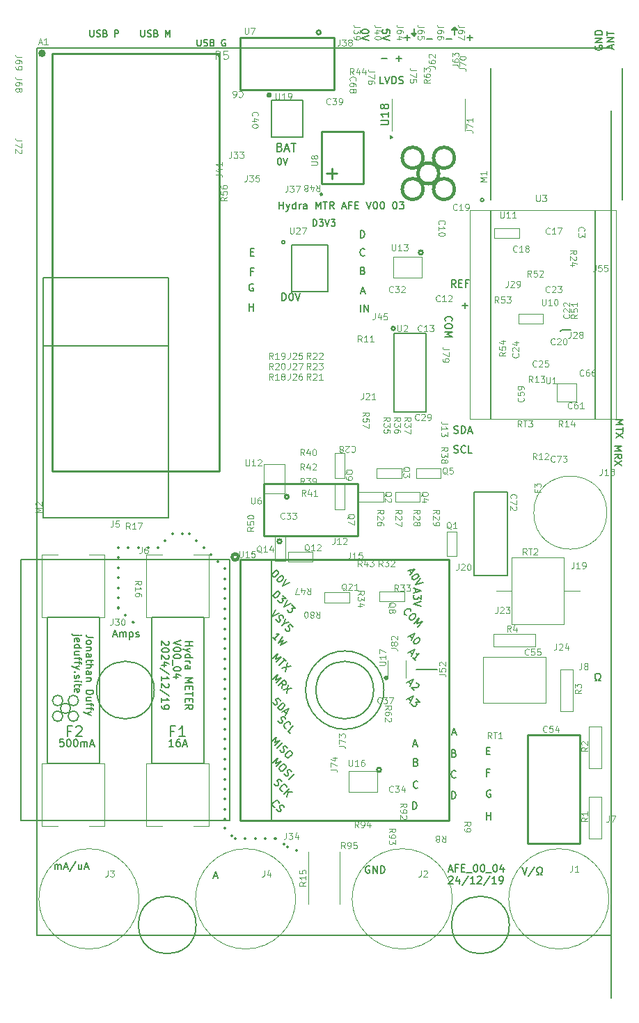
<source format=gbr>
%TF.GenerationSoftware,KiCad,Pcbnew,8.0.1-rc1*%
%TF.CreationDate,2024-12-19T23:23:58-08:00*%
%TF.ProjectId,MMTR_AFE_00_04_TORELEASE,4d4d5452-5f41-4464-955f-30305f30345f,rev?*%
%TF.SameCoordinates,Original*%
%TF.FileFunction,Legend,Top*%
%TF.FilePolarity,Positive*%
%FSLAX46Y46*%
G04 Gerber Fmt 4.6, Leading zero omitted, Abs format (unit mm)*
G04 Created by KiCad (PCBNEW 8.0.1-rc1) date 2024-12-19 23:23:58*
%MOMM*%
%LPD*%
G01*
G04 APERTURE LIST*
%ADD10C,0.150000*%
%ADD11C,0.304800*%
%ADD12C,0.381000*%
%ADD13C,0.127000*%
%ADD14C,0.254000*%
%ADD15C,0.101600*%
%ADD16C,0.203200*%
%ADD17C,0.100000*%
%ADD18C,0.300000*%
%ADD19C,0.200000*%
%ADD20C,0.120000*%
G04 APERTURE END LIST*
D10*
X182880000Y-55880000D02*
X182880000Y-81280000D01*
X197485000Y-151765000D02*
X197485000Y-43815000D01*
D11*
X158115000Y-133350000D02*
X158115000Y-133350000D01*
X159256573Y-133778090D02*
X159256573Y-133778090D01*
X138430000Y-105171875D02*
X138430000Y-105171875D01*
X137567895Y-104309770D02*
X137567895Y-104309770D01*
X156686250Y-132397500D02*
X156686250Y-132397500D01*
X157700686Y-133073790D02*
X157700686Y-133073790D01*
D10*
X127635000Y-144145000D02*
X197485000Y-144145000D01*
D12*
X178435000Y-49530000D02*
G75*
G02*
X175895000Y-49530000I-1270000J0D01*
G01*
X175895000Y-49530000D02*
G75*
G02*
X178435000Y-49530000I1270000J0D01*
G01*
D11*
X139303125Y-106045000D02*
X139303125Y-106045000D01*
X138441020Y-105182895D02*
X138441020Y-105182895D01*
D13*
X173513750Y-34766250D02*
X173831250Y-34448750D01*
D11*
X151765000Y-132397500D02*
X151765000Y-132397500D01*
X152984200Y-132397500D02*
X152984200Y-132397500D01*
X154203400Y-132397500D02*
X154203400Y-132397500D01*
X155422600Y-132397500D02*
X155422600Y-132397500D01*
X156641800Y-132397500D02*
X156641800Y-132397500D01*
D10*
X141605000Y-105410000D02*
X147955000Y-105410000D01*
X147955000Y-123190000D01*
X141605000Y-123190000D01*
X141605000Y-105410000D01*
X141922500Y-114300000D02*
G75*
G02*
X134912100Y-114300000I-3505200J0D01*
G01*
X134912100Y-114300000D02*
G75*
G02*
X141922500Y-114300000I3505200J0D01*
G01*
D13*
X178435000Y-34607500D02*
X178435000Y-33655000D01*
D11*
X142398750Y-96996250D02*
X142398750Y-96996250D01*
X143260855Y-96134145D02*
X143260855Y-96134145D01*
X144122959Y-95272041D02*
X144122959Y-95272041D01*
X137556875Y-96996250D02*
X137556875Y-96996250D01*
X138776075Y-96996250D02*
X138776075Y-96996250D01*
X139995275Y-96996250D02*
X139995275Y-96996250D01*
X141214475Y-96996250D02*
X141214475Y-96996250D01*
D13*
X191293750Y-70643750D02*
X191452500Y-70485000D01*
D14*
X158292800Y-90779600D02*
G75*
G02*
X157784800Y-90779600I-254000J0D01*
G01*
X157784800Y-90779600D02*
G75*
G02*
X158292800Y-90779600I254000J0D01*
G01*
D11*
X146208750Y-95250000D02*
X146208750Y-95250000D01*
X147070855Y-96112105D02*
X147070855Y-96112105D01*
X147932959Y-96974209D02*
X147932959Y-96974209D01*
X148795064Y-97836314D02*
X148795064Y-97836314D01*
X149657168Y-98698418D02*
X149657168Y-98698418D01*
D10*
X127635000Y-36195000D02*
X127635000Y-144145000D01*
D13*
X191452500Y-70485000D02*
X192563750Y-70485000D01*
X130810000Y-115570000D02*
G75*
G02*
X129540000Y-115570000I-635000J0D01*
G01*
X129540000Y-115570000D02*
G75*
G02*
X130810000Y-115570000I635000J0D01*
G01*
D10*
X195580000Y-81280000D02*
X195580000Y-55880000D01*
X197485000Y-36195000D02*
X127635000Y-36195000D01*
D12*
X176530000Y-51435000D02*
G75*
G02*
X173990000Y-51435000I-1270000J0D01*
G01*
X173990000Y-51435000D02*
G75*
G02*
X176530000Y-51435000I1270000J0D01*
G01*
D13*
X132715000Y-115570000D02*
G75*
G02*
X131445000Y-115570000I-635000J0D01*
G01*
X131445000Y-115570000D02*
G75*
G02*
X132715000Y-115570000I635000J0D01*
G01*
D12*
X174625000Y-53340000D02*
G75*
G02*
X172085000Y-53340000I-1270000J0D01*
G01*
X172085000Y-53340000D02*
G75*
G02*
X174625000Y-53340000I1270000J0D01*
G01*
D10*
X168605200Y-114300000D02*
G75*
G02*
X161594800Y-114300000I-3505200J0D01*
G01*
X161594800Y-114300000D02*
G75*
G02*
X168605200Y-114300000I3505200J0D01*
G01*
D11*
X150495000Y-99536250D02*
X150495000Y-99536250D01*
X150495000Y-100755450D02*
X150495000Y-100755450D01*
X150495000Y-101974650D02*
X150495000Y-101974650D01*
X150495000Y-103193850D02*
X150495000Y-103193850D01*
X150495000Y-104413050D02*
X150495000Y-104413050D01*
X150495000Y-105632250D02*
X150495000Y-105632250D01*
X150495000Y-106851450D02*
X150495000Y-106851450D01*
X150495000Y-108070650D02*
X150495000Y-108070650D01*
X150495000Y-109289850D02*
X150495000Y-109289850D01*
X150495000Y-110509050D02*
X150495000Y-110509050D01*
X150495000Y-111728250D02*
X150495000Y-111728250D01*
X150495000Y-112947450D02*
X150495000Y-112947450D01*
X150495000Y-114166650D02*
X150495000Y-114166650D01*
X150495000Y-115385850D02*
X150495000Y-115385850D01*
X150495000Y-116605050D02*
X150495000Y-116605050D01*
X150495000Y-117824250D02*
X150495000Y-117824250D01*
X150495000Y-119043450D02*
X150495000Y-119043450D01*
X150495000Y-120262650D02*
X150495000Y-120262650D01*
X150495000Y-121481850D02*
X150495000Y-121481850D01*
X150495000Y-122701050D02*
X150495000Y-122701050D01*
X150495000Y-123920250D02*
X150495000Y-123920250D01*
X150495000Y-125139450D02*
X150495000Y-125139450D01*
X150495000Y-126358650D02*
X150495000Y-126358650D01*
X150495000Y-127577850D02*
X150495000Y-127577850D01*
X150495000Y-128797050D02*
X150495000Y-128797050D01*
X150495000Y-130016250D02*
X150495000Y-130016250D01*
D10*
X156210000Y-98425000D02*
X156210000Y-130175000D01*
D13*
X131762500Y-116522500D02*
G75*
G02*
X130492500Y-116522500I-635000J0D01*
G01*
X130492500Y-116522500D02*
G75*
G02*
X131762500Y-116522500I635000J0D01*
G01*
X178435000Y-33655000D02*
X178117500Y-33972500D01*
X173831250Y-34448750D02*
X173196250Y-34448750D01*
D10*
X128905000Y-105410000D02*
X135255000Y-105410000D01*
X135255000Y-123190000D01*
X128905000Y-123190000D01*
X128905000Y-105410000D01*
D14*
X139382500Y-106045000D02*
X139223750Y-106045000D01*
D10*
X185115200Y-142875000D02*
G75*
G02*
X178104800Y-142875000I-3505200J0D01*
G01*
X178104800Y-142875000D02*
G75*
G02*
X185115200Y-142875000I3505200J0D01*
G01*
D13*
X173196250Y-34448750D02*
X173513750Y-34766250D01*
D11*
X137556875Y-104298750D02*
X137556875Y-104298750D01*
X137556875Y-103079550D02*
X137556875Y-103079550D01*
X137556875Y-101860350D02*
X137556875Y-101860350D01*
X137556875Y-100641150D02*
X137556875Y-100641150D01*
X137556875Y-99421950D02*
X137556875Y-99421950D01*
X137556875Y-98202750D02*
X137556875Y-98202750D01*
D12*
X178435000Y-53340000D02*
G75*
G02*
X175895000Y-53340000I-1270000J0D01*
G01*
X175895000Y-53340000D02*
G75*
G02*
X178435000Y-53340000I1270000J0D01*
G01*
X174625000Y-49530000D02*
G75*
G02*
X172085000Y-49530000I-1270000J0D01*
G01*
X172085000Y-49530000D02*
G75*
G02*
X174625000Y-49530000I1270000J0D01*
G01*
D13*
X178117500Y-33972500D02*
X178752500Y-33972500D01*
X176371250Y-111760000D02*
X173831250Y-111760000D01*
X178435000Y-33655000D02*
X178435000Y-34607500D01*
D14*
X169519600Y-124002800D02*
G75*
G02*
X169011600Y-124002800I-254000J0D01*
G01*
X169011600Y-124002800D02*
G75*
G02*
X169519600Y-124002800I254000J0D01*
G01*
D10*
X147015200Y-142875000D02*
G75*
G02*
X140004800Y-142875000I-3505200J0D01*
G01*
X140004800Y-142875000D02*
G75*
G02*
X147015200Y-142875000I3505200J0D01*
G01*
X169862500Y-114300000D02*
G75*
G02*
X160337500Y-114300000I-4762500J0D01*
G01*
X160337500Y-114300000D02*
G75*
G02*
X169862500Y-114300000I4762500J0D01*
G01*
D13*
X130810000Y-117475000D02*
G75*
G02*
X129540000Y-117475000I-635000J0D01*
G01*
X129540000Y-117475000D02*
G75*
G02*
X130810000Y-117475000I635000J0D01*
G01*
D14*
X174599600Y-61061600D02*
G75*
G02*
X174091600Y-61061600I-254000J0D01*
G01*
X174091600Y-61061600D02*
G75*
G02*
X174599600Y-61061600I254000J0D01*
G01*
D13*
X173513750Y-34766250D02*
X173513750Y-33813750D01*
X132715000Y-117475000D02*
G75*
G02*
X131445000Y-117475000I-635000J0D01*
G01*
X131445000Y-117475000D02*
G75*
G02*
X132715000Y-117475000I635000J0D01*
G01*
D11*
X144145000Y-95250000D02*
X144145000Y-95250000D01*
X145364200Y-95250000D02*
X145364200Y-95250000D01*
X150495000Y-131127500D02*
X150495000Y-131127500D01*
X151357105Y-131989605D02*
X151357105Y-131989605D01*
D13*
X178752500Y-33972500D02*
X178435000Y-33655000D01*
D10*
X125730000Y-98425000D02*
X151130000Y-98425000D01*
X151130000Y-130175000D01*
X125730000Y-130175000D01*
X125730000Y-98425000D01*
D13*
X168083385Y-135721683D02*
X167998718Y-135679350D01*
X167998718Y-135679350D02*
X167871718Y-135679350D01*
X167871718Y-135679350D02*
X167744718Y-135721683D01*
X167744718Y-135721683D02*
X167660052Y-135806350D01*
X167660052Y-135806350D02*
X167617718Y-135891017D01*
X167617718Y-135891017D02*
X167575385Y-136060350D01*
X167575385Y-136060350D02*
X167575385Y-136187350D01*
X167575385Y-136187350D02*
X167617718Y-136356683D01*
X167617718Y-136356683D02*
X167660052Y-136441350D01*
X167660052Y-136441350D02*
X167744718Y-136526017D01*
X167744718Y-136526017D02*
X167871718Y-136568350D01*
X167871718Y-136568350D02*
X167956385Y-136568350D01*
X167956385Y-136568350D02*
X168083385Y-136526017D01*
X168083385Y-136526017D02*
X168125718Y-136483683D01*
X168125718Y-136483683D02*
X168125718Y-136187350D01*
X168125718Y-136187350D02*
X167956385Y-136187350D01*
X168506718Y-136568350D02*
X168506718Y-135679350D01*
X168506718Y-135679350D02*
X169014718Y-136568350D01*
X169014718Y-136568350D02*
X169014718Y-135679350D01*
X169438051Y-136568350D02*
X169438051Y-135679350D01*
X169438051Y-135679350D02*
X169649718Y-135679350D01*
X169649718Y-135679350D02*
X169776718Y-135721683D01*
X169776718Y-135721683D02*
X169861385Y-135806350D01*
X169861385Y-135806350D02*
X169903718Y-135891017D01*
X169903718Y-135891017D02*
X169946051Y-136060350D01*
X169946051Y-136060350D02*
X169946051Y-136187350D01*
X169946051Y-136187350D02*
X169903718Y-136356683D01*
X169903718Y-136356683D02*
X169861385Y-136441350D01*
X169861385Y-136441350D02*
X169776718Y-136526017D01*
X169776718Y-136526017D02*
X169649718Y-136568350D01*
X169649718Y-136568350D02*
X169438051Y-136568350D01*
X157140218Y-55764600D02*
X157140218Y-54875600D01*
X157140218Y-55298933D02*
X157648218Y-55298933D01*
X157648218Y-55764600D02*
X157648218Y-54875600D01*
X157986885Y-55171933D02*
X158198551Y-55764600D01*
X158410218Y-55171933D02*
X158198551Y-55764600D01*
X158198551Y-55764600D02*
X158113885Y-55976267D01*
X158113885Y-55976267D02*
X158071551Y-56018600D01*
X158071551Y-56018600D02*
X157986885Y-56060933D01*
X159129884Y-55764600D02*
X159129884Y-54875600D01*
X159129884Y-55722267D02*
X159045218Y-55764600D01*
X159045218Y-55764600D02*
X158875884Y-55764600D01*
X158875884Y-55764600D02*
X158791218Y-55722267D01*
X158791218Y-55722267D02*
X158748884Y-55679933D01*
X158748884Y-55679933D02*
X158706551Y-55595267D01*
X158706551Y-55595267D02*
X158706551Y-55341267D01*
X158706551Y-55341267D02*
X158748884Y-55256600D01*
X158748884Y-55256600D02*
X158791218Y-55214267D01*
X158791218Y-55214267D02*
X158875884Y-55171933D01*
X158875884Y-55171933D02*
X159045218Y-55171933D01*
X159045218Y-55171933D02*
X159129884Y-55214267D01*
X159553217Y-55764600D02*
X159553217Y-55171933D01*
X159553217Y-55341267D02*
X159595551Y-55256600D01*
X159595551Y-55256600D02*
X159637884Y-55214267D01*
X159637884Y-55214267D02*
X159722551Y-55171933D01*
X159722551Y-55171933D02*
X159807217Y-55171933D01*
X160484550Y-55764600D02*
X160484550Y-55298933D01*
X160484550Y-55298933D02*
X160442217Y-55214267D01*
X160442217Y-55214267D02*
X160357550Y-55171933D01*
X160357550Y-55171933D02*
X160188217Y-55171933D01*
X160188217Y-55171933D02*
X160103550Y-55214267D01*
X160484550Y-55722267D02*
X160399884Y-55764600D01*
X160399884Y-55764600D02*
X160188217Y-55764600D01*
X160188217Y-55764600D02*
X160103550Y-55722267D01*
X160103550Y-55722267D02*
X160061217Y-55637600D01*
X160061217Y-55637600D02*
X160061217Y-55552933D01*
X160061217Y-55552933D02*
X160103550Y-55468267D01*
X160103550Y-55468267D02*
X160188217Y-55425933D01*
X160188217Y-55425933D02*
X160399884Y-55425933D01*
X160399884Y-55425933D02*
X160484550Y-55383600D01*
X161585216Y-55764600D02*
X161585216Y-54875600D01*
X161585216Y-54875600D02*
X161881550Y-55510600D01*
X161881550Y-55510600D02*
X162177883Y-54875600D01*
X162177883Y-54875600D02*
X162177883Y-55764600D01*
X162474216Y-54875600D02*
X162982216Y-54875600D01*
X162728216Y-55764600D02*
X162728216Y-54875600D01*
X163786549Y-55764600D02*
X163490216Y-55341267D01*
X163278549Y-55764600D02*
X163278549Y-54875600D01*
X163278549Y-54875600D02*
X163617216Y-54875600D01*
X163617216Y-54875600D02*
X163701883Y-54917933D01*
X163701883Y-54917933D02*
X163744216Y-54960267D01*
X163744216Y-54960267D02*
X163786549Y-55044933D01*
X163786549Y-55044933D02*
X163786549Y-55171933D01*
X163786549Y-55171933D02*
X163744216Y-55256600D01*
X163744216Y-55256600D02*
X163701883Y-55298933D01*
X163701883Y-55298933D02*
X163617216Y-55341267D01*
X163617216Y-55341267D02*
X163278549Y-55341267D01*
X164802549Y-55510600D02*
X165225882Y-55510600D01*
X164717882Y-55764600D02*
X165014216Y-54875600D01*
X165014216Y-54875600D02*
X165310549Y-55764600D01*
X165903216Y-55298933D02*
X165606882Y-55298933D01*
X165606882Y-55764600D02*
X165606882Y-54875600D01*
X165606882Y-54875600D02*
X166030216Y-54875600D01*
X166368882Y-55298933D02*
X166665216Y-55298933D01*
X166792216Y-55764600D02*
X166368882Y-55764600D01*
X166368882Y-55764600D02*
X166368882Y-54875600D01*
X166368882Y-54875600D02*
X166792216Y-54875600D01*
X167723548Y-54875600D02*
X168019882Y-55764600D01*
X168019882Y-55764600D02*
X168316215Y-54875600D01*
X168781882Y-54875600D02*
X168866548Y-54875600D01*
X168866548Y-54875600D02*
X168951215Y-54917933D01*
X168951215Y-54917933D02*
X168993548Y-54960267D01*
X168993548Y-54960267D02*
X169035882Y-55044933D01*
X169035882Y-55044933D02*
X169078215Y-55214267D01*
X169078215Y-55214267D02*
X169078215Y-55425933D01*
X169078215Y-55425933D02*
X169035882Y-55595267D01*
X169035882Y-55595267D02*
X168993548Y-55679933D01*
X168993548Y-55679933D02*
X168951215Y-55722267D01*
X168951215Y-55722267D02*
X168866548Y-55764600D01*
X168866548Y-55764600D02*
X168781882Y-55764600D01*
X168781882Y-55764600D02*
X168697215Y-55722267D01*
X168697215Y-55722267D02*
X168654882Y-55679933D01*
X168654882Y-55679933D02*
X168612548Y-55595267D01*
X168612548Y-55595267D02*
X168570215Y-55425933D01*
X168570215Y-55425933D02*
X168570215Y-55214267D01*
X168570215Y-55214267D02*
X168612548Y-55044933D01*
X168612548Y-55044933D02*
X168654882Y-54960267D01*
X168654882Y-54960267D02*
X168697215Y-54917933D01*
X168697215Y-54917933D02*
X168781882Y-54875600D01*
X169628549Y-54875600D02*
X169713215Y-54875600D01*
X169713215Y-54875600D02*
X169797882Y-54917933D01*
X169797882Y-54917933D02*
X169840215Y-54960267D01*
X169840215Y-54960267D02*
X169882549Y-55044933D01*
X169882549Y-55044933D02*
X169924882Y-55214267D01*
X169924882Y-55214267D02*
X169924882Y-55425933D01*
X169924882Y-55425933D02*
X169882549Y-55595267D01*
X169882549Y-55595267D02*
X169840215Y-55679933D01*
X169840215Y-55679933D02*
X169797882Y-55722267D01*
X169797882Y-55722267D02*
X169713215Y-55764600D01*
X169713215Y-55764600D02*
X169628549Y-55764600D01*
X169628549Y-55764600D02*
X169543882Y-55722267D01*
X169543882Y-55722267D02*
X169501549Y-55679933D01*
X169501549Y-55679933D02*
X169459215Y-55595267D01*
X169459215Y-55595267D02*
X169416882Y-55425933D01*
X169416882Y-55425933D02*
X169416882Y-55214267D01*
X169416882Y-55214267D02*
X169459215Y-55044933D01*
X169459215Y-55044933D02*
X169501549Y-54960267D01*
X169501549Y-54960267D02*
X169543882Y-54917933D01*
X169543882Y-54917933D02*
X169628549Y-54875600D01*
X171152549Y-54875600D02*
X171237215Y-54875600D01*
X171237215Y-54875600D02*
X171321882Y-54917933D01*
X171321882Y-54917933D02*
X171364215Y-54960267D01*
X171364215Y-54960267D02*
X171406549Y-55044933D01*
X171406549Y-55044933D02*
X171448882Y-55214267D01*
X171448882Y-55214267D02*
X171448882Y-55425933D01*
X171448882Y-55425933D02*
X171406549Y-55595267D01*
X171406549Y-55595267D02*
X171364215Y-55679933D01*
X171364215Y-55679933D02*
X171321882Y-55722267D01*
X171321882Y-55722267D02*
X171237215Y-55764600D01*
X171237215Y-55764600D02*
X171152549Y-55764600D01*
X171152549Y-55764600D02*
X171067882Y-55722267D01*
X171067882Y-55722267D02*
X171025549Y-55679933D01*
X171025549Y-55679933D02*
X170983215Y-55595267D01*
X170983215Y-55595267D02*
X170940882Y-55425933D01*
X170940882Y-55425933D02*
X170940882Y-55214267D01*
X170940882Y-55214267D02*
X170983215Y-55044933D01*
X170983215Y-55044933D02*
X171025549Y-54960267D01*
X171025549Y-54960267D02*
X171067882Y-54917933D01*
X171067882Y-54917933D02*
X171152549Y-54875600D01*
X171745216Y-54875600D02*
X172295549Y-54875600D01*
X172295549Y-54875600D02*
X171999216Y-55214267D01*
X171999216Y-55214267D02*
X172126216Y-55214267D01*
X172126216Y-55214267D02*
X172210882Y-55256600D01*
X172210882Y-55256600D02*
X172253216Y-55298933D01*
X172253216Y-55298933D02*
X172295549Y-55383600D01*
X172295549Y-55383600D02*
X172295549Y-55595267D01*
X172295549Y-55595267D02*
X172253216Y-55679933D01*
X172253216Y-55679933D02*
X172210882Y-55722267D01*
X172210882Y-55722267D02*
X172126216Y-55764600D01*
X172126216Y-55764600D02*
X171872216Y-55764600D01*
X171872216Y-55764600D02*
X171787549Y-55722267D01*
X171787549Y-55722267D02*
X171745216Y-55679933D01*
X173999468Y-126164933D02*
X173957135Y-126207267D01*
X173957135Y-126207267D02*
X173830135Y-126249600D01*
X173830135Y-126249600D02*
X173745468Y-126249600D01*
X173745468Y-126249600D02*
X173618468Y-126207267D01*
X173618468Y-126207267D02*
X173533802Y-126122600D01*
X173533802Y-126122600D02*
X173491468Y-126037933D01*
X173491468Y-126037933D02*
X173449135Y-125868600D01*
X173449135Y-125868600D02*
X173449135Y-125741600D01*
X173449135Y-125741600D02*
X173491468Y-125572267D01*
X173491468Y-125572267D02*
X173533802Y-125487600D01*
X173533802Y-125487600D02*
X173618468Y-125402933D01*
X173618468Y-125402933D02*
X173745468Y-125360600D01*
X173745468Y-125360600D02*
X173830135Y-125360600D01*
X173830135Y-125360600D02*
X173957135Y-125402933D01*
X173957135Y-125402933D02*
X173999468Y-125445267D01*
X172635679Y-105201493D02*
X172575811Y-105201493D01*
X172575811Y-105201493D02*
X172456074Y-105141624D01*
X172456074Y-105141624D02*
X172396206Y-105081756D01*
X172396206Y-105081756D02*
X172336337Y-104962019D01*
X172336337Y-104962019D02*
X172336337Y-104842282D01*
X172336337Y-104842282D02*
X172366271Y-104752480D01*
X172366271Y-104752480D02*
X172456074Y-104602809D01*
X172456074Y-104602809D02*
X172545877Y-104513006D01*
X172545877Y-104513006D02*
X172695548Y-104423204D01*
X172695548Y-104423204D02*
X172785350Y-104393270D01*
X172785350Y-104393270D02*
X172905087Y-104393270D01*
X172905087Y-104393270D02*
X173024824Y-104453138D01*
X173024824Y-104453138D02*
X173084692Y-104513006D01*
X173084692Y-104513006D02*
X173144560Y-104632743D01*
X173144560Y-104632743D02*
X173144560Y-104692611D01*
X173593573Y-105021887D02*
X173713310Y-105141624D01*
X173713310Y-105141624D02*
X173743244Y-105231427D01*
X173743244Y-105231427D02*
X173743244Y-105351164D01*
X173743244Y-105351164D02*
X173653441Y-105500834D01*
X173653441Y-105500834D02*
X173443902Y-105710374D01*
X173443902Y-105710374D02*
X173294231Y-105800176D01*
X173294231Y-105800176D02*
X173174494Y-105800176D01*
X173174494Y-105800176D02*
X173084692Y-105770242D01*
X173084692Y-105770242D02*
X172964955Y-105650505D01*
X172964955Y-105650505D02*
X172935021Y-105560703D01*
X172935021Y-105560703D02*
X172935021Y-105440966D01*
X172935021Y-105440966D02*
X173024824Y-105291295D01*
X173024824Y-105291295D02*
X173234363Y-105081756D01*
X173234363Y-105081756D02*
X173384034Y-104991953D01*
X173384034Y-104991953D02*
X173503771Y-104991953D01*
X173503771Y-104991953D02*
X173593573Y-105021887D01*
X173503770Y-106189321D02*
X174132388Y-105560703D01*
X174132388Y-105560703D02*
X173892915Y-106219255D01*
X173892915Y-106219255D02*
X174551467Y-105979781D01*
X174551467Y-105979781D02*
X173922849Y-106608399D01*
X182381468Y-121656433D02*
X182677802Y-121656433D01*
X182804802Y-122122100D02*
X182381468Y-122122100D01*
X182381468Y-122122100D02*
X182381468Y-121233100D01*
X182381468Y-121233100D02*
X182804802Y-121233100D01*
X172842521Y-113265111D02*
X173141863Y-113564453D01*
X172603048Y-113384848D02*
X173441205Y-112965770D01*
X173441205Y-112965770D02*
X173022127Y-113803927D01*
X173770481Y-113414782D02*
X173830350Y-113414782D01*
X173830350Y-113414782D02*
X173920152Y-113444717D01*
X173920152Y-113444717D02*
X174069823Y-113594387D01*
X174069823Y-113594387D02*
X174099757Y-113684190D01*
X174099757Y-113684190D02*
X174099757Y-113744058D01*
X174099757Y-113744058D02*
X174069823Y-113833861D01*
X174069823Y-113833861D02*
X174009955Y-113893729D01*
X174009955Y-113893729D02*
X173890218Y-113953598D01*
X173890218Y-113953598D02*
X173171798Y-113953598D01*
X173171798Y-113953598D02*
X173560942Y-114342742D01*
X182381468Y-130059600D02*
X182381468Y-129170600D01*
X182381468Y-129593933D02*
X182889468Y-129593933D01*
X182889468Y-130059600D02*
X182889468Y-129170600D01*
X177460218Y-35105933D02*
X178137552Y-35105933D01*
X178370385Y-83027267D02*
X178497385Y-83069600D01*
X178497385Y-83069600D02*
X178709052Y-83069600D01*
X178709052Y-83069600D02*
X178793718Y-83027267D01*
X178793718Y-83027267D02*
X178836052Y-82984933D01*
X178836052Y-82984933D02*
X178878385Y-82900267D01*
X178878385Y-82900267D02*
X178878385Y-82815600D01*
X178878385Y-82815600D02*
X178836052Y-82730933D01*
X178836052Y-82730933D02*
X178793718Y-82688600D01*
X178793718Y-82688600D02*
X178709052Y-82646267D01*
X178709052Y-82646267D02*
X178539718Y-82603933D01*
X178539718Y-82603933D02*
X178455052Y-82561600D01*
X178455052Y-82561600D02*
X178412718Y-82519267D01*
X178412718Y-82519267D02*
X178370385Y-82434600D01*
X178370385Y-82434600D02*
X178370385Y-82349933D01*
X178370385Y-82349933D02*
X178412718Y-82265267D01*
X178412718Y-82265267D02*
X178455052Y-82222933D01*
X178455052Y-82222933D02*
X178539718Y-82180600D01*
X178539718Y-82180600D02*
X178751385Y-82180600D01*
X178751385Y-82180600D02*
X178878385Y-82222933D01*
X179259385Y-83069600D02*
X179259385Y-82180600D01*
X179259385Y-82180600D02*
X179471052Y-82180600D01*
X179471052Y-82180600D02*
X179598052Y-82222933D01*
X179598052Y-82222933D02*
X179682719Y-82307600D01*
X179682719Y-82307600D02*
X179725052Y-82392267D01*
X179725052Y-82392267D02*
X179767385Y-82561600D01*
X179767385Y-82561600D02*
X179767385Y-82688600D01*
X179767385Y-82688600D02*
X179725052Y-82857933D01*
X179725052Y-82857933D02*
X179682719Y-82942600D01*
X179682719Y-82942600D02*
X179598052Y-83027267D01*
X179598052Y-83027267D02*
X179471052Y-83069600D01*
X179471052Y-83069600D02*
X179259385Y-83069600D01*
X180106052Y-82815600D02*
X180529385Y-82815600D01*
X180021385Y-83069600D02*
X180317719Y-82180600D01*
X180317719Y-82180600D02*
X180614052Y-83069600D01*
X130893552Y-120280600D02*
X130470218Y-120280600D01*
X130470218Y-120280600D02*
X130427885Y-120703933D01*
X130427885Y-120703933D02*
X130470218Y-120661600D01*
X130470218Y-120661600D02*
X130554885Y-120619267D01*
X130554885Y-120619267D02*
X130766552Y-120619267D01*
X130766552Y-120619267D02*
X130851218Y-120661600D01*
X130851218Y-120661600D02*
X130893552Y-120703933D01*
X130893552Y-120703933D02*
X130935885Y-120788600D01*
X130935885Y-120788600D02*
X130935885Y-121000267D01*
X130935885Y-121000267D02*
X130893552Y-121084933D01*
X130893552Y-121084933D02*
X130851218Y-121127267D01*
X130851218Y-121127267D02*
X130766552Y-121169600D01*
X130766552Y-121169600D02*
X130554885Y-121169600D01*
X130554885Y-121169600D02*
X130470218Y-121127267D01*
X130470218Y-121127267D02*
X130427885Y-121084933D01*
X131486219Y-120280600D02*
X131570885Y-120280600D01*
X131570885Y-120280600D02*
X131655552Y-120322933D01*
X131655552Y-120322933D02*
X131697885Y-120365267D01*
X131697885Y-120365267D02*
X131740219Y-120449933D01*
X131740219Y-120449933D02*
X131782552Y-120619267D01*
X131782552Y-120619267D02*
X131782552Y-120830933D01*
X131782552Y-120830933D02*
X131740219Y-121000267D01*
X131740219Y-121000267D02*
X131697885Y-121084933D01*
X131697885Y-121084933D02*
X131655552Y-121127267D01*
X131655552Y-121127267D02*
X131570885Y-121169600D01*
X131570885Y-121169600D02*
X131486219Y-121169600D01*
X131486219Y-121169600D02*
X131401552Y-121127267D01*
X131401552Y-121127267D02*
X131359219Y-121084933D01*
X131359219Y-121084933D02*
X131316885Y-121000267D01*
X131316885Y-121000267D02*
X131274552Y-120830933D01*
X131274552Y-120830933D02*
X131274552Y-120619267D01*
X131274552Y-120619267D02*
X131316885Y-120449933D01*
X131316885Y-120449933D02*
X131359219Y-120365267D01*
X131359219Y-120365267D02*
X131401552Y-120322933D01*
X131401552Y-120322933D02*
X131486219Y-120280600D01*
X132332886Y-120280600D02*
X132417552Y-120280600D01*
X132417552Y-120280600D02*
X132502219Y-120322933D01*
X132502219Y-120322933D02*
X132544552Y-120365267D01*
X132544552Y-120365267D02*
X132586886Y-120449933D01*
X132586886Y-120449933D02*
X132629219Y-120619267D01*
X132629219Y-120619267D02*
X132629219Y-120830933D01*
X132629219Y-120830933D02*
X132586886Y-121000267D01*
X132586886Y-121000267D02*
X132544552Y-121084933D01*
X132544552Y-121084933D02*
X132502219Y-121127267D01*
X132502219Y-121127267D02*
X132417552Y-121169600D01*
X132417552Y-121169600D02*
X132332886Y-121169600D01*
X132332886Y-121169600D02*
X132248219Y-121127267D01*
X132248219Y-121127267D02*
X132205886Y-121084933D01*
X132205886Y-121084933D02*
X132163552Y-121000267D01*
X132163552Y-121000267D02*
X132121219Y-120830933D01*
X132121219Y-120830933D02*
X132121219Y-120619267D01*
X132121219Y-120619267D02*
X132163552Y-120449933D01*
X132163552Y-120449933D02*
X132205886Y-120365267D01*
X132205886Y-120365267D02*
X132248219Y-120322933D01*
X132248219Y-120322933D02*
X132332886Y-120280600D01*
X133010219Y-121169600D02*
X133010219Y-120576933D01*
X133010219Y-120661600D02*
X133052553Y-120619267D01*
X133052553Y-120619267D02*
X133137219Y-120576933D01*
X133137219Y-120576933D02*
X133264219Y-120576933D01*
X133264219Y-120576933D02*
X133348886Y-120619267D01*
X133348886Y-120619267D02*
X133391219Y-120703933D01*
X133391219Y-120703933D02*
X133391219Y-121169600D01*
X133391219Y-120703933D02*
X133433553Y-120619267D01*
X133433553Y-120619267D02*
X133518219Y-120576933D01*
X133518219Y-120576933D02*
X133645219Y-120576933D01*
X133645219Y-120576933D02*
X133729886Y-120619267D01*
X133729886Y-120619267D02*
X133772219Y-120703933D01*
X133772219Y-120703933D02*
X133772219Y-121169600D01*
X134153219Y-120915600D02*
X134576552Y-120915600D01*
X134068552Y-121169600D02*
X134364886Y-120280600D01*
X134364886Y-120280600D02*
X134661219Y-121169600D01*
X182677802Y-124355183D02*
X182381468Y-124355183D01*
X182381468Y-124820850D02*
X182381468Y-123931850D01*
X182381468Y-123931850D02*
X182804802Y-123931850D01*
X157191623Y-48231866D02*
X157336766Y-48280247D01*
X157336766Y-48280247D02*
X157385147Y-48328628D01*
X157385147Y-48328628D02*
X157433528Y-48425390D01*
X157433528Y-48425390D02*
X157433528Y-48570533D01*
X157433528Y-48570533D02*
X157385147Y-48667295D01*
X157385147Y-48667295D02*
X157336766Y-48715676D01*
X157336766Y-48715676D02*
X157240004Y-48764056D01*
X157240004Y-48764056D02*
X156852956Y-48764056D01*
X156852956Y-48764056D02*
X156852956Y-47748056D01*
X156852956Y-47748056D02*
X157191623Y-47748056D01*
X157191623Y-47748056D02*
X157288385Y-47796437D01*
X157288385Y-47796437D02*
X157336766Y-47844818D01*
X157336766Y-47844818D02*
X157385147Y-47941580D01*
X157385147Y-47941580D02*
X157385147Y-48038342D01*
X157385147Y-48038342D02*
X157336766Y-48135104D01*
X157336766Y-48135104D02*
X157288385Y-48183485D01*
X157288385Y-48183485D02*
X157191623Y-48231866D01*
X157191623Y-48231866D02*
X156852956Y-48231866D01*
X157820575Y-48473771D02*
X158304385Y-48473771D01*
X157723813Y-48764056D02*
X158062480Y-47748056D01*
X158062480Y-47748056D02*
X158401147Y-48764056D01*
X158594670Y-47748056D02*
X159175242Y-47748056D01*
X158884956Y-48764056D02*
X158884956Y-47748056D01*
X167490718Y-61394933D02*
X167448385Y-61437267D01*
X167448385Y-61437267D02*
X167321385Y-61479600D01*
X167321385Y-61479600D02*
X167236718Y-61479600D01*
X167236718Y-61479600D02*
X167109718Y-61437267D01*
X167109718Y-61437267D02*
X167025052Y-61352600D01*
X167025052Y-61352600D02*
X166982718Y-61267933D01*
X166982718Y-61267933D02*
X166940385Y-61098600D01*
X166940385Y-61098600D02*
X166940385Y-60971600D01*
X166940385Y-60971600D02*
X166982718Y-60802267D01*
X166982718Y-60802267D02*
X167025052Y-60717600D01*
X167025052Y-60717600D02*
X167109718Y-60632933D01*
X167109718Y-60632933D02*
X167236718Y-60590600D01*
X167236718Y-60590600D02*
X167321385Y-60590600D01*
X167321385Y-60590600D02*
X167448385Y-60632933D01*
X167448385Y-60632933D02*
X167490718Y-60675267D01*
X177735385Y-136153110D02*
X178158718Y-136153110D01*
X177650718Y-136407110D02*
X177947052Y-135518110D01*
X177947052Y-135518110D02*
X178243385Y-136407110D01*
X178836052Y-135941443D02*
X178539718Y-135941443D01*
X178539718Y-136407110D02*
X178539718Y-135518110D01*
X178539718Y-135518110D02*
X178963052Y-135518110D01*
X179301718Y-135941443D02*
X179598052Y-135941443D01*
X179725052Y-136407110D02*
X179301718Y-136407110D01*
X179301718Y-136407110D02*
X179301718Y-135518110D01*
X179301718Y-135518110D02*
X179725052Y-135518110D01*
X179894385Y-136491777D02*
X180571718Y-136491777D01*
X180952718Y-135518110D02*
X181037384Y-135518110D01*
X181037384Y-135518110D02*
X181122051Y-135560443D01*
X181122051Y-135560443D02*
X181164384Y-135602777D01*
X181164384Y-135602777D02*
X181206718Y-135687443D01*
X181206718Y-135687443D02*
X181249051Y-135856777D01*
X181249051Y-135856777D02*
X181249051Y-136068443D01*
X181249051Y-136068443D02*
X181206718Y-136237777D01*
X181206718Y-136237777D02*
X181164384Y-136322443D01*
X181164384Y-136322443D02*
X181122051Y-136364777D01*
X181122051Y-136364777D02*
X181037384Y-136407110D01*
X181037384Y-136407110D02*
X180952718Y-136407110D01*
X180952718Y-136407110D02*
X180868051Y-136364777D01*
X180868051Y-136364777D02*
X180825718Y-136322443D01*
X180825718Y-136322443D02*
X180783384Y-136237777D01*
X180783384Y-136237777D02*
X180741051Y-136068443D01*
X180741051Y-136068443D02*
X180741051Y-135856777D01*
X180741051Y-135856777D02*
X180783384Y-135687443D01*
X180783384Y-135687443D02*
X180825718Y-135602777D01*
X180825718Y-135602777D02*
X180868051Y-135560443D01*
X180868051Y-135560443D02*
X180952718Y-135518110D01*
X181799385Y-135518110D02*
X181884051Y-135518110D01*
X181884051Y-135518110D02*
X181968718Y-135560443D01*
X181968718Y-135560443D02*
X182011051Y-135602777D01*
X182011051Y-135602777D02*
X182053385Y-135687443D01*
X182053385Y-135687443D02*
X182095718Y-135856777D01*
X182095718Y-135856777D02*
X182095718Y-136068443D01*
X182095718Y-136068443D02*
X182053385Y-136237777D01*
X182053385Y-136237777D02*
X182011051Y-136322443D01*
X182011051Y-136322443D02*
X181968718Y-136364777D01*
X181968718Y-136364777D02*
X181884051Y-136407110D01*
X181884051Y-136407110D02*
X181799385Y-136407110D01*
X181799385Y-136407110D02*
X181714718Y-136364777D01*
X181714718Y-136364777D02*
X181672385Y-136322443D01*
X181672385Y-136322443D02*
X181630051Y-136237777D01*
X181630051Y-136237777D02*
X181587718Y-136068443D01*
X181587718Y-136068443D02*
X181587718Y-135856777D01*
X181587718Y-135856777D02*
X181630051Y-135687443D01*
X181630051Y-135687443D02*
X181672385Y-135602777D01*
X181672385Y-135602777D02*
X181714718Y-135560443D01*
X181714718Y-135560443D02*
X181799385Y-135518110D01*
X182265052Y-136491777D02*
X182942385Y-136491777D01*
X183323385Y-135518110D02*
X183408051Y-135518110D01*
X183408051Y-135518110D02*
X183492718Y-135560443D01*
X183492718Y-135560443D02*
X183535051Y-135602777D01*
X183535051Y-135602777D02*
X183577385Y-135687443D01*
X183577385Y-135687443D02*
X183619718Y-135856777D01*
X183619718Y-135856777D02*
X183619718Y-136068443D01*
X183619718Y-136068443D02*
X183577385Y-136237777D01*
X183577385Y-136237777D02*
X183535051Y-136322443D01*
X183535051Y-136322443D02*
X183492718Y-136364777D01*
X183492718Y-136364777D02*
X183408051Y-136407110D01*
X183408051Y-136407110D02*
X183323385Y-136407110D01*
X183323385Y-136407110D02*
X183238718Y-136364777D01*
X183238718Y-136364777D02*
X183196385Y-136322443D01*
X183196385Y-136322443D02*
X183154051Y-136237777D01*
X183154051Y-136237777D02*
X183111718Y-136068443D01*
X183111718Y-136068443D02*
X183111718Y-135856777D01*
X183111718Y-135856777D02*
X183154051Y-135687443D01*
X183154051Y-135687443D02*
X183196385Y-135602777D01*
X183196385Y-135602777D02*
X183238718Y-135560443D01*
X183238718Y-135560443D02*
X183323385Y-135518110D01*
X184381718Y-135814443D02*
X184381718Y-136407110D01*
X184170052Y-135475777D02*
X183958385Y-136110777D01*
X183958385Y-136110777D02*
X184508718Y-136110777D01*
X177735385Y-137034017D02*
X177777718Y-136991683D01*
X177777718Y-136991683D02*
X177862385Y-136949350D01*
X177862385Y-136949350D02*
X178074052Y-136949350D01*
X178074052Y-136949350D02*
X178158718Y-136991683D01*
X178158718Y-136991683D02*
X178201052Y-137034017D01*
X178201052Y-137034017D02*
X178243385Y-137118683D01*
X178243385Y-137118683D02*
X178243385Y-137203350D01*
X178243385Y-137203350D02*
X178201052Y-137330350D01*
X178201052Y-137330350D02*
X177693052Y-137838350D01*
X177693052Y-137838350D02*
X178243385Y-137838350D01*
X179005385Y-137245683D02*
X179005385Y-137838350D01*
X178793719Y-136907017D02*
X178582052Y-137542017D01*
X178582052Y-137542017D02*
X179132385Y-137542017D01*
X180106052Y-136907017D02*
X179344052Y-138050017D01*
X180868052Y-137838350D02*
X180360052Y-137838350D01*
X180614052Y-137838350D02*
X180614052Y-136949350D01*
X180614052Y-136949350D02*
X180529385Y-137076350D01*
X180529385Y-137076350D02*
X180444719Y-137161017D01*
X180444719Y-137161017D02*
X180360052Y-137203350D01*
X181206719Y-137034017D02*
X181249052Y-136991683D01*
X181249052Y-136991683D02*
X181333719Y-136949350D01*
X181333719Y-136949350D02*
X181545386Y-136949350D01*
X181545386Y-136949350D02*
X181630052Y-136991683D01*
X181630052Y-136991683D02*
X181672386Y-137034017D01*
X181672386Y-137034017D02*
X181714719Y-137118683D01*
X181714719Y-137118683D02*
X181714719Y-137203350D01*
X181714719Y-137203350D02*
X181672386Y-137330350D01*
X181672386Y-137330350D02*
X181164386Y-137838350D01*
X181164386Y-137838350D02*
X181714719Y-137838350D01*
X182730719Y-136907017D02*
X181968719Y-138050017D01*
X183492719Y-137838350D02*
X182984719Y-137838350D01*
X183238719Y-137838350D02*
X183238719Y-136949350D01*
X183238719Y-136949350D02*
X183154052Y-137076350D01*
X183154052Y-137076350D02*
X183069386Y-137161017D01*
X183069386Y-137161017D02*
X182984719Y-137203350D01*
X183916053Y-137838350D02*
X184085386Y-137838350D01*
X184085386Y-137838350D02*
X184170053Y-137796017D01*
X184170053Y-137796017D02*
X184212386Y-137753683D01*
X184212386Y-137753683D02*
X184297053Y-137626683D01*
X184297053Y-137626683D02*
X184339386Y-137457350D01*
X184339386Y-137457350D02*
X184339386Y-137118683D01*
X184339386Y-137118683D02*
X184297053Y-137034017D01*
X184297053Y-137034017D02*
X184254719Y-136991683D01*
X184254719Y-136991683D02*
X184170053Y-136949350D01*
X184170053Y-136949350D02*
X184000719Y-136949350D01*
X184000719Y-136949350D02*
X183916053Y-136991683D01*
X183916053Y-136991683D02*
X183873719Y-137034017D01*
X183873719Y-137034017D02*
X183831386Y-137118683D01*
X183831386Y-137118683D02*
X183831386Y-137330350D01*
X183831386Y-137330350D02*
X183873719Y-137415017D01*
X183873719Y-137415017D02*
X183916053Y-137457350D01*
X183916053Y-137457350D02*
X184000719Y-137499683D01*
X184000719Y-137499683D02*
X184170053Y-137499683D01*
X184170053Y-137499683D02*
X184254719Y-137457350D01*
X184254719Y-137457350D02*
X184297053Y-137415017D01*
X184297053Y-137415017D02*
X184339386Y-137330350D01*
X178179885Y-119518600D02*
X178603218Y-119518600D01*
X178095218Y-119772600D02*
X178391552Y-118883600D01*
X178391552Y-118883600D02*
X178687885Y-119772600D01*
X153954635Y-64919183D02*
X153869968Y-64876850D01*
X153869968Y-64876850D02*
X153742968Y-64876850D01*
X153742968Y-64876850D02*
X153615968Y-64919183D01*
X153615968Y-64919183D02*
X153531302Y-65003850D01*
X153531302Y-65003850D02*
X153488968Y-65088517D01*
X153488968Y-65088517D02*
X153446635Y-65257850D01*
X153446635Y-65257850D02*
X153446635Y-65384850D01*
X153446635Y-65384850D02*
X153488968Y-65554183D01*
X153488968Y-65554183D02*
X153531302Y-65638850D01*
X153531302Y-65638850D02*
X153615968Y-65723517D01*
X153615968Y-65723517D02*
X153742968Y-65765850D01*
X153742968Y-65765850D02*
X153827635Y-65765850D01*
X153827635Y-65765850D02*
X153954635Y-65723517D01*
X153954635Y-65723517D02*
X153996968Y-65681183D01*
X153996968Y-65681183D02*
X153996968Y-65384850D01*
X153996968Y-65384850D02*
X153827635Y-65384850D01*
X178391552Y-121973933D02*
X178518552Y-122016267D01*
X178518552Y-122016267D02*
X178560885Y-122058600D01*
X178560885Y-122058600D02*
X178603218Y-122143267D01*
X178603218Y-122143267D02*
X178603218Y-122270267D01*
X178603218Y-122270267D02*
X178560885Y-122354933D01*
X178560885Y-122354933D02*
X178518552Y-122397267D01*
X178518552Y-122397267D02*
X178433885Y-122439600D01*
X178433885Y-122439600D02*
X178095218Y-122439600D01*
X178095218Y-122439600D02*
X178095218Y-121550600D01*
X178095218Y-121550600D02*
X178391552Y-121550600D01*
X178391552Y-121550600D02*
X178476218Y-121592933D01*
X178476218Y-121592933D02*
X178518552Y-121635267D01*
X178518552Y-121635267D02*
X178560885Y-121719933D01*
X178560885Y-121719933D02*
X178560885Y-121804600D01*
X178560885Y-121804600D02*
X178518552Y-121889267D01*
X178518552Y-121889267D02*
X178476218Y-121931600D01*
X178476218Y-121931600D02*
X178391552Y-121973933D01*
X178391552Y-121973933D02*
X178095218Y-121973933D01*
X173001271Y-107708861D02*
X173300613Y-108008203D01*
X172761798Y-107828598D02*
X173599955Y-107409520D01*
X173599955Y-107409520D02*
X173180877Y-108247677D01*
X174138771Y-107948335D02*
X174198639Y-108008203D01*
X174198639Y-108008203D02*
X174228573Y-108098006D01*
X174228573Y-108098006D02*
X174228573Y-108157874D01*
X174228573Y-108157874D02*
X174198639Y-108247677D01*
X174198639Y-108247677D02*
X174108836Y-108397348D01*
X174108836Y-108397348D02*
X173959165Y-108547019D01*
X173959165Y-108547019D02*
X173809494Y-108636821D01*
X173809494Y-108636821D02*
X173719692Y-108666755D01*
X173719692Y-108666755D02*
X173659824Y-108666755D01*
X173659824Y-108666755D02*
X173570021Y-108636821D01*
X173570021Y-108636821D02*
X173510153Y-108576953D01*
X173510153Y-108576953D02*
X173480218Y-108487150D01*
X173480218Y-108487150D02*
X173480218Y-108427282D01*
X173480218Y-108427282D02*
X173510153Y-108337479D01*
X173510153Y-108337479D02*
X173599955Y-108187808D01*
X173599955Y-108187808D02*
X173749626Y-108038137D01*
X173749626Y-108038137D02*
X173899297Y-107948335D01*
X173899297Y-107948335D02*
X173989100Y-107918401D01*
X173989100Y-107918401D02*
X174048968Y-107918401D01*
X174048968Y-107918401D02*
X174138771Y-107948335D01*
X157457718Y-66877100D02*
X157457718Y-65988100D01*
X157457718Y-65988100D02*
X157669385Y-65988100D01*
X157669385Y-65988100D02*
X157796385Y-66030433D01*
X157796385Y-66030433D02*
X157881052Y-66115100D01*
X157881052Y-66115100D02*
X157923385Y-66199767D01*
X157923385Y-66199767D02*
X157965718Y-66369100D01*
X157965718Y-66369100D02*
X157965718Y-66496100D01*
X157965718Y-66496100D02*
X157923385Y-66665433D01*
X157923385Y-66665433D02*
X157881052Y-66750100D01*
X157881052Y-66750100D02*
X157796385Y-66834767D01*
X157796385Y-66834767D02*
X157669385Y-66877100D01*
X157669385Y-66877100D02*
X157457718Y-66877100D01*
X158516052Y-65988100D02*
X158600718Y-65988100D01*
X158600718Y-65988100D02*
X158685385Y-66030433D01*
X158685385Y-66030433D02*
X158727718Y-66072767D01*
X158727718Y-66072767D02*
X158770052Y-66157433D01*
X158770052Y-66157433D02*
X158812385Y-66326767D01*
X158812385Y-66326767D02*
X158812385Y-66538433D01*
X158812385Y-66538433D02*
X158770052Y-66707767D01*
X158770052Y-66707767D02*
X158727718Y-66792433D01*
X158727718Y-66792433D02*
X158685385Y-66834767D01*
X158685385Y-66834767D02*
X158600718Y-66877100D01*
X158600718Y-66877100D02*
X158516052Y-66877100D01*
X158516052Y-66877100D02*
X158431385Y-66834767D01*
X158431385Y-66834767D02*
X158389052Y-66792433D01*
X158389052Y-66792433D02*
X158346718Y-66707767D01*
X158346718Y-66707767D02*
X158304385Y-66538433D01*
X158304385Y-66538433D02*
X158304385Y-66326767D01*
X158304385Y-66326767D02*
X158346718Y-66157433D01*
X158346718Y-66157433D02*
X158389052Y-66072767D01*
X158389052Y-66072767D02*
X158431385Y-66030433D01*
X158431385Y-66030433D02*
X158516052Y-65988100D01*
X159066385Y-65988100D02*
X159362719Y-66877100D01*
X159362719Y-66877100D02*
X159659052Y-65988100D01*
X195570433Y-35910364D02*
X195528100Y-35995031D01*
X195528100Y-35995031D02*
X195528100Y-36122031D01*
X195528100Y-36122031D02*
X195570433Y-36249031D01*
X195570433Y-36249031D02*
X195655100Y-36333698D01*
X195655100Y-36333698D02*
X195739767Y-36376031D01*
X195739767Y-36376031D02*
X195909100Y-36418364D01*
X195909100Y-36418364D02*
X196036100Y-36418364D01*
X196036100Y-36418364D02*
X196205433Y-36376031D01*
X196205433Y-36376031D02*
X196290100Y-36333698D01*
X196290100Y-36333698D02*
X196374767Y-36249031D01*
X196374767Y-36249031D02*
X196417100Y-36122031D01*
X196417100Y-36122031D02*
X196417100Y-36037364D01*
X196417100Y-36037364D02*
X196374767Y-35910364D01*
X196374767Y-35910364D02*
X196332433Y-35868031D01*
X196332433Y-35868031D02*
X196036100Y-35868031D01*
X196036100Y-35868031D02*
X196036100Y-36037364D01*
X196417100Y-35487031D02*
X195528100Y-35487031D01*
X195528100Y-35487031D02*
X196417100Y-34979031D01*
X196417100Y-34979031D02*
X195528100Y-34979031D01*
X196417100Y-34555698D02*
X195528100Y-34555698D01*
X195528100Y-34555698D02*
X195528100Y-34344031D01*
X195528100Y-34344031D02*
X195570433Y-34217031D01*
X195570433Y-34217031D02*
X195655100Y-34132365D01*
X195655100Y-34132365D02*
X195739767Y-34090031D01*
X195739767Y-34090031D02*
X195909100Y-34047698D01*
X195909100Y-34047698D02*
X196036100Y-34047698D01*
X196036100Y-34047698D02*
X196205433Y-34090031D01*
X196205433Y-34090031D02*
X196290100Y-34132365D01*
X196290100Y-34132365D02*
X196374767Y-34217031D01*
X196374767Y-34217031D02*
X196417100Y-34344031D01*
X196417100Y-34344031D02*
X196417100Y-34555698D01*
X178095218Y-127519600D02*
X178095218Y-126630600D01*
X178095218Y-126630600D02*
X178306885Y-126630600D01*
X178306885Y-126630600D02*
X178433885Y-126672933D01*
X178433885Y-126672933D02*
X178518552Y-126757600D01*
X178518552Y-126757600D02*
X178560885Y-126842267D01*
X178560885Y-126842267D02*
X178603218Y-127011600D01*
X178603218Y-127011600D02*
X178603218Y-127138600D01*
X178603218Y-127138600D02*
X178560885Y-127307933D01*
X178560885Y-127307933D02*
X178518552Y-127392600D01*
X178518552Y-127392600D02*
X178433885Y-127477267D01*
X178433885Y-127477267D02*
X178306885Y-127519600D01*
X178306885Y-127519600D02*
X178095218Y-127519600D01*
X153647718Y-61013933D02*
X153944052Y-61013933D01*
X154071052Y-61479600D02*
X153647718Y-61479600D01*
X153647718Y-61479600D02*
X153647718Y-60590600D01*
X153647718Y-60590600D02*
X154071052Y-60590600D01*
X178603218Y-65289600D02*
X178306885Y-64866267D01*
X178095218Y-65289600D02*
X178095218Y-64400600D01*
X178095218Y-64400600D02*
X178433885Y-64400600D01*
X178433885Y-64400600D02*
X178518552Y-64442933D01*
X178518552Y-64442933D02*
X178560885Y-64485267D01*
X178560885Y-64485267D02*
X178603218Y-64569933D01*
X178603218Y-64569933D02*
X178603218Y-64696933D01*
X178603218Y-64696933D02*
X178560885Y-64781600D01*
X178560885Y-64781600D02*
X178518552Y-64823933D01*
X178518552Y-64823933D02*
X178433885Y-64866267D01*
X178433885Y-64866267D02*
X178095218Y-64866267D01*
X178984218Y-64823933D02*
X179280552Y-64823933D01*
X179407552Y-65289600D02*
X178984218Y-65289600D01*
X178984218Y-65289600D02*
X178984218Y-64400600D01*
X178984218Y-64400600D02*
X179407552Y-64400600D01*
X180084885Y-64823933D02*
X179788551Y-64823933D01*
X179788551Y-65289600D02*
X179788551Y-64400600D01*
X179788551Y-64400600D02*
X180211885Y-64400600D01*
X156341601Y-115796032D02*
X156401469Y-115915769D01*
X156401469Y-115915769D02*
X156551140Y-116065440D01*
X156551140Y-116065440D02*
X156640942Y-116095374D01*
X156640942Y-116095374D02*
X156700811Y-116095374D01*
X156700811Y-116095374D02*
X156790613Y-116065440D01*
X156790613Y-116065440D02*
X156850482Y-116005572D01*
X156850482Y-116005572D02*
X156880416Y-115915769D01*
X156880416Y-115915769D02*
X156880416Y-115855901D01*
X156880416Y-115855901D02*
X156850482Y-115766098D01*
X156850482Y-115766098D02*
X156760679Y-115616427D01*
X156760679Y-115616427D02*
X156730745Y-115526625D01*
X156730745Y-115526625D02*
X156730745Y-115466756D01*
X156730745Y-115466756D02*
X156760679Y-115376954D01*
X156760679Y-115376954D02*
X156820548Y-115317085D01*
X156820548Y-115317085D02*
X156910350Y-115287151D01*
X156910350Y-115287151D02*
X156970218Y-115287151D01*
X156970218Y-115287151D02*
X157060021Y-115317085D01*
X157060021Y-115317085D02*
X157209692Y-115466756D01*
X157209692Y-115466756D02*
X157269560Y-115586493D01*
X156940284Y-116454585D02*
X157568902Y-115825967D01*
X157568902Y-115825967D02*
X157718573Y-115975638D01*
X157718573Y-115975638D02*
X157778442Y-116095374D01*
X157778442Y-116095374D02*
X157778442Y-116215111D01*
X157778442Y-116215111D02*
X157748508Y-116304914D01*
X157748508Y-116304914D02*
X157658705Y-116454585D01*
X157658705Y-116454585D02*
X157568902Y-116544387D01*
X157568902Y-116544387D02*
X157419231Y-116634190D01*
X157419231Y-116634190D02*
X157329429Y-116664124D01*
X157329429Y-116664124D02*
X157209692Y-116664124D01*
X157209692Y-116664124D02*
X157089955Y-116604256D01*
X157089955Y-116604256D02*
X156940284Y-116454585D01*
X157718573Y-116873663D02*
X158017915Y-117173005D01*
X157479100Y-116993400D02*
X158317257Y-116574321D01*
X158317257Y-116574321D02*
X157898178Y-117412479D01*
X195515385Y-113168600D02*
X195727052Y-113168600D01*
X195727052Y-113168600D02*
X195727052Y-112999267D01*
X195727052Y-112999267D02*
X195642385Y-112956933D01*
X195642385Y-112956933D02*
X195557718Y-112872267D01*
X195557718Y-112872267D02*
X195515385Y-112745267D01*
X195515385Y-112745267D02*
X195515385Y-112533600D01*
X195515385Y-112533600D02*
X195557718Y-112406600D01*
X195557718Y-112406600D02*
X195642385Y-112321933D01*
X195642385Y-112321933D02*
X195769385Y-112279600D01*
X195769385Y-112279600D02*
X195938718Y-112279600D01*
X195938718Y-112279600D02*
X196065718Y-112321933D01*
X196065718Y-112321933D02*
X196150385Y-112406600D01*
X196150385Y-112406600D02*
X196192718Y-112533600D01*
X196192718Y-112533600D02*
X196192718Y-112745267D01*
X196192718Y-112745267D02*
X196150385Y-112872267D01*
X196150385Y-112872267D02*
X196065718Y-112956933D01*
X196065718Y-112956933D02*
X195981052Y-112999267D01*
X195981052Y-112999267D02*
X195981052Y-113168600D01*
X195981052Y-113168600D02*
X196192718Y-113168600D01*
X178370385Y-85408517D02*
X178497385Y-85450850D01*
X178497385Y-85450850D02*
X178709052Y-85450850D01*
X178709052Y-85450850D02*
X178793718Y-85408517D01*
X178793718Y-85408517D02*
X178836052Y-85366183D01*
X178836052Y-85366183D02*
X178878385Y-85281517D01*
X178878385Y-85281517D02*
X178878385Y-85196850D01*
X178878385Y-85196850D02*
X178836052Y-85112183D01*
X178836052Y-85112183D02*
X178793718Y-85069850D01*
X178793718Y-85069850D02*
X178709052Y-85027517D01*
X178709052Y-85027517D02*
X178539718Y-84985183D01*
X178539718Y-84985183D02*
X178455052Y-84942850D01*
X178455052Y-84942850D02*
X178412718Y-84900517D01*
X178412718Y-84900517D02*
X178370385Y-84815850D01*
X178370385Y-84815850D02*
X178370385Y-84731183D01*
X178370385Y-84731183D02*
X178412718Y-84646517D01*
X178412718Y-84646517D02*
X178455052Y-84604183D01*
X178455052Y-84604183D02*
X178539718Y-84561850D01*
X178539718Y-84561850D02*
X178751385Y-84561850D01*
X178751385Y-84561850D02*
X178878385Y-84604183D01*
X179767385Y-85366183D02*
X179725052Y-85408517D01*
X179725052Y-85408517D02*
X179598052Y-85450850D01*
X179598052Y-85450850D02*
X179513385Y-85450850D01*
X179513385Y-85450850D02*
X179386385Y-85408517D01*
X179386385Y-85408517D02*
X179301719Y-85323850D01*
X179301719Y-85323850D02*
X179259385Y-85239183D01*
X179259385Y-85239183D02*
X179217052Y-85069850D01*
X179217052Y-85069850D02*
X179217052Y-84942850D01*
X179217052Y-84942850D02*
X179259385Y-84773517D01*
X179259385Y-84773517D02*
X179301719Y-84688850D01*
X179301719Y-84688850D02*
X179386385Y-84604183D01*
X179386385Y-84604183D02*
X179513385Y-84561850D01*
X179513385Y-84561850D02*
X179598052Y-84561850D01*
X179598052Y-84561850D02*
X179725052Y-84604183D01*
X179725052Y-84604183D02*
X179767385Y-84646517D01*
X180571719Y-85450850D02*
X180148385Y-85450850D01*
X180148385Y-85450850D02*
X180148385Y-84561850D01*
X134515639Y-107864218D02*
X133880639Y-107864218D01*
X133880639Y-107864218D02*
X133753639Y-107821885D01*
X133753639Y-107821885D02*
X133668973Y-107737218D01*
X133668973Y-107737218D02*
X133626639Y-107610218D01*
X133626639Y-107610218D02*
X133626639Y-107525552D01*
X133626639Y-108414551D02*
X133668973Y-108329885D01*
X133668973Y-108329885D02*
X133711306Y-108287551D01*
X133711306Y-108287551D02*
X133795973Y-108245218D01*
X133795973Y-108245218D02*
X134049973Y-108245218D01*
X134049973Y-108245218D02*
X134134639Y-108287551D01*
X134134639Y-108287551D02*
X134176973Y-108329885D01*
X134176973Y-108329885D02*
X134219306Y-108414551D01*
X134219306Y-108414551D02*
X134219306Y-108541551D01*
X134219306Y-108541551D02*
X134176973Y-108626218D01*
X134176973Y-108626218D02*
X134134639Y-108668551D01*
X134134639Y-108668551D02*
X134049973Y-108710885D01*
X134049973Y-108710885D02*
X133795973Y-108710885D01*
X133795973Y-108710885D02*
X133711306Y-108668551D01*
X133711306Y-108668551D02*
X133668973Y-108626218D01*
X133668973Y-108626218D02*
X133626639Y-108541551D01*
X133626639Y-108541551D02*
X133626639Y-108414551D01*
X134219306Y-109091884D02*
X133626639Y-109091884D01*
X134134639Y-109091884D02*
X134176973Y-109134218D01*
X134176973Y-109134218D02*
X134219306Y-109218884D01*
X134219306Y-109218884D02*
X134219306Y-109345884D01*
X134219306Y-109345884D02*
X134176973Y-109430551D01*
X134176973Y-109430551D02*
X134092306Y-109472884D01*
X134092306Y-109472884D02*
X133626639Y-109472884D01*
X133626639Y-110277217D02*
X134092306Y-110277217D01*
X134092306Y-110277217D02*
X134176973Y-110234884D01*
X134176973Y-110234884D02*
X134219306Y-110150217D01*
X134219306Y-110150217D02*
X134219306Y-109980884D01*
X134219306Y-109980884D02*
X134176973Y-109896217D01*
X133668973Y-110277217D02*
X133626639Y-110192551D01*
X133626639Y-110192551D02*
X133626639Y-109980884D01*
X133626639Y-109980884D02*
X133668973Y-109896217D01*
X133668973Y-109896217D02*
X133753639Y-109853884D01*
X133753639Y-109853884D02*
X133838306Y-109853884D01*
X133838306Y-109853884D02*
X133922973Y-109896217D01*
X133922973Y-109896217D02*
X133965306Y-109980884D01*
X133965306Y-109980884D02*
X133965306Y-110192551D01*
X133965306Y-110192551D02*
X134007639Y-110277217D01*
X134219306Y-110573550D02*
X134219306Y-110912217D01*
X134515639Y-110700550D02*
X133753639Y-110700550D01*
X133753639Y-110700550D02*
X133668973Y-110742884D01*
X133668973Y-110742884D02*
X133626639Y-110827550D01*
X133626639Y-110827550D02*
X133626639Y-110912217D01*
X133626639Y-111208550D02*
X134515639Y-111208550D01*
X133626639Y-111589550D02*
X134092306Y-111589550D01*
X134092306Y-111589550D02*
X134176973Y-111547217D01*
X134176973Y-111547217D02*
X134219306Y-111462550D01*
X134219306Y-111462550D02*
X134219306Y-111335550D01*
X134219306Y-111335550D02*
X134176973Y-111250884D01*
X134176973Y-111250884D02*
X134134639Y-111208550D01*
X133626639Y-112393883D02*
X134092306Y-112393883D01*
X134092306Y-112393883D02*
X134176973Y-112351550D01*
X134176973Y-112351550D02*
X134219306Y-112266883D01*
X134219306Y-112266883D02*
X134219306Y-112097550D01*
X134219306Y-112097550D02*
X134176973Y-112012883D01*
X133668973Y-112393883D02*
X133626639Y-112309217D01*
X133626639Y-112309217D02*
X133626639Y-112097550D01*
X133626639Y-112097550D02*
X133668973Y-112012883D01*
X133668973Y-112012883D02*
X133753639Y-111970550D01*
X133753639Y-111970550D02*
X133838306Y-111970550D01*
X133838306Y-111970550D02*
X133922973Y-112012883D01*
X133922973Y-112012883D02*
X133965306Y-112097550D01*
X133965306Y-112097550D02*
X133965306Y-112309217D01*
X133965306Y-112309217D02*
X134007639Y-112393883D01*
X134219306Y-112817216D02*
X133626639Y-112817216D01*
X134134639Y-112817216D02*
X134176973Y-112859550D01*
X134176973Y-112859550D02*
X134219306Y-112944216D01*
X134219306Y-112944216D02*
X134219306Y-113071216D01*
X134219306Y-113071216D02*
X134176973Y-113155883D01*
X134176973Y-113155883D02*
X134092306Y-113198216D01*
X134092306Y-113198216D02*
X133626639Y-113198216D01*
X133626639Y-114298882D02*
X134515639Y-114298882D01*
X134515639Y-114298882D02*
X134515639Y-114510549D01*
X134515639Y-114510549D02*
X134473306Y-114637549D01*
X134473306Y-114637549D02*
X134388639Y-114722216D01*
X134388639Y-114722216D02*
X134303973Y-114764549D01*
X134303973Y-114764549D02*
X134134639Y-114806882D01*
X134134639Y-114806882D02*
X134007639Y-114806882D01*
X134007639Y-114806882D02*
X133838306Y-114764549D01*
X133838306Y-114764549D02*
X133753639Y-114722216D01*
X133753639Y-114722216D02*
X133668973Y-114637549D01*
X133668973Y-114637549D02*
X133626639Y-114510549D01*
X133626639Y-114510549D02*
X133626639Y-114298882D01*
X134219306Y-115568882D02*
X133626639Y-115568882D01*
X134219306Y-115187882D02*
X133753639Y-115187882D01*
X133753639Y-115187882D02*
X133668973Y-115230216D01*
X133668973Y-115230216D02*
X133626639Y-115314882D01*
X133626639Y-115314882D02*
X133626639Y-115441882D01*
X133626639Y-115441882D02*
X133668973Y-115526549D01*
X133668973Y-115526549D02*
X133711306Y-115568882D01*
X134219306Y-115865215D02*
X134219306Y-116203882D01*
X133626639Y-115992215D02*
X134388639Y-115992215D01*
X134388639Y-115992215D02*
X134473306Y-116034549D01*
X134473306Y-116034549D02*
X134515639Y-116119215D01*
X134515639Y-116119215D02*
X134515639Y-116203882D01*
X134219306Y-116373215D02*
X134219306Y-116711882D01*
X133626639Y-116500215D02*
X134388639Y-116500215D01*
X134388639Y-116500215D02*
X134473306Y-116542549D01*
X134473306Y-116542549D02*
X134515639Y-116627215D01*
X134515639Y-116627215D02*
X134515639Y-116711882D01*
X134219306Y-116923549D02*
X133626639Y-117135215D01*
X134219306Y-117346882D02*
X133626639Y-117135215D01*
X133626639Y-117135215D02*
X133414973Y-117050549D01*
X133414973Y-117050549D02*
X133372639Y-117008215D01*
X133372639Y-117008215D02*
X133330306Y-116923549D01*
X132788066Y-107610218D02*
X132026066Y-107610218D01*
X132026066Y-107610218D02*
X131941399Y-107567885D01*
X131941399Y-107567885D02*
X131899066Y-107483218D01*
X131899066Y-107483218D02*
X131899066Y-107440885D01*
X133084399Y-107610218D02*
X133042066Y-107567885D01*
X133042066Y-107567885D02*
X132999733Y-107610218D01*
X132999733Y-107610218D02*
X133042066Y-107652552D01*
X133042066Y-107652552D02*
X133084399Y-107610218D01*
X133084399Y-107610218D02*
X132999733Y-107610218D01*
X132237733Y-108372218D02*
X132195399Y-108287551D01*
X132195399Y-108287551D02*
X132195399Y-108118218D01*
X132195399Y-108118218D02*
X132237733Y-108033551D01*
X132237733Y-108033551D02*
X132322399Y-107991218D01*
X132322399Y-107991218D02*
X132661066Y-107991218D01*
X132661066Y-107991218D02*
X132745733Y-108033551D01*
X132745733Y-108033551D02*
X132788066Y-108118218D01*
X132788066Y-108118218D02*
X132788066Y-108287551D01*
X132788066Y-108287551D02*
X132745733Y-108372218D01*
X132745733Y-108372218D02*
X132661066Y-108414551D01*
X132661066Y-108414551D02*
X132576399Y-108414551D01*
X132576399Y-108414551D02*
X132491733Y-107991218D01*
X132195399Y-109176551D02*
X133084399Y-109176551D01*
X132237733Y-109176551D02*
X132195399Y-109091885D01*
X132195399Y-109091885D02*
X132195399Y-108922551D01*
X132195399Y-108922551D02*
X132237733Y-108837885D01*
X132237733Y-108837885D02*
X132280066Y-108795551D01*
X132280066Y-108795551D02*
X132364733Y-108753218D01*
X132364733Y-108753218D02*
X132618733Y-108753218D01*
X132618733Y-108753218D02*
X132703399Y-108795551D01*
X132703399Y-108795551D02*
X132745733Y-108837885D01*
X132745733Y-108837885D02*
X132788066Y-108922551D01*
X132788066Y-108922551D02*
X132788066Y-109091885D01*
X132788066Y-109091885D02*
X132745733Y-109176551D01*
X132788066Y-109980884D02*
X132195399Y-109980884D01*
X132788066Y-109599884D02*
X132322399Y-109599884D01*
X132322399Y-109599884D02*
X132237733Y-109642218D01*
X132237733Y-109642218D02*
X132195399Y-109726884D01*
X132195399Y-109726884D02*
X132195399Y-109853884D01*
X132195399Y-109853884D02*
X132237733Y-109938551D01*
X132237733Y-109938551D02*
X132280066Y-109980884D01*
X132788066Y-110277217D02*
X132788066Y-110615884D01*
X132195399Y-110404217D02*
X132957399Y-110404217D01*
X132957399Y-110404217D02*
X133042066Y-110446551D01*
X133042066Y-110446551D02*
X133084399Y-110531217D01*
X133084399Y-110531217D02*
X133084399Y-110615884D01*
X132788066Y-110785217D02*
X132788066Y-111123884D01*
X132195399Y-110912217D02*
X132957399Y-110912217D01*
X132957399Y-110912217D02*
X133042066Y-110954551D01*
X133042066Y-110954551D02*
X133084399Y-111039217D01*
X133084399Y-111039217D02*
X133084399Y-111123884D01*
X132788066Y-111335551D02*
X132195399Y-111547217D01*
X132788066Y-111758884D02*
X132195399Y-111547217D01*
X132195399Y-111547217D02*
X131983733Y-111462551D01*
X131983733Y-111462551D02*
X131941399Y-111420217D01*
X131941399Y-111420217D02*
X131899066Y-111335551D01*
X132280066Y-112097550D02*
X132237733Y-112139884D01*
X132237733Y-112139884D02*
X132195399Y-112097550D01*
X132195399Y-112097550D02*
X132237733Y-112055217D01*
X132237733Y-112055217D02*
X132280066Y-112097550D01*
X132280066Y-112097550D02*
X132195399Y-112097550D01*
X132237733Y-112478550D02*
X132195399Y-112563217D01*
X132195399Y-112563217D02*
X132195399Y-112732550D01*
X132195399Y-112732550D02*
X132237733Y-112817217D01*
X132237733Y-112817217D02*
X132322399Y-112859550D01*
X132322399Y-112859550D02*
X132364733Y-112859550D01*
X132364733Y-112859550D02*
X132449399Y-112817217D01*
X132449399Y-112817217D02*
X132491733Y-112732550D01*
X132491733Y-112732550D02*
X132491733Y-112605550D01*
X132491733Y-112605550D02*
X132534066Y-112520883D01*
X132534066Y-112520883D02*
X132618733Y-112478550D01*
X132618733Y-112478550D02*
X132661066Y-112478550D01*
X132661066Y-112478550D02*
X132745733Y-112520883D01*
X132745733Y-112520883D02*
X132788066Y-112605550D01*
X132788066Y-112605550D02*
X132788066Y-112732550D01*
X132788066Y-112732550D02*
X132745733Y-112817217D01*
X132195399Y-113240550D02*
X132788066Y-113240550D01*
X133084399Y-113240550D02*
X133042066Y-113198217D01*
X133042066Y-113198217D02*
X132999733Y-113240550D01*
X132999733Y-113240550D02*
X133042066Y-113282884D01*
X133042066Y-113282884D02*
X133084399Y-113240550D01*
X133084399Y-113240550D02*
X132999733Y-113240550D01*
X132788066Y-113536883D02*
X132788066Y-113875550D01*
X133084399Y-113663883D02*
X132322399Y-113663883D01*
X132322399Y-113663883D02*
X132237733Y-113706217D01*
X132237733Y-113706217D02*
X132195399Y-113790883D01*
X132195399Y-113790883D02*
X132195399Y-113875550D01*
X132237733Y-114510550D02*
X132195399Y-114425883D01*
X132195399Y-114425883D02*
X132195399Y-114256550D01*
X132195399Y-114256550D02*
X132237733Y-114171883D01*
X132237733Y-114171883D02*
X132322399Y-114129550D01*
X132322399Y-114129550D02*
X132661066Y-114129550D01*
X132661066Y-114129550D02*
X132745733Y-114171883D01*
X132745733Y-114171883D02*
X132788066Y-114256550D01*
X132788066Y-114256550D02*
X132788066Y-114425883D01*
X132788066Y-114425883D02*
X132745733Y-114510550D01*
X132745733Y-114510550D02*
X132661066Y-114552883D01*
X132661066Y-114552883D02*
X132576399Y-114552883D01*
X132576399Y-114552883D02*
X132491733Y-114129550D01*
X156721666Y-104501230D02*
X156302587Y-105339387D01*
X156302587Y-105339387D02*
X157140744Y-104920309D01*
X156721666Y-105698598D02*
X156781534Y-105818334D01*
X156781534Y-105818334D02*
X156931205Y-105968005D01*
X156931205Y-105968005D02*
X157021008Y-105997940D01*
X157021008Y-105997940D02*
X157080876Y-105997940D01*
X157080876Y-105997940D02*
X157170679Y-105968005D01*
X157170679Y-105968005D02*
X157230547Y-105908137D01*
X157230547Y-105908137D02*
X157260481Y-105818334D01*
X157260481Y-105818334D02*
X157260481Y-105758466D01*
X157260481Y-105758466D02*
X157230547Y-105668664D01*
X157230547Y-105668664D02*
X157140744Y-105518993D01*
X157140744Y-105518993D02*
X157110810Y-105429190D01*
X157110810Y-105429190D02*
X157110810Y-105369322D01*
X157110810Y-105369322D02*
X157140744Y-105279519D01*
X157140744Y-105279519D02*
X157200613Y-105219651D01*
X157200613Y-105219651D02*
X157290415Y-105189717D01*
X157290415Y-105189717D02*
X157350284Y-105189717D01*
X157350284Y-105189717D02*
X157440086Y-105219651D01*
X157440086Y-105219651D02*
X157589757Y-105369322D01*
X157589757Y-105369322D02*
X157649626Y-105489058D01*
X157739428Y-106177545D02*
X157440087Y-106476887D01*
X157859165Y-105638730D02*
X157739428Y-106177545D01*
X157739428Y-106177545D02*
X158278244Y-106057808D01*
X157859165Y-106836097D02*
X157919034Y-106955834D01*
X157919034Y-106955834D02*
X158068705Y-107105505D01*
X158068705Y-107105505D02*
X158158507Y-107135439D01*
X158158507Y-107135439D02*
X158218375Y-107135439D01*
X158218375Y-107135439D02*
X158308178Y-107105505D01*
X158308178Y-107105505D02*
X158368046Y-107045636D01*
X158368046Y-107045636D02*
X158397981Y-106955834D01*
X158397981Y-106955834D02*
X158397981Y-106895965D01*
X158397981Y-106895965D02*
X158368046Y-106806163D01*
X158368046Y-106806163D02*
X158278244Y-106656492D01*
X158278244Y-106656492D02*
X158248310Y-106566689D01*
X158248310Y-106566689D02*
X158248310Y-106506821D01*
X158248310Y-106506821D02*
X158278244Y-106417018D01*
X158278244Y-106417018D02*
X158338112Y-106357150D01*
X158338112Y-106357150D02*
X158427915Y-106327216D01*
X158427915Y-106327216D02*
X158487783Y-106327216D01*
X158487783Y-106327216D02*
X158577586Y-106357150D01*
X158577586Y-106357150D02*
X158727257Y-106506821D01*
X158727257Y-106506821D02*
X158787125Y-106626558D01*
X173787802Y-123085183D02*
X173914802Y-123127517D01*
X173914802Y-123127517D02*
X173957135Y-123169850D01*
X173957135Y-123169850D02*
X173999468Y-123254517D01*
X173999468Y-123254517D02*
X173999468Y-123381517D01*
X173999468Y-123381517D02*
X173957135Y-123466183D01*
X173957135Y-123466183D02*
X173914802Y-123508517D01*
X173914802Y-123508517D02*
X173830135Y-123550850D01*
X173830135Y-123550850D02*
X173491468Y-123550850D01*
X173491468Y-123550850D02*
X173491468Y-122661850D01*
X173491468Y-122661850D02*
X173787802Y-122661850D01*
X173787802Y-122661850D02*
X173872468Y-122704183D01*
X173872468Y-122704183D02*
X173914802Y-122746517D01*
X173914802Y-122746517D02*
X173957135Y-122831183D01*
X173957135Y-122831183D02*
X173957135Y-122915850D01*
X173957135Y-122915850D02*
X173914802Y-123000517D01*
X173914802Y-123000517D02*
X173872468Y-123042850D01*
X173872468Y-123042850D02*
X173787802Y-123085183D01*
X173787802Y-123085183D02*
X173491468Y-123085183D01*
X173332718Y-128789600D02*
X173332718Y-127900600D01*
X173332718Y-127900600D02*
X173544385Y-127900600D01*
X173544385Y-127900600D02*
X173671385Y-127942933D01*
X173671385Y-127942933D02*
X173756052Y-128027600D01*
X173756052Y-128027600D02*
X173798385Y-128112267D01*
X173798385Y-128112267D02*
X173840718Y-128281600D01*
X173840718Y-128281600D02*
X173840718Y-128408600D01*
X173840718Y-128408600D02*
X173798385Y-128577933D01*
X173798385Y-128577933D02*
X173756052Y-128662600D01*
X173756052Y-128662600D02*
X173671385Y-128747267D01*
X173671385Y-128747267D02*
X173544385Y-128789600D01*
X173544385Y-128789600D02*
X173332718Y-128789600D01*
X156601929Y-128537743D02*
X156542061Y-128537743D01*
X156542061Y-128537743D02*
X156422324Y-128477874D01*
X156422324Y-128477874D02*
X156362456Y-128418006D01*
X156362456Y-128418006D02*
X156302587Y-128298269D01*
X156302587Y-128298269D02*
X156302587Y-128178532D01*
X156302587Y-128178532D02*
X156332521Y-128088730D01*
X156332521Y-128088730D02*
X156422324Y-127939059D01*
X156422324Y-127939059D02*
X156512127Y-127849256D01*
X156512127Y-127849256D02*
X156661798Y-127759454D01*
X156661798Y-127759454D02*
X156751600Y-127729520D01*
X156751600Y-127729520D02*
X156871337Y-127729520D01*
X156871337Y-127729520D02*
X156991074Y-127789388D01*
X156991074Y-127789388D02*
X157050942Y-127849256D01*
X157050942Y-127849256D02*
X157110810Y-127968993D01*
X157110810Y-127968993D02*
X157110810Y-128028861D01*
X156811468Y-128807150D02*
X156871337Y-128926887D01*
X156871337Y-128926887D02*
X157021008Y-129076558D01*
X157021008Y-129076558D02*
X157110810Y-129106492D01*
X157110810Y-129106492D02*
X157170679Y-129106492D01*
X157170679Y-129106492D02*
X157260481Y-129076558D01*
X157260481Y-129076558D02*
X157320350Y-129016690D01*
X157320350Y-129016690D02*
X157350284Y-128926887D01*
X157350284Y-128926887D02*
X157350284Y-128867019D01*
X157350284Y-128867019D02*
X157320350Y-128777216D01*
X157320350Y-128777216D02*
X157230547Y-128627545D01*
X157230547Y-128627545D02*
X157200613Y-128537743D01*
X157200613Y-128537743D02*
X157200613Y-128477874D01*
X157200613Y-128477874D02*
X157230547Y-128388072D01*
X157230547Y-128388072D02*
X157290415Y-128328203D01*
X157290415Y-128328203D02*
X157380218Y-128298269D01*
X157380218Y-128298269D02*
X157440086Y-128298269D01*
X157440086Y-128298269D02*
X157529889Y-128328203D01*
X157529889Y-128328203D02*
X157679560Y-128477874D01*
X157679560Y-128477874D02*
X157739428Y-128597611D01*
D10*
X157127791Y-49576795D02*
X157203981Y-49576795D01*
X157203981Y-49576795D02*
X157280172Y-49614890D01*
X157280172Y-49614890D02*
X157318267Y-49652985D01*
X157318267Y-49652985D02*
X157356362Y-49729176D01*
X157356362Y-49729176D02*
X157394457Y-49881557D01*
X157394457Y-49881557D02*
X157394457Y-50072033D01*
X157394457Y-50072033D02*
X157356362Y-50224414D01*
X157356362Y-50224414D02*
X157318267Y-50300604D01*
X157318267Y-50300604D02*
X157280172Y-50338700D01*
X157280172Y-50338700D02*
X157203981Y-50376795D01*
X157203981Y-50376795D02*
X157127791Y-50376795D01*
X157127791Y-50376795D02*
X157051600Y-50338700D01*
X157051600Y-50338700D02*
X157013505Y-50300604D01*
X157013505Y-50300604D02*
X156975410Y-50224414D01*
X156975410Y-50224414D02*
X156937314Y-50072033D01*
X156937314Y-50072033D02*
X156937314Y-49881557D01*
X156937314Y-49881557D02*
X156975410Y-49729176D01*
X156975410Y-49729176D02*
X157013505Y-49652985D01*
X157013505Y-49652985D02*
X157051600Y-49614890D01*
X157051600Y-49614890D02*
X157127791Y-49576795D01*
X157623029Y-49576795D02*
X157889696Y-50376795D01*
X157889696Y-50376795D02*
X158156362Y-49576795D01*
D13*
X156341601Y-112998401D02*
X156970218Y-112369783D01*
X156970218Y-112369783D02*
X156730745Y-113028335D01*
X156730745Y-113028335D02*
X157389297Y-112788861D01*
X157389297Y-112788861D02*
X156760679Y-113417479D01*
X157419231Y-114076031D02*
X157509034Y-113567150D01*
X157060021Y-113716821D02*
X157688639Y-113088203D01*
X157688639Y-113088203D02*
X157928112Y-113327677D01*
X157928112Y-113327677D02*
X157958047Y-113417479D01*
X157958047Y-113417479D02*
X157958047Y-113477348D01*
X157958047Y-113477348D02*
X157928112Y-113567150D01*
X157928112Y-113567150D02*
X157838310Y-113656953D01*
X157838310Y-113656953D02*
X157748507Y-113686887D01*
X157748507Y-113686887D02*
X157688639Y-113686887D01*
X157688639Y-113686887D02*
X157598836Y-113656953D01*
X157598836Y-113656953D02*
X157359363Y-113417479D01*
X158257388Y-113656953D02*
X158047849Y-114704649D01*
X158676467Y-114076031D02*
X157628771Y-114285571D01*
X156500351Y-125638532D02*
X156560219Y-125758269D01*
X156560219Y-125758269D02*
X156709890Y-125907940D01*
X156709890Y-125907940D02*
X156799692Y-125937874D01*
X156799692Y-125937874D02*
X156859561Y-125937874D01*
X156859561Y-125937874D02*
X156949363Y-125907940D01*
X156949363Y-125907940D02*
X157009232Y-125848072D01*
X157009232Y-125848072D02*
X157039166Y-125758269D01*
X157039166Y-125758269D02*
X157039166Y-125698401D01*
X157039166Y-125698401D02*
X157009232Y-125608598D01*
X157009232Y-125608598D02*
X156919429Y-125458927D01*
X156919429Y-125458927D02*
X156889495Y-125369125D01*
X156889495Y-125369125D02*
X156889495Y-125309256D01*
X156889495Y-125309256D02*
X156919429Y-125219454D01*
X156919429Y-125219454D02*
X156979298Y-125159585D01*
X156979298Y-125159585D02*
X157069100Y-125129651D01*
X157069100Y-125129651D02*
X157128968Y-125129651D01*
X157128968Y-125129651D02*
X157218771Y-125159585D01*
X157218771Y-125159585D02*
X157368442Y-125309256D01*
X157368442Y-125309256D02*
X157428310Y-125428993D01*
X157518113Y-126596427D02*
X157458245Y-126596427D01*
X157458245Y-126596427D02*
X157338508Y-126536558D01*
X157338508Y-126536558D02*
X157278640Y-126476690D01*
X157278640Y-126476690D02*
X157218771Y-126356953D01*
X157218771Y-126356953D02*
X157218771Y-126237216D01*
X157218771Y-126237216D02*
X157248705Y-126147414D01*
X157248705Y-126147414D02*
X157338508Y-125997743D01*
X157338508Y-125997743D02*
X157428311Y-125907940D01*
X157428311Y-125907940D02*
X157577981Y-125818138D01*
X157577981Y-125818138D02*
X157667784Y-125788204D01*
X157667784Y-125788204D02*
X157787521Y-125788204D01*
X157787521Y-125788204D02*
X157907258Y-125848072D01*
X157907258Y-125848072D02*
X157967126Y-125907940D01*
X157967126Y-125907940D02*
X158026994Y-126027677D01*
X158026994Y-126027677D02*
X158026994Y-126087545D01*
X157727652Y-126925703D02*
X158356270Y-126297085D01*
X158086863Y-127284913D02*
X158176665Y-126656295D01*
X158715481Y-126656295D02*
X157997060Y-126656295D01*
X197917899Y-84591468D02*
X198806899Y-84591468D01*
X198806899Y-84591468D02*
X198171899Y-84887802D01*
X198171899Y-84887802D02*
X198806899Y-85184135D01*
X198806899Y-85184135D02*
X197917899Y-85184135D01*
X197917899Y-86115468D02*
X198341233Y-85819135D01*
X197917899Y-85607468D02*
X198806899Y-85607468D01*
X198806899Y-85607468D02*
X198806899Y-85946135D01*
X198806899Y-85946135D02*
X198764566Y-86030802D01*
X198764566Y-86030802D02*
X198722233Y-86073135D01*
X198722233Y-86073135D02*
X198637566Y-86115468D01*
X198637566Y-86115468D02*
X198510566Y-86115468D01*
X198510566Y-86115468D02*
X198425899Y-86073135D01*
X198425899Y-86073135D02*
X198383566Y-86030802D01*
X198383566Y-86030802D02*
X198341233Y-85946135D01*
X198341233Y-85946135D02*
X198341233Y-85607468D01*
X198806899Y-86411802D02*
X197917899Y-87004468D01*
X198806899Y-87004468D02*
X197917899Y-86411802D01*
D10*
X161261660Y-57838045D02*
X161261660Y-57038045D01*
X161261660Y-57038045D02*
X161452136Y-57038045D01*
X161452136Y-57038045D02*
X161566422Y-57076140D01*
X161566422Y-57076140D02*
X161642612Y-57152330D01*
X161642612Y-57152330D02*
X161680707Y-57228521D01*
X161680707Y-57228521D02*
X161718803Y-57380902D01*
X161718803Y-57380902D02*
X161718803Y-57495188D01*
X161718803Y-57495188D02*
X161680707Y-57647569D01*
X161680707Y-57647569D02*
X161642612Y-57723759D01*
X161642612Y-57723759D02*
X161566422Y-57799950D01*
X161566422Y-57799950D02*
X161452136Y-57838045D01*
X161452136Y-57838045D02*
X161261660Y-57838045D01*
X161985469Y-57038045D02*
X162480707Y-57038045D01*
X162480707Y-57038045D02*
X162214041Y-57342807D01*
X162214041Y-57342807D02*
X162328326Y-57342807D01*
X162328326Y-57342807D02*
X162404517Y-57380902D01*
X162404517Y-57380902D02*
X162442612Y-57418997D01*
X162442612Y-57418997D02*
X162480707Y-57495188D01*
X162480707Y-57495188D02*
X162480707Y-57685664D01*
X162480707Y-57685664D02*
X162442612Y-57761854D01*
X162442612Y-57761854D02*
X162404517Y-57799950D01*
X162404517Y-57799950D02*
X162328326Y-57838045D01*
X162328326Y-57838045D02*
X162099755Y-57838045D01*
X162099755Y-57838045D02*
X162023564Y-57799950D01*
X162023564Y-57799950D02*
X161985469Y-57761854D01*
X162709279Y-57038045D02*
X162975946Y-57838045D01*
X162975946Y-57838045D02*
X163242612Y-57038045D01*
X163433088Y-57038045D02*
X163928326Y-57038045D01*
X163928326Y-57038045D02*
X163661660Y-57342807D01*
X163661660Y-57342807D02*
X163775945Y-57342807D01*
X163775945Y-57342807D02*
X163852136Y-57380902D01*
X163852136Y-57380902D02*
X163890231Y-57418997D01*
X163890231Y-57418997D02*
X163928326Y-57495188D01*
X163928326Y-57495188D02*
X163928326Y-57685664D01*
X163928326Y-57685664D02*
X163890231Y-57761854D01*
X163890231Y-57761854D02*
X163852136Y-57799950D01*
X163852136Y-57799950D02*
X163775945Y-57838045D01*
X163775945Y-57838045D02*
X163547374Y-57838045D01*
X163547374Y-57838045D02*
X163471183Y-57799950D01*
X163471183Y-57799950D02*
X163433088Y-57761854D01*
D13*
X144270885Y-121169600D02*
X143762885Y-121169600D01*
X144016885Y-121169600D02*
X144016885Y-120280600D01*
X144016885Y-120280600D02*
X143932218Y-120407600D01*
X143932218Y-120407600D02*
X143847552Y-120492267D01*
X143847552Y-120492267D02*
X143762885Y-120534600D01*
X145032885Y-120280600D02*
X144863552Y-120280600D01*
X144863552Y-120280600D02*
X144778885Y-120322933D01*
X144778885Y-120322933D02*
X144736552Y-120365267D01*
X144736552Y-120365267D02*
X144651885Y-120492267D01*
X144651885Y-120492267D02*
X144609552Y-120661600D01*
X144609552Y-120661600D02*
X144609552Y-121000267D01*
X144609552Y-121000267D02*
X144651885Y-121084933D01*
X144651885Y-121084933D02*
X144694219Y-121127267D01*
X144694219Y-121127267D02*
X144778885Y-121169600D01*
X144778885Y-121169600D02*
X144948219Y-121169600D01*
X144948219Y-121169600D02*
X145032885Y-121127267D01*
X145032885Y-121127267D02*
X145075219Y-121084933D01*
X145075219Y-121084933D02*
X145117552Y-121000267D01*
X145117552Y-121000267D02*
X145117552Y-120788600D01*
X145117552Y-120788600D02*
X145075219Y-120703933D01*
X145075219Y-120703933D02*
X145032885Y-120661600D01*
X145032885Y-120661600D02*
X144948219Y-120619267D01*
X144948219Y-120619267D02*
X144778885Y-120619267D01*
X144778885Y-120619267D02*
X144694219Y-120661600D01*
X144694219Y-120661600D02*
X144651885Y-120703933D01*
X144651885Y-120703933D02*
X144609552Y-120788600D01*
X145456219Y-120915600D02*
X145879552Y-120915600D01*
X145371552Y-121169600D02*
X145667886Y-120280600D01*
X145667886Y-120280600D02*
X145964219Y-121169600D01*
X173001271Y-109613861D02*
X173300613Y-109913203D01*
X172761798Y-109733598D02*
X173599955Y-109314520D01*
X173599955Y-109314520D02*
X173180877Y-110152677D01*
X173719692Y-110691492D02*
X173360482Y-110332282D01*
X173540087Y-110511887D02*
X174168705Y-109883269D01*
X174168705Y-109883269D02*
X174019034Y-109913203D01*
X174019034Y-109913203D02*
X173899297Y-109913203D01*
X173899297Y-109913203D02*
X173809494Y-109883269D01*
X198076649Y-81416468D02*
X198965649Y-81416468D01*
X198965649Y-81416468D02*
X198330649Y-81712802D01*
X198330649Y-81712802D02*
X198965649Y-82009135D01*
X198965649Y-82009135D02*
X198076649Y-82009135D01*
X198965649Y-82305468D02*
X198965649Y-82813468D01*
X198076649Y-82559468D02*
X198965649Y-82559468D01*
X198965649Y-83025135D02*
X198076649Y-83617801D01*
X198965649Y-83617801D02*
X198076649Y-83025135D01*
X153944052Y-63395183D02*
X153647718Y-63395183D01*
X153647718Y-63860850D02*
X153647718Y-62971850D01*
X153647718Y-62971850D02*
X154071052Y-62971850D01*
X182847135Y-126514183D02*
X182762468Y-126471850D01*
X182762468Y-126471850D02*
X182635468Y-126471850D01*
X182635468Y-126471850D02*
X182508468Y-126514183D01*
X182508468Y-126514183D02*
X182423802Y-126598850D01*
X182423802Y-126598850D02*
X182381468Y-126683517D01*
X182381468Y-126683517D02*
X182339135Y-126852850D01*
X182339135Y-126852850D02*
X182339135Y-126979850D01*
X182339135Y-126979850D02*
X182381468Y-127149183D01*
X182381468Y-127149183D02*
X182423802Y-127233850D01*
X182423802Y-127233850D02*
X182508468Y-127318517D01*
X182508468Y-127318517D02*
X182635468Y-127360850D01*
X182635468Y-127360850D02*
X182720135Y-127360850D01*
X182720135Y-127360850D02*
X182847135Y-127318517D01*
X182847135Y-127318517D02*
X182889468Y-127276183D01*
X182889468Y-127276183D02*
X182889468Y-126979850D01*
X182889468Y-126979850D02*
X182720135Y-126979850D01*
X156670877Y-108247677D02*
X156311666Y-107888467D01*
X156491271Y-108068072D02*
X157119889Y-107439454D01*
X157119889Y-107439454D02*
X156970218Y-107469388D01*
X156970218Y-107469388D02*
X156850482Y-107469388D01*
X156850482Y-107469388D02*
X156760679Y-107439454D01*
X157509034Y-107828598D02*
X157030087Y-108606887D01*
X157030087Y-108606887D02*
X157598837Y-108277611D01*
X157598837Y-108277611D02*
X157269561Y-108846361D01*
X157269561Y-108846361D02*
X158047849Y-108367414D01*
X180000218Y-34947183D02*
X180677552Y-34947183D01*
X180338885Y-35285850D02*
X180338885Y-34608517D01*
X156341601Y-123158401D02*
X156970218Y-122529783D01*
X156970218Y-122529783D02*
X156730745Y-123188335D01*
X156730745Y-123188335D02*
X157389297Y-122948861D01*
X157389297Y-122948861D02*
X156760679Y-123577479D01*
X157808376Y-123367940D02*
X157928112Y-123487677D01*
X157928112Y-123487677D02*
X157958047Y-123577479D01*
X157958047Y-123577479D02*
X157958047Y-123697216D01*
X157958047Y-123697216D02*
X157868244Y-123846887D01*
X157868244Y-123846887D02*
X157658705Y-124056426D01*
X157658705Y-124056426D02*
X157509034Y-124146229D01*
X157509034Y-124146229D02*
X157389297Y-124146229D01*
X157389297Y-124146229D02*
X157299494Y-124116295D01*
X157299494Y-124116295D02*
X157179758Y-123996558D01*
X157179758Y-123996558D02*
X157149824Y-123906755D01*
X157149824Y-123906755D02*
X157149824Y-123787019D01*
X157149824Y-123787019D02*
X157239626Y-123637348D01*
X157239626Y-123637348D02*
X157449165Y-123427808D01*
X157449165Y-123427808D02*
X157598836Y-123338006D01*
X157598836Y-123338006D02*
X157718573Y-123338006D01*
X157718573Y-123338006D02*
X157808376Y-123367940D01*
X157718573Y-124475505D02*
X157778441Y-124595241D01*
X157778441Y-124595241D02*
X157928112Y-124744912D01*
X157928112Y-124744912D02*
X158017915Y-124774847D01*
X158017915Y-124774847D02*
X158077783Y-124774847D01*
X158077783Y-124774847D02*
X158167586Y-124744912D01*
X158167586Y-124744912D02*
X158227454Y-124685044D01*
X158227454Y-124685044D02*
X158257388Y-124595241D01*
X158257388Y-124595241D02*
X158257388Y-124535373D01*
X158257388Y-124535373D02*
X158227454Y-124445571D01*
X158227454Y-124445571D02*
X158137651Y-124295900D01*
X158137651Y-124295900D02*
X158107717Y-124206097D01*
X158107717Y-124206097D02*
X158107717Y-124146229D01*
X158107717Y-124146229D02*
X158137651Y-124056426D01*
X158137651Y-124056426D02*
X158197520Y-123996558D01*
X158197520Y-123996558D02*
X158287322Y-123966624D01*
X158287322Y-123966624D02*
X158347191Y-123966624D01*
X158347191Y-123966624D02*
X158436993Y-123996558D01*
X158436993Y-123996558D02*
X158586664Y-124146229D01*
X158586664Y-124146229D02*
X158646533Y-124265965D01*
X158317257Y-125134057D02*
X158945875Y-124505439D01*
X156976601Y-118018532D02*
X157036469Y-118138269D01*
X157036469Y-118138269D02*
X157186140Y-118287940D01*
X157186140Y-118287940D02*
X157275942Y-118317874D01*
X157275942Y-118317874D02*
X157335811Y-118317874D01*
X157335811Y-118317874D02*
X157425613Y-118287940D01*
X157425613Y-118287940D02*
X157485482Y-118228072D01*
X157485482Y-118228072D02*
X157515416Y-118138269D01*
X157515416Y-118138269D02*
X157515416Y-118078401D01*
X157515416Y-118078401D02*
X157485482Y-117988598D01*
X157485482Y-117988598D02*
X157395679Y-117838927D01*
X157395679Y-117838927D02*
X157365745Y-117749125D01*
X157365745Y-117749125D02*
X157365745Y-117689256D01*
X157365745Y-117689256D02*
X157395679Y-117599454D01*
X157395679Y-117599454D02*
X157455548Y-117539585D01*
X157455548Y-117539585D02*
X157545350Y-117509651D01*
X157545350Y-117509651D02*
X157605218Y-117509651D01*
X157605218Y-117509651D02*
X157695021Y-117539585D01*
X157695021Y-117539585D02*
X157844692Y-117689256D01*
X157844692Y-117689256D02*
X157904560Y-117808993D01*
X157994363Y-118976427D02*
X157934495Y-118976427D01*
X157934495Y-118976427D02*
X157814758Y-118916558D01*
X157814758Y-118916558D02*
X157754890Y-118856690D01*
X157754890Y-118856690D02*
X157695021Y-118736953D01*
X157695021Y-118736953D02*
X157695021Y-118617216D01*
X157695021Y-118617216D02*
X157724955Y-118527414D01*
X157724955Y-118527414D02*
X157814758Y-118377743D01*
X157814758Y-118377743D02*
X157904561Y-118287940D01*
X157904561Y-118287940D02*
X158054231Y-118198138D01*
X158054231Y-118198138D02*
X158144034Y-118168204D01*
X158144034Y-118168204D02*
X158263771Y-118168204D01*
X158263771Y-118168204D02*
X158383508Y-118228072D01*
X158383508Y-118228072D02*
X158443376Y-118287940D01*
X158443376Y-118287940D02*
X158503244Y-118407677D01*
X158503244Y-118407677D02*
X158503244Y-118467545D01*
X158503244Y-119605045D02*
X158203902Y-119305703D01*
X158203902Y-119305703D02*
X158832520Y-118677085D01*
X136936635Y-107580600D02*
X137359968Y-107580600D01*
X136851968Y-107834600D02*
X137148302Y-106945600D01*
X137148302Y-106945600D02*
X137444635Y-107834600D01*
X137740968Y-107834600D02*
X137740968Y-107241933D01*
X137740968Y-107326600D02*
X137783302Y-107284267D01*
X137783302Y-107284267D02*
X137867968Y-107241933D01*
X137867968Y-107241933D02*
X137994968Y-107241933D01*
X137994968Y-107241933D02*
X138079635Y-107284267D01*
X138079635Y-107284267D02*
X138121968Y-107368933D01*
X138121968Y-107368933D02*
X138121968Y-107834600D01*
X138121968Y-107368933D02*
X138164302Y-107284267D01*
X138164302Y-107284267D02*
X138248968Y-107241933D01*
X138248968Y-107241933D02*
X138375968Y-107241933D01*
X138375968Y-107241933D02*
X138460635Y-107284267D01*
X138460635Y-107284267D02*
X138502968Y-107368933D01*
X138502968Y-107368933D02*
X138502968Y-107834600D01*
X138926301Y-107241933D02*
X138926301Y-108130933D01*
X138926301Y-107284267D02*
X139010968Y-107241933D01*
X139010968Y-107241933D02*
X139180301Y-107241933D01*
X139180301Y-107241933D02*
X139264968Y-107284267D01*
X139264968Y-107284267D02*
X139307301Y-107326600D01*
X139307301Y-107326600D02*
X139349635Y-107411267D01*
X139349635Y-107411267D02*
X139349635Y-107665267D01*
X139349635Y-107665267D02*
X139307301Y-107749933D01*
X139307301Y-107749933D02*
X139264968Y-107792267D01*
X139264968Y-107792267D02*
X139180301Y-107834600D01*
X139180301Y-107834600D02*
X139010968Y-107834600D01*
X139010968Y-107834600D02*
X138926301Y-107792267D01*
X139688301Y-107792267D02*
X139772968Y-107834600D01*
X139772968Y-107834600D02*
X139942301Y-107834600D01*
X139942301Y-107834600D02*
X140026968Y-107792267D01*
X140026968Y-107792267D02*
X140069301Y-107707600D01*
X140069301Y-107707600D02*
X140069301Y-107665267D01*
X140069301Y-107665267D02*
X140026968Y-107580600D01*
X140026968Y-107580600D02*
X139942301Y-107538267D01*
X139942301Y-107538267D02*
X139815301Y-107538267D01*
X139815301Y-107538267D02*
X139730634Y-107495933D01*
X139730634Y-107495933D02*
X139688301Y-107411267D01*
X139688301Y-107411267D02*
X139688301Y-107368933D01*
X139688301Y-107368933D02*
X139730634Y-107284267D01*
X139730634Y-107284267D02*
X139815301Y-107241933D01*
X139815301Y-107241933D02*
X139942301Y-107241933D01*
X139942301Y-107241933D02*
X140026968Y-107284267D01*
X156182851Y-120618401D02*
X156811468Y-119989783D01*
X156811468Y-119989783D02*
X156571995Y-120648335D01*
X156571995Y-120648335D02*
X157230547Y-120408861D01*
X157230547Y-120408861D02*
X156601929Y-121037479D01*
X156901271Y-121336821D02*
X157529889Y-120708203D01*
X157200613Y-121576294D02*
X157260481Y-121696031D01*
X157260481Y-121696031D02*
X157410152Y-121845702D01*
X157410152Y-121845702D02*
X157499955Y-121875636D01*
X157499955Y-121875636D02*
X157559823Y-121875636D01*
X157559823Y-121875636D02*
X157649625Y-121845702D01*
X157649625Y-121845702D02*
X157709494Y-121785834D01*
X157709494Y-121785834D02*
X157739428Y-121696031D01*
X157739428Y-121696031D02*
X157739428Y-121636163D01*
X157739428Y-121636163D02*
X157709494Y-121546360D01*
X157709494Y-121546360D02*
X157619691Y-121396689D01*
X157619691Y-121396689D02*
X157589757Y-121306887D01*
X157589757Y-121306887D02*
X157589757Y-121247018D01*
X157589757Y-121247018D02*
X157619691Y-121157216D01*
X157619691Y-121157216D02*
X157679560Y-121097347D01*
X157679560Y-121097347D02*
X157769362Y-121067413D01*
X157769362Y-121067413D02*
X157829231Y-121067413D01*
X157829231Y-121067413D02*
X157919033Y-121097347D01*
X157919033Y-121097347D02*
X158068704Y-121247018D01*
X158068704Y-121247018D02*
X158128572Y-121366755D01*
X158547651Y-121725966D02*
X158667388Y-121845702D01*
X158667388Y-121845702D02*
X158697322Y-121935505D01*
X158697322Y-121935505D02*
X158697322Y-122055242D01*
X158697322Y-122055242D02*
X158607520Y-122204913D01*
X158607520Y-122204913D02*
X158397980Y-122414452D01*
X158397980Y-122414452D02*
X158248309Y-122504255D01*
X158248309Y-122504255D02*
X158128573Y-122504255D01*
X158128573Y-122504255D02*
X158038770Y-122474320D01*
X158038770Y-122474320D02*
X157919033Y-122354584D01*
X157919033Y-122354584D02*
X157889099Y-122264781D01*
X157889099Y-122264781D02*
X157889099Y-122145044D01*
X157889099Y-122145044D02*
X157978902Y-121995373D01*
X157978902Y-121995373D02*
X158188441Y-121785834D01*
X158188441Y-121785834D02*
X158338112Y-121696031D01*
X158338112Y-121696031D02*
X158457849Y-121696031D01*
X158457849Y-121696031D02*
X158547651Y-121725966D01*
X172380218Y-34947183D02*
X173057552Y-34947183D01*
X172718885Y-35285850D02*
X172718885Y-34608517D01*
X172842521Y-115328861D02*
X173141863Y-115628203D01*
X172603048Y-115448598D02*
X173441205Y-115029520D01*
X173441205Y-115029520D02*
X173022127Y-115867677D01*
X173800415Y-115388730D02*
X174189560Y-115777874D01*
X174189560Y-115777874D02*
X173740547Y-115807808D01*
X173740547Y-115807808D02*
X173830350Y-115897611D01*
X173830350Y-115897611D02*
X173860284Y-115987414D01*
X173860284Y-115987414D02*
X173860284Y-116047282D01*
X173860284Y-116047282D02*
X173830350Y-116137084D01*
X173830350Y-116137084D02*
X173680679Y-116286755D01*
X173680679Y-116286755D02*
X173590876Y-116316690D01*
X173590876Y-116316690D02*
X173531008Y-116316690D01*
X173531008Y-116316690D02*
X173441205Y-116286755D01*
X173441205Y-116286755D02*
X173261600Y-116107150D01*
X173261600Y-116107150D02*
X173231666Y-116017348D01*
X173231666Y-116017348D02*
X173231666Y-115957479D01*
X169787302Y-40524600D02*
X169363968Y-40524600D01*
X169363968Y-40524600D02*
X169363968Y-39635600D01*
X169956635Y-39635600D02*
X170252969Y-40524600D01*
X170252969Y-40524600D02*
X170549302Y-39635600D01*
X170845635Y-40524600D02*
X170845635Y-39635600D01*
X170845635Y-39635600D02*
X171057302Y-39635600D01*
X171057302Y-39635600D02*
X171184302Y-39677933D01*
X171184302Y-39677933D02*
X171268969Y-39762600D01*
X171268969Y-39762600D02*
X171311302Y-39847267D01*
X171311302Y-39847267D02*
X171353635Y-40016600D01*
X171353635Y-40016600D02*
X171353635Y-40143600D01*
X171353635Y-40143600D02*
X171311302Y-40312933D01*
X171311302Y-40312933D02*
X171268969Y-40397600D01*
X171268969Y-40397600D02*
X171184302Y-40482267D01*
X171184302Y-40482267D02*
X171057302Y-40524600D01*
X171057302Y-40524600D02*
X170845635Y-40524600D01*
X171692302Y-40482267D02*
X171819302Y-40524600D01*
X171819302Y-40524600D02*
X172030969Y-40524600D01*
X172030969Y-40524600D02*
X172115635Y-40482267D01*
X172115635Y-40482267D02*
X172157969Y-40439933D01*
X172157969Y-40439933D02*
X172200302Y-40355267D01*
X172200302Y-40355267D02*
X172200302Y-40270600D01*
X172200302Y-40270600D02*
X172157969Y-40185933D01*
X172157969Y-40185933D02*
X172115635Y-40143600D01*
X172115635Y-40143600D02*
X172030969Y-40101267D01*
X172030969Y-40101267D02*
X171861635Y-40058933D01*
X171861635Y-40058933D02*
X171776969Y-40016600D01*
X171776969Y-40016600D02*
X171734635Y-39974267D01*
X171734635Y-39974267D02*
X171692302Y-39889600D01*
X171692302Y-39889600D02*
X171692302Y-39804933D01*
X171692302Y-39804933D02*
X171734635Y-39720267D01*
X171734635Y-39720267D02*
X171776969Y-39677933D01*
X171776969Y-39677933D02*
X171861635Y-39635600D01*
X171861635Y-39635600D02*
X172073302Y-39635600D01*
X172073302Y-39635600D02*
X172200302Y-39677933D01*
X197591850Y-36259614D02*
X197591850Y-35836281D01*
X197845850Y-36344281D02*
X196956850Y-36047948D01*
X196956850Y-36047948D02*
X197845850Y-35751614D01*
X197845850Y-35455281D02*
X196956850Y-35455281D01*
X196956850Y-35455281D02*
X197845850Y-34947281D01*
X197845850Y-34947281D02*
X196956850Y-34947281D01*
X196956850Y-34650948D02*
X196956850Y-34142948D01*
X197845850Y-34396948D02*
X196956850Y-34396948D01*
X129835218Y-136092100D02*
X129835218Y-135499433D01*
X129835218Y-135584100D02*
X129877552Y-135541767D01*
X129877552Y-135541767D02*
X129962218Y-135499433D01*
X129962218Y-135499433D02*
X130089218Y-135499433D01*
X130089218Y-135499433D02*
X130173885Y-135541767D01*
X130173885Y-135541767D02*
X130216218Y-135626433D01*
X130216218Y-135626433D02*
X130216218Y-136092100D01*
X130216218Y-135626433D02*
X130258552Y-135541767D01*
X130258552Y-135541767D02*
X130343218Y-135499433D01*
X130343218Y-135499433D02*
X130470218Y-135499433D01*
X130470218Y-135499433D02*
X130554885Y-135541767D01*
X130554885Y-135541767D02*
X130597218Y-135626433D01*
X130597218Y-135626433D02*
X130597218Y-136092100D01*
X130978218Y-135838100D02*
X131401551Y-135838100D01*
X130893551Y-136092100D02*
X131189885Y-135203100D01*
X131189885Y-135203100D02*
X131486218Y-136092100D01*
X132417551Y-135160767D02*
X131655551Y-136303767D01*
X133094884Y-135499433D02*
X133094884Y-136092100D01*
X132713884Y-135499433D02*
X132713884Y-135965100D01*
X132713884Y-135965100D02*
X132756218Y-136049767D01*
X132756218Y-136049767D02*
X132840884Y-136092100D01*
X132840884Y-136092100D02*
X132967884Y-136092100D01*
X132967884Y-136092100D02*
X133052551Y-136049767D01*
X133052551Y-136049767D02*
X133094884Y-136007433D01*
X133475884Y-135838100D02*
X133899217Y-135838100D01*
X133391217Y-136092100D02*
X133687551Y-135203100D01*
X133687551Y-135203100D02*
X133983884Y-136092100D01*
X178603218Y-124894933D02*
X178560885Y-124937267D01*
X178560885Y-124937267D02*
X178433885Y-124979600D01*
X178433885Y-124979600D02*
X178349218Y-124979600D01*
X178349218Y-124979600D02*
X178222218Y-124937267D01*
X178222218Y-124937267D02*
X178137552Y-124852600D01*
X178137552Y-124852600D02*
X178095218Y-124767933D01*
X178095218Y-124767933D02*
X178052885Y-124598600D01*
X178052885Y-124598600D02*
X178052885Y-124471600D01*
X178052885Y-124471600D02*
X178095218Y-124302267D01*
X178095218Y-124302267D02*
X178137552Y-124217600D01*
X178137552Y-124217600D02*
X178222218Y-124132933D01*
X178222218Y-124132933D02*
X178349218Y-124090600D01*
X178349218Y-124090600D02*
X178433885Y-124090600D01*
X178433885Y-124090600D02*
X178560885Y-124132933D01*
X178560885Y-124132933D02*
X178603218Y-124175267D01*
D10*
X140306660Y-34019295D02*
X140306660Y-34666914D01*
X140306660Y-34666914D02*
X140344755Y-34743104D01*
X140344755Y-34743104D02*
X140382850Y-34781200D01*
X140382850Y-34781200D02*
X140459041Y-34819295D01*
X140459041Y-34819295D02*
X140611422Y-34819295D01*
X140611422Y-34819295D02*
X140687612Y-34781200D01*
X140687612Y-34781200D02*
X140725707Y-34743104D01*
X140725707Y-34743104D02*
X140763803Y-34666914D01*
X140763803Y-34666914D02*
X140763803Y-34019295D01*
X141106659Y-34781200D02*
X141220945Y-34819295D01*
X141220945Y-34819295D02*
X141411421Y-34819295D01*
X141411421Y-34819295D02*
X141487612Y-34781200D01*
X141487612Y-34781200D02*
X141525707Y-34743104D01*
X141525707Y-34743104D02*
X141563802Y-34666914D01*
X141563802Y-34666914D02*
X141563802Y-34590723D01*
X141563802Y-34590723D02*
X141525707Y-34514533D01*
X141525707Y-34514533D02*
X141487612Y-34476438D01*
X141487612Y-34476438D02*
X141411421Y-34438342D01*
X141411421Y-34438342D02*
X141259040Y-34400247D01*
X141259040Y-34400247D02*
X141182850Y-34362152D01*
X141182850Y-34362152D02*
X141144755Y-34324057D01*
X141144755Y-34324057D02*
X141106659Y-34247866D01*
X141106659Y-34247866D02*
X141106659Y-34171676D01*
X141106659Y-34171676D02*
X141144755Y-34095485D01*
X141144755Y-34095485D02*
X141182850Y-34057390D01*
X141182850Y-34057390D02*
X141259040Y-34019295D01*
X141259040Y-34019295D02*
X141449517Y-34019295D01*
X141449517Y-34019295D02*
X141563802Y-34057390D01*
X142173326Y-34400247D02*
X142287612Y-34438342D01*
X142287612Y-34438342D02*
X142325707Y-34476438D01*
X142325707Y-34476438D02*
X142363803Y-34552628D01*
X142363803Y-34552628D02*
X142363803Y-34666914D01*
X142363803Y-34666914D02*
X142325707Y-34743104D01*
X142325707Y-34743104D02*
X142287612Y-34781200D01*
X142287612Y-34781200D02*
X142211422Y-34819295D01*
X142211422Y-34819295D02*
X141906660Y-34819295D01*
X141906660Y-34819295D02*
X141906660Y-34019295D01*
X141906660Y-34019295D02*
X142173326Y-34019295D01*
X142173326Y-34019295D02*
X142249517Y-34057390D01*
X142249517Y-34057390D02*
X142287612Y-34095485D01*
X142287612Y-34095485D02*
X142325707Y-34171676D01*
X142325707Y-34171676D02*
X142325707Y-34247866D01*
X142325707Y-34247866D02*
X142287612Y-34324057D01*
X142287612Y-34324057D02*
X142249517Y-34362152D01*
X142249517Y-34362152D02*
X142173326Y-34400247D01*
X142173326Y-34400247D02*
X141906660Y-34400247D01*
X143316184Y-34819295D02*
X143316184Y-34019295D01*
X143316184Y-34019295D02*
X143582850Y-34590723D01*
X143582850Y-34590723D02*
X143849517Y-34019295D01*
X143849517Y-34019295D02*
X143849517Y-34819295D01*
D13*
X167099135Y-65829350D02*
X167522468Y-65829350D01*
X167014468Y-66083350D02*
X167310802Y-65194350D01*
X167310802Y-65194350D02*
X167607135Y-66083350D01*
X156341601Y-110458401D02*
X156970218Y-109829783D01*
X156970218Y-109829783D02*
X156730745Y-110488335D01*
X156730745Y-110488335D02*
X157389297Y-110248861D01*
X157389297Y-110248861D02*
X156760679Y-110877479D01*
X157598836Y-110458401D02*
X157958047Y-110817611D01*
X157149824Y-111266624D02*
X157778441Y-110638006D01*
X158107717Y-110967282D02*
X157898178Y-112014978D01*
X158526796Y-111386360D02*
X157479099Y-111595900D01*
D10*
X134115410Y-34019295D02*
X134115410Y-34666914D01*
X134115410Y-34666914D02*
X134153505Y-34743104D01*
X134153505Y-34743104D02*
X134191600Y-34781200D01*
X134191600Y-34781200D02*
X134267791Y-34819295D01*
X134267791Y-34819295D02*
X134420172Y-34819295D01*
X134420172Y-34819295D02*
X134496362Y-34781200D01*
X134496362Y-34781200D02*
X134534457Y-34743104D01*
X134534457Y-34743104D02*
X134572553Y-34666914D01*
X134572553Y-34666914D02*
X134572553Y-34019295D01*
X134915409Y-34781200D02*
X135029695Y-34819295D01*
X135029695Y-34819295D02*
X135220171Y-34819295D01*
X135220171Y-34819295D02*
X135296362Y-34781200D01*
X135296362Y-34781200D02*
X135334457Y-34743104D01*
X135334457Y-34743104D02*
X135372552Y-34666914D01*
X135372552Y-34666914D02*
X135372552Y-34590723D01*
X135372552Y-34590723D02*
X135334457Y-34514533D01*
X135334457Y-34514533D02*
X135296362Y-34476438D01*
X135296362Y-34476438D02*
X135220171Y-34438342D01*
X135220171Y-34438342D02*
X135067790Y-34400247D01*
X135067790Y-34400247D02*
X134991600Y-34362152D01*
X134991600Y-34362152D02*
X134953505Y-34324057D01*
X134953505Y-34324057D02*
X134915409Y-34247866D01*
X134915409Y-34247866D02*
X134915409Y-34171676D01*
X134915409Y-34171676D02*
X134953505Y-34095485D01*
X134953505Y-34095485D02*
X134991600Y-34057390D01*
X134991600Y-34057390D02*
X135067790Y-34019295D01*
X135067790Y-34019295D02*
X135258267Y-34019295D01*
X135258267Y-34019295D02*
X135372552Y-34057390D01*
X135982076Y-34400247D02*
X136096362Y-34438342D01*
X136096362Y-34438342D02*
X136134457Y-34476438D01*
X136134457Y-34476438D02*
X136172553Y-34552628D01*
X136172553Y-34552628D02*
X136172553Y-34666914D01*
X136172553Y-34666914D02*
X136134457Y-34743104D01*
X136134457Y-34743104D02*
X136096362Y-34781200D01*
X136096362Y-34781200D02*
X136020172Y-34819295D01*
X136020172Y-34819295D02*
X135715410Y-34819295D01*
X135715410Y-34819295D02*
X135715410Y-34019295D01*
X135715410Y-34019295D02*
X135982076Y-34019295D01*
X135982076Y-34019295D02*
X136058267Y-34057390D01*
X136058267Y-34057390D02*
X136096362Y-34095485D01*
X136096362Y-34095485D02*
X136134457Y-34171676D01*
X136134457Y-34171676D02*
X136134457Y-34247866D01*
X136134457Y-34247866D02*
X136096362Y-34324057D01*
X136096362Y-34324057D02*
X136058267Y-34362152D01*
X136058267Y-34362152D02*
X135982076Y-34400247D01*
X135982076Y-34400247D02*
X135715410Y-34400247D01*
X137124934Y-34819295D02*
X137124934Y-34019295D01*
X137124934Y-34019295D02*
X137429696Y-34019295D01*
X137429696Y-34019295D02*
X137505886Y-34057390D01*
X137505886Y-34057390D02*
X137543981Y-34095485D01*
X137543981Y-34095485D02*
X137582077Y-34171676D01*
X137582077Y-34171676D02*
X137582077Y-34285961D01*
X137582077Y-34285961D02*
X137543981Y-34362152D01*
X137543981Y-34362152D02*
X137505886Y-34400247D01*
X137505886Y-34400247D02*
X137429696Y-34438342D01*
X137429696Y-34438342D02*
X137124934Y-34438342D01*
D13*
X170549399Y-34373552D02*
X170549399Y-33950218D01*
X170549399Y-33950218D02*
X170126066Y-33907885D01*
X170126066Y-33907885D02*
X170168399Y-33950218D01*
X170168399Y-33950218D02*
X170210733Y-34034885D01*
X170210733Y-34034885D02*
X170210733Y-34246552D01*
X170210733Y-34246552D02*
X170168399Y-34331218D01*
X170168399Y-34331218D02*
X170126066Y-34373552D01*
X170126066Y-34373552D02*
X170041399Y-34415885D01*
X170041399Y-34415885D02*
X169829733Y-34415885D01*
X169829733Y-34415885D02*
X169745066Y-34373552D01*
X169745066Y-34373552D02*
X169702733Y-34331218D01*
X169702733Y-34331218D02*
X169660399Y-34246552D01*
X169660399Y-34246552D02*
X169660399Y-34034885D01*
X169660399Y-34034885D02*
X169702733Y-33950218D01*
X169702733Y-33950218D02*
X169745066Y-33907885D01*
X170549399Y-34669885D02*
X169660399Y-34966219D01*
X169660399Y-34966219D02*
X170549399Y-35262552D01*
X153488968Y-68147100D02*
X153488968Y-67258100D01*
X153488968Y-67681433D02*
X153996968Y-67681433D01*
X153996968Y-68147100D02*
X153996968Y-67258100D01*
X156182851Y-100298401D02*
X156811468Y-99669783D01*
X156811468Y-99669783D02*
X156961139Y-99819454D01*
X156961139Y-99819454D02*
X157021008Y-99939190D01*
X157021008Y-99939190D02*
X157021008Y-100058927D01*
X157021008Y-100058927D02*
X156991074Y-100148730D01*
X156991074Y-100148730D02*
X156901271Y-100298401D01*
X156901271Y-100298401D02*
X156811468Y-100388203D01*
X156811468Y-100388203D02*
X156661798Y-100478006D01*
X156661798Y-100478006D02*
X156571995Y-100507940D01*
X156571995Y-100507940D02*
X156452258Y-100507940D01*
X156452258Y-100507940D02*
X156332521Y-100448072D01*
X156332521Y-100448072D02*
X156182851Y-100298401D01*
X157559823Y-100418137D02*
X157619691Y-100478006D01*
X157619691Y-100478006D02*
X157649626Y-100567808D01*
X157649626Y-100567808D02*
X157649626Y-100627677D01*
X157649626Y-100627677D02*
X157619691Y-100717479D01*
X157619691Y-100717479D02*
X157529889Y-100867150D01*
X157529889Y-100867150D02*
X157380218Y-101016821D01*
X157380218Y-101016821D02*
X157230547Y-101106624D01*
X157230547Y-101106624D02*
X157140744Y-101136558D01*
X157140744Y-101136558D02*
X157080876Y-101136558D01*
X157080876Y-101136558D02*
X156991074Y-101106624D01*
X156991074Y-101106624D02*
X156931205Y-101046755D01*
X156931205Y-101046755D02*
X156901271Y-100956953D01*
X156901271Y-100956953D02*
X156901271Y-100897084D01*
X156901271Y-100897084D02*
X156931205Y-100807282D01*
X156931205Y-100807282D02*
X157021008Y-100657611D01*
X157021008Y-100657611D02*
X157170679Y-100507940D01*
X157170679Y-100507940D02*
X157320350Y-100418137D01*
X157320350Y-100418137D02*
X157410152Y-100388203D01*
X157410152Y-100388203D02*
X157470021Y-100388203D01*
X157470021Y-100388203D02*
X157559823Y-100418137D01*
X157948968Y-100807282D02*
X157529889Y-101645439D01*
X157529889Y-101645439D02*
X158368046Y-101226361D01*
X169522718Y-37487183D02*
X170200052Y-37487183D01*
X171300718Y-37487183D02*
X171978052Y-37487183D01*
X171639385Y-37825850D02*
X171639385Y-37148517D01*
X186699468Y-135838100D02*
X186995802Y-136727100D01*
X186995802Y-136727100D02*
X187292135Y-135838100D01*
X188223468Y-135795767D02*
X187461468Y-136938767D01*
X188477468Y-136727100D02*
X188689135Y-136727100D01*
X188689135Y-136727100D02*
X188689135Y-136557767D01*
X188689135Y-136557767D02*
X188604468Y-136515433D01*
X188604468Y-136515433D02*
X188519801Y-136430767D01*
X188519801Y-136430767D02*
X188477468Y-136303767D01*
X188477468Y-136303767D02*
X188477468Y-136092100D01*
X188477468Y-136092100D02*
X188519801Y-135965100D01*
X188519801Y-135965100D02*
X188604468Y-135880433D01*
X188604468Y-135880433D02*
X188731468Y-135838100D01*
X188731468Y-135838100D02*
X188900801Y-135838100D01*
X188900801Y-135838100D02*
X189027801Y-135880433D01*
X189027801Y-135880433D02*
X189112468Y-135965100D01*
X189112468Y-135965100D02*
X189154801Y-136092100D01*
X189154801Y-136092100D02*
X189154801Y-136303767D01*
X189154801Y-136303767D02*
X189112468Y-136430767D01*
X189112468Y-136430767D02*
X189027801Y-136515433D01*
X189027801Y-136515433D02*
X188943135Y-136557767D01*
X188943135Y-136557767D02*
X188943135Y-136727100D01*
X188943135Y-136727100D02*
X189154801Y-136727100D01*
X173724399Y-102011635D02*
X173724399Y-102434968D01*
X173470399Y-101926968D02*
X174359399Y-102223302D01*
X174359399Y-102223302D02*
X173470399Y-102519635D01*
X174359399Y-102731302D02*
X174359399Y-103281635D01*
X174359399Y-103281635D02*
X174020733Y-102985302D01*
X174020733Y-102985302D02*
X174020733Y-103112302D01*
X174020733Y-103112302D02*
X173978399Y-103196968D01*
X173978399Y-103196968D02*
X173936066Y-103239302D01*
X173936066Y-103239302D02*
X173851399Y-103281635D01*
X173851399Y-103281635D02*
X173639733Y-103281635D01*
X173639733Y-103281635D02*
X173555066Y-103239302D01*
X173555066Y-103239302D02*
X173512733Y-103196968D01*
X173512733Y-103196968D02*
X173470399Y-103112302D01*
X173470399Y-103112302D02*
X173470399Y-102858302D01*
X173470399Y-102858302D02*
X173512733Y-102773635D01*
X173512733Y-102773635D02*
X173555066Y-102731302D01*
X174359399Y-103535635D02*
X173470399Y-103831969D01*
X173470399Y-103831969D02*
X174359399Y-104128302D01*
D10*
X147132910Y-35130545D02*
X147132910Y-35778164D01*
X147132910Y-35778164D02*
X147171005Y-35854354D01*
X147171005Y-35854354D02*
X147209100Y-35892450D01*
X147209100Y-35892450D02*
X147285291Y-35930545D01*
X147285291Y-35930545D02*
X147437672Y-35930545D01*
X147437672Y-35930545D02*
X147513862Y-35892450D01*
X147513862Y-35892450D02*
X147551957Y-35854354D01*
X147551957Y-35854354D02*
X147590053Y-35778164D01*
X147590053Y-35778164D02*
X147590053Y-35130545D01*
X147932909Y-35892450D02*
X148047195Y-35930545D01*
X148047195Y-35930545D02*
X148237671Y-35930545D01*
X148237671Y-35930545D02*
X148313862Y-35892450D01*
X148313862Y-35892450D02*
X148351957Y-35854354D01*
X148351957Y-35854354D02*
X148390052Y-35778164D01*
X148390052Y-35778164D02*
X148390052Y-35701973D01*
X148390052Y-35701973D02*
X148351957Y-35625783D01*
X148351957Y-35625783D02*
X148313862Y-35587688D01*
X148313862Y-35587688D02*
X148237671Y-35549592D01*
X148237671Y-35549592D02*
X148085290Y-35511497D01*
X148085290Y-35511497D02*
X148009100Y-35473402D01*
X148009100Y-35473402D02*
X147971005Y-35435307D01*
X147971005Y-35435307D02*
X147932909Y-35359116D01*
X147932909Y-35359116D02*
X147932909Y-35282926D01*
X147932909Y-35282926D02*
X147971005Y-35206735D01*
X147971005Y-35206735D02*
X148009100Y-35168640D01*
X148009100Y-35168640D02*
X148085290Y-35130545D01*
X148085290Y-35130545D02*
X148275767Y-35130545D01*
X148275767Y-35130545D02*
X148390052Y-35168640D01*
X148999576Y-35511497D02*
X149113862Y-35549592D01*
X149113862Y-35549592D02*
X149151957Y-35587688D01*
X149151957Y-35587688D02*
X149190053Y-35663878D01*
X149190053Y-35663878D02*
X149190053Y-35778164D01*
X149190053Y-35778164D02*
X149151957Y-35854354D01*
X149151957Y-35854354D02*
X149113862Y-35892450D01*
X149113862Y-35892450D02*
X149037672Y-35930545D01*
X149037672Y-35930545D02*
X148732910Y-35930545D01*
X148732910Y-35930545D02*
X148732910Y-35130545D01*
X148732910Y-35130545D02*
X148999576Y-35130545D01*
X148999576Y-35130545D02*
X149075767Y-35168640D01*
X149075767Y-35168640D02*
X149113862Y-35206735D01*
X149113862Y-35206735D02*
X149151957Y-35282926D01*
X149151957Y-35282926D02*
X149151957Y-35359116D01*
X149151957Y-35359116D02*
X149113862Y-35435307D01*
X149113862Y-35435307D02*
X149075767Y-35473402D01*
X149075767Y-35473402D02*
X148999576Y-35511497D01*
X148999576Y-35511497D02*
X148732910Y-35511497D01*
X150561481Y-35168640D02*
X150485291Y-35130545D01*
X150485291Y-35130545D02*
X150371005Y-35130545D01*
X150371005Y-35130545D02*
X150256719Y-35168640D01*
X150256719Y-35168640D02*
X150180529Y-35244830D01*
X150180529Y-35244830D02*
X150142434Y-35321021D01*
X150142434Y-35321021D02*
X150104338Y-35473402D01*
X150104338Y-35473402D02*
X150104338Y-35587688D01*
X150104338Y-35587688D02*
X150142434Y-35740069D01*
X150142434Y-35740069D02*
X150180529Y-35816259D01*
X150180529Y-35816259D02*
X150256719Y-35892450D01*
X150256719Y-35892450D02*
X150371005Y-35930545D01*
X150371005Y-35930545D02*
X150447196Y-35930545D01*
X150447196Y-35930545D02*
X150561481Y-35892450D01*
X150561481Y-35892450D02*
X150599577Y-35854354D01*
X150599577Y-35854354D02*
X150599577Y-35587688D01*
X150599577Y-35587688D02*
X150447196Y-35587688D01*
D13*
X173449135Y-120915600D02*
X173872468Y-120915600D01*
X173364468Y-121169600D02*
X173660802Y-120280600D01*
X173660802Y-120280600D02*
X173957135Y-121169600D01*
X166982718Y-59257100D02*
X166982718Y-58368100D01*
X166982718Y-58368100D02*
X167194385Y-58368100D01*
X167194385Y-58368100D02*
X167321385Y-58410433D01*
X167321385Y-58410433D02*
X167406052Y-58495100D01*
X167406052Y-58495100D02*
X167448385Y-58579767D01*
X167448385Y-58579767D02*
X167490718Y-58749100D01*
X167490718Y-58749100D02*
X167490718Y-58876100D01*
X167490718Y-58876100D02*
X167448385Y-59045433D01*
X167448385Y-59045433D02*
X167406052Y-59130100D01*
X167406052Y-59130100D02*
X167321385Y-59214767D01*
X167321385Y-59214767D02*
X167194385Y-59257100D01*
X167194385Y-59257100D02*
X166982718Y-59257100D01*
X156341601Y-102838401D02*
X156970218Y-102209783D01*
X156970218Y-102209783D02*
X157119889Y-102359454D01*
X157119889Y-102359454D02*
X157179758Y-102479190D01*
X157179758Y-102479190D02*
X157179758Y-102598927D01*
X157179758Y-102598927D02*
X157149824Y-102688730D01*
X157149824Y-102688730D02*
X157060021Y-102838401D01*
X157060021Y-102838401D02*
X156970218Y-102928203D01*
X156970218Y-102928203D02*
X156820548Y-103018006D01*
X156820548Y-103018006D02*
X156730745Y-103047940D01*
X156730745Y-103047940D02*
X156611008Y-103047940D01*
X156611008Y-103047940D02*
X156491271Y-102988072D01*
X156491271Y-102988072D02*
X156341601Y-102838401D01*
X157538968Y-102778532D02*
X157928112Y-103167677D01*
X157928112Y-103167677D02*
X157479100Y-103197611D01*
X157479100Y-103197611D02*
X157568902Y-103287414D01*
X157568902Y-103287414D02*
X157598836Y-103377216D01*
X157598836Y-103377216D02*
X157598836Y-103437084D01*
X157598836Y-103437084D02*
X157568902Y-103526887D01*
X157568902Y-103526887D02*
X157419231Y-103676558D01*
X157419231Y-103676558D02*
X157329429Y-103706492D01*
X157329429Y-103706492D02*
X157269560Y-103706492D01*
X157269560Y-103706492D02*
X157179758Y-103676558D01*
X157179758Y-103676558D02*
X157000153Y-103496953D01*
X157000153Y-103496953D02*
X156970218Y-103407150D01*
X156970218Y-103407150D02*
X156970218Y-103347282D01*
X158107718Y-103347282D02*
X157688639Y-104185439D01*
X157688639Y-104185439D02*
X158526796Y-103766361D01*
X158676467Y-103916032D02*
X159065612Y-104305176D01*
X159065612Y-104305176D02*
X158616599Y-104335110D01*
X158616599Y-104335110D02*
X158706402Y-104424913D01*
X158706402Y-104424913D02*
X158736336Y-104514715D01*
X158736336Y-104514715D02*
X158736336Y-104574584D01*
X158736336Y-104574584D02*
X158706402Y-104664386D01*
X158706402Y-104664386D02*
X158556731Y-104814057D01*
X158556731Y-104814057D02*
X158466928Y-104843992D01*
X158466928Y-104843992D02*
X158407060Y-104843992D01*
X158407060Y-104843992D02*
X158317257Y-104814057D01*
X158317257Y-104814057D02*
X158137652Y-104634452D01*
X158137652Y-104634452D02*
X158107718Y-104544650D01*
X158107718Y-104544650D02*
X158107718Y-104484781D01*
X168009399Y-34119552D02*
X168009399Y-34204218D01*
X168009399Y-34204218D02*
X167967066Y-34288885D01*
X167967066Y-34288885D02*
X167924733Y-34331218D01*
X167924733Y-34331218D02*
X167840066Y-34373552D01*
X167840066Y-34373552D02*
X167670733Y-34415885D01*
X167670733Y-34415885D02*
X167459066Y-34415885D01*
X167459066Y-34415885D02*
X167289733Y-34373552D01*
X167289733Y-34373552D02*
X167205066Y-34331218D01*
X167205066Y-34331218D02*
X167162733Y-34288885D01*
X167162733Y-34288885D02*
X167120399Y-34204218D01*
X167120399Y-34204218D02*
X167120399Y-34119552D01*
X167120399Y-34119552D02*
X167162733Y-34034885D01*
X167162733Y-34034885D02*
X167205066Y-33992552D01*
X167205066Y-33992552D02*
X167289733Y-33950218D01*
X167289733Y-33950218D02*
X167459066Y-33907885D01*
X167459066Y-33907885D02*
X167670733Y-33907885D01*
X167670733Y-33907885D02*
X167840066Y-33950218D01*
X167840066Y-33950218D02*
X167924733Y-33992552D01*
X167924733Y-33992552D02*
X167967066Y-34034885D01*
X167967066Y-34034885D02*
X168009399Y-34119552D01*
X168009399Y-34669885D02*
X167120399Y-34966219D01*
X167120399Y-34966219D02*
X168009399Y-35262552D01*
X145694129Y-108403968D02*
X146583129Y-108403968D01*
X146159796Y-108403968D02*
X146159796Y-108911968D01*
X145694129Y-108911968D02*
X146583129Y-108911968D01*
X146286796Y-109250635D02*
X145694129Y-109462301D01*
X146286796Y-109673968D02*
X145694129Y-109462301D01*
X145694129Y-109462301D02*
X145482463Y-109377635D01*
X145482463Y-109377635D02*
X145440129Y-109335301D01*
X145440129Y-109335301D02*
X145397796Y-109250635D01*
X145694129Y-110393634D02*
X146583129Y-110393634D01*
X145736463Y-110393634D02*
X145694129Y-110308968D01*
X145694129Y-110308968D02*
X145694129Y-110139634D01*
X145694129Y-110139634D02*
X145736463Y-110054968D01*
X145736463Y-110054968D02*
X145778796Y-110012634D01*
X145778796Y-110012634D02*
X145863463Y-109970301D01*
X145863463Y-109970301D02*
X146117463Y-109970301D01*
X146117463Y-109970301D02*
X146202129Y-110012634D01*
X146202129Y-110012634D02*
X146244463Y-110054968D01*
X146244463Y-110054968D02*
X146286796Y-110139634D01*
X146286796Y-110139634D02*
X146286796Y-110308968D01*
X146286796Y-110308968D02*
X146244463Y-110393634D01*
X145694129Y-110816967D02*
X146286796Y-110816967D01*
X146117463Y-110816967D02*
X146202129Y-110859301D01*
X146202129Y-110859301D02*
X146244463Y-110901634D01*
X146244463Y-110901634D02*
X146286796Y-110986301D01*
X146286796Y-110986301D02*
X146286796Y-111070967D01*
X145694129Y-111748300D02*
X146159796Y-111748300D01*
X146159796Y-111748300D02*
X146244463Y-111705967D01*
X146244463Y-111705967D02*
X146286796Y-111621300D01*
X146286796Y-111621300D02*
X146286796Y-111451967D01*
X146286796Y-111451967D02*
X146244463Y-111367300D01*
X145736463Y-111748300D02*
X145694129Y-111663634D01*
X145694129Y-111663634D02*
X145694129Y-111451967D01*
X145694129Y-111451967D02*
X145736463Y-111367300D01*
X145736463Y-111367300D02*
X145821129Y-111324967D01*
X145821129Y-111324967D02*
X145905796Y-111324967D01*
X145905796Y-111324967D02*
X145990463Y-111367300D01*
X145990463Y-111367300D02*
X146032796Y-111451967D01*
X146032796Y-111451967D02*
X146032796Y-111663634D01*
X146032796Y-111663634D02*
X146075129Y-111748300D01*
X145694129Y-112848966D02*
X146583129Y-112848966D01*
X146583129Y-112848966D02*
X145948129Y-113145300D01*
X145948129Y-113145300D02*
X146583129Y-113441633D01*
X146583129Y-113441633D02*
X145694129Y-113441633D01*
X146159796Y-113864966D02*
X146159796Y-114161300D01*
X145694129Y-114288300D02*
X145694129Y-113864966D01*
X145694129Y-113864966D02*
X146583129Y-113864966D01*
X146583129Y-113864966D02*
X146583129Y-114288300D01*
X146583129Y-114542299D02*
X146583129Y-115050299D01*
X145694129Y-114796299D02*
X146583129Y-114796299D01*
X146159796Y-115346632D02*
X146159796Y-115642966D01*
X145694129Y-115769966D02*
X145694129Y-115346632D01*
X145694129Y-115346632D02*
X146583129Y-115346632D01*
X146583129Y-115346632D02*
X146583129Y-115769966D01*
X145694129Y-116658965D02*
X146117463Y-116362632D01*
X145694129Y-116150965D02*
X146583129Y-116150965D01*
X146583129Y-116150965D02*
X146583129Y-116489632D01*
X146583129Y-116489632D02*
X146540796Y-116574299D01*
X146540796Y-116574299D02*
X146498463Y-116616632D01*
X146498463Y-116616632D02*
X146413796Y-116658965D01*
X146413796Y-116658965D02*
X146286796Y-116658965D01*
X146286796Y-116658965D02*
X146202129Y-116616632D01*
X146202129Y-116616632D02*
X146159796Y-116574299D01*
X146159796Y-116574299D02*
X146117463Y-116489632D01*
X146117463Y-116489632D02*
X146117463Y-116150965D01*
X145151889Y-108276968D02*
X144262889Y-108573302D01*
X144262889Y-108573302D02*
X145151889Y-108869635D01*
X145151889Y-109335302D02*
X145151889Y-109419968D01*
X145151889Y-109419968D02*
X145109556Y-109504635D01*
X145109556Y-109504635D02*
X145067223Y-109546968D01*
X145067223Y-109546968D02*
X144982556Y-109589302D01*
X144982556Y-109589302D02*
X144813223Y-109631635D01*
X144813223Y-109631635D02*
X144601556Y-109631635D01*
X144601556Y-109631635D02*
X144432223Y-109589302D01*
X144432223Y-109589302D02*
X144347556Y-109546968D01*
X144347556Y-109546968D02*
X144305223Y-109504635D01*
X144305223Y-109504635D02*
X144262889Y-109419968D01*
X144262889Y-109419968D02*
X144262889Y-109335302D01*
X144262889Y-109335302D02*
X144305223Y-109250635D01*
X144305223Y-109250635D02*
X144347556Y-109208302D01*
X144347556Y-109208302D02*
X144432223Y-109165968D01*
X144432223Y-109165968D02*
X144601556Y-109123635D01*
X144601556Y-109123635D02*
X144813223Y-109123635D01*
X144813223Y-109123635D02*
X144982556Y-109165968D01*
X144982556Y-109165968D02*
X145067223Y-109208302D01*
X145067223Y-109208302D02*
X145109556Y-109250635D01*
X145109556Y-109250635D02*
X145151889Y-109335302D01*
X145151889Y-110181969D02*
X145151889Y-110266635D01*
X145151889Y-110266635D02*
X145109556Y-110351302D01*
X145109556Y-110351302D02*
X145067223Y-110393635D01*
X145067223Y-110393635D02*
X144982556Y-110435969D01*
X144982556Y-110435969D02*
X144813223Y-110478302D01*
X144813223Y-110478302D02*
X144601556Y-110478302D01*
X144601556Y-110478302D02*
X144432223Y-110435969D01*
X144432223Y-110435969D02*
X144347556Y-110393635D01*
X144347556Y-110393635D02*
X144305223Y-110351302D01*
X144305223Y-110351302D02*
X144262889Y-110266635D01*
X144262889Y-110266635D02*
X144262889Y-110181969D01*
X144262889Y-110181969D02*
X144305223Y-110097302D01*
X144305223Y-110097302D02*
X144347556Y-110054969D01*
X144347556Y-110054969D02*
X144432223Y-110012635D01*
X144432223Y-110012635D02*
X144601556Y-109970302D01*
X144601556Y-109970302D02*
X144813223Y-109970302D01*
X144813223Y-109970302D02*
X144982556Y-110012635D01*
X144982556Y-110012635D02*
X145067223Y-110054969D01*
X145067223Y-110054969D02*
X145109556Y-110097302D01*
X145109556Y-110097302D02*
X145151889Y-110181969D01*
X144178223Y-110647636D02*
X144178223Y-111324969D01*
X145151889Y-111705969D02*
X145151889Y-111790635D01*
X145151889Y-111790635D02*
X145109556Y-111875302D01*
X145109556Y-111875302D02*
X145067223Y-111917635D01*
X145067223Y-111917635D02*
X144982556Y-111959969D01*
X144982556Y-111959969D02*
X144813223Y-112002302D01*
X144813223Y-112002302D02*
X144601556Y-112002302D01*
X144601556Y-112002302D02*
X144432223Y-111959969D01*
X144432223Y-111959969D02*
X144347556Y-111917635D01*
X144347556Y-111917635D02*
X144305223Y-111875302D01*
X144305223Y-111875302D02*
X144262889Y-111790635D01*
X144262889Y-111790635D02*
X144262889Y-111705969D01*
X144262889Y-111705969D02*
X144305223Y-111621302D01*
X144305223Y-111621302D02*
X144347556Y-111578969D01*
X144347556Y-111578969D02*
X144432223Y-111536635D01*
X144432223Y-111536635D02*
X144601556Y-111494302D01*
X144601556Y-111494302D02*
X144813223Y-111494302D01*
X144813223Y-111494302D02*
X144982556Y-111536635D01*
X144982556Y-111536635D02*
X145067223Y-111578969D01*
X145067223Y-111578969D02*
X145109556Y-111621302D01*
X145109556Y-111621302D02*
X145151889Y-111705969D01*
X144855556Y-112764302D02*
X144262889Y-112764302D01*
X145194223Y-112552636D02*
X144559223Y-112340969D01*
X144559223Y-112340969D02*
X144559223Y-112891302D01*
X143635983Y-108361635D02*
X143678316Y-108403968D01*
X143678316Y-108403968D02*
X143720649Y-108488635D01*
X143720649Y-108488635D02*
X143720649Y-108700302D01*
X143720649Y-108700302D02*
X143678316Y-108784968D01*
X143678316Y-108784968D02*
X143635983Y-108827302D01*
X143635983Y-108827302D02*
X143551316Y-108869635D01*
X143551316Y-108869635D02*
X143466649Y-108869635D01*
X143466649Y-108869635D02*
X143339649Y-108827302D01*
X143339649Y-108827302D02*
X142831649Y-108319302D01*
X142831649Y-108319302D02*
X142831649Y-108869635D01*
X143720649Y-109419969D02*
X143720649Y-109504635D01*
X143720649Y-109504635D02*
X143678316Y-109589302D01*
X143678316Y-109589302D02*
X143635983Y-109631635D01*
X143635983Y-109631635D02*
X143551316Y-109673969D01*
X143551316Y-109673969D02*
X143381983Y-109716302D01*
X143381983Y-109716302D02*
X143170316Y-109716302D01*
X143170316Y-109716302D02*
X143000983Y-109673969D01*
X143000983Y-109673969D02*
X142916316Y-109631635D01*
X142916316Y-109631635D02*
X142873983Y-109589302D01*
X142873983Y-109589302D02*
X142831649Y-109504635D01*
X142831649Y-109504635D02*
X142831649Y-109419969D01*
X142831649Y-109419969D02*
X142873983Y-109335302D01*
X142873983Y-109335302D02*
X142916316Y-109292969D01*
X142916316Y-109292969D02*
X143000983Y-109250635D01*
X143000983Y-109250635D02*
X143170316Y-109208302D01*
X143170316Y-109208302D02*
X143381983Y-109208302D01*
X143381983Y-109208302D02*
X143551316Y-109250635D01*
X143551316Y-109250635D02*
X143635983Y-109292969D01*
X143635983Y-109292969D02*
X143678316Y-109335302D01*
X143678316Y-109335302D02*
X143720649Y-109419969D01*
X143635983Y-110054969D02*
X143678316Y-110097302D01*
X143678316Y-110097302D02*
X143720649Y-110181969D01*
X143720649Y-110181969D02*
X143720649Y-110393636D01*
X143720649Y-110393636D02*
X143678316Y-110478302D01*
X143678316Y-110478302D02*
X143635983Y-110520636D01*
X143635983Y-110520636D02*
X143551316Y-110562969D01*
X143551316Y-110562969D02*
X143466649Y-110562969D01*
X143466649Y-110562969D02*
X143339649Y-110520636D01*
X143339649Y-110520636D02*
X142831649Y-110012636D01*
X142831649Y-110012636D02*
X142831649Y-110562969D01*
X143424316Y-111324969D02*
X142831649Y-111324969D01*
X143762983Y-111113303D02*
X143127983Y-110901636D01*
X143127983Y-110901636D02*
X143127983Y-111451969D01*
X143762983Y-112425636D02*
X142619983Y-111663636D01*
X142831649Y-113187636D02*
X142831649Y-112679636D01*
X142831649Y-112933636D02*
X143720649Y-112933636D01*
X143720649Y-112933636D02*
X143593649Y-112848969D01*
X143593649Y-112848969D02*
X143508983Y-112764303D01*
X143508983Y-112764303D02*
X143466649Y-112679636D01*
X143635983Y-113526303D02*
X143678316Y-113568636D01*
X143678316Y-113568636D02*
X143720649Y-113653303D01*
X143720649Y-113653303D02*
X143720649Y-113864970D01*
X143720649Y-113864970D02*
X143678316Y-113949636D01*
X143678316Y-113949636D02*
X143635983Y-113991970D01*
X143635983Y-113991970D02*
X143551316Y-114034303D01*
X143551316Y-114034303D02*
X143466649Y-114034303D01*
X143466649Y-114034303D02*
X143339649Y-113991970D01*
X143339649Y-113991970D02*
X142831649Y-113483970D01*
X142831649Y-113483970D02*
X142831649Y-114034303D01*
X143762983Y-115050303D02*
X142619983Y-114288303D01*
X142831649Y-115812303D02*
X142831649Y-115304303D01*
X142831649Y-115558303D02*
X143720649Y-115558303D01*
X143720649Y-115558303D02*
X143593649Y-115473636D01*
X143593649Y-115473636D02*
X143508983Y-115388970D01*
X143508983Y-115388970D02*
X143466649Y-115304303D01*
X142831649Y-116235637D02*
X142831649Y-116404970D01*
X142831649Y-116404970D02*
X142873983Y-116489637D01*
X142873983Y-116489637D02*
X142916316Y-116531970D01*
X142916316Y-116531970D02*
X143043316Y-116616637D01*
X143043316Y-116616637D02*
X143212649Y-116658970D01*
X143212649Y-116658970D02*
X143551316Y-116658970D01*
X143551316Y-116658970D02*
X143635983Y-116616637D01*
X143635983Y-116616637D02*
X143678316Y-116574303D01*
X143678316Y-116574303D02*
X143720649Y-116489637D01*
X143720649Y-116489637D02*
X143720649Y-116320303D01*
X143720649Y-116320303D02*
X143678316Y-116235637D01*
X143678316Y-116235637D02*
X143635983Y-116193303D01*
X143635983Y-116193303D02*
X143551316Y-116150970D01*
X143551316Y-116150970D02*
X143339649Y-116150970D01*
X143339649Y-116150970D02*
X143254983Y-116193303D01*
X143254983Y-116193303D02*
X143212649Y-116235637D01*
X143212649Y-116235637D02*
X143170316Y-116320303D01*
X143170316Y-116320303D02*
X143170316Y-116489637D01*
X143170316Y-116489637D02*
X143212649Y-116574303D01*
X143212649Y-116574303D02*
X143254983Y-116616637D01*
X143254983Y-116616637D02*
X143339649Y-116658970D01*
X179365218Y-67490933D02*
X180042552Y-67490933D01*
X179703885Y-67829600D02*
X179703885Y-67152267D01*
X175078968Y-35105933D02*
X175756302Y-35105933D01*
X167279052Y-63236433D02*
X167406052Y-63278767D01*
X167406052Y-63278767D02*
X167448385Y-63321100D01*
X167448385Y-63321100D02*
X167490718Y-63405767D01*
X167490718Y-63405767D02*
X167490718Y-63532767D01*
X167490718Y-63532767D02*
X167448385Y-63617433D01*
X167448385Y-63617433D02*
X167406052Y-63659767D01*
X167406052Y-63659767D02*
X167321385Y-63702100D01*
X167321385Y-63702100D02*
X166982718Y-63702100D01*
X166982718Y-63702100D02*
X166982718Y-62813100D01*
X166982718Y-62813100D02*
X167279052Y-62813100D01*
X167279052Y-62813100D02*
X167363718Y-62855433D01*
X167363718Y-62855433D02*
X167406052Y-62897767D01*
X167406052Y-62897767D02*
X167448385Y-62982433D01*
X167448385Y-62982433D02*
X167448385Y-63067100D01*
X167448385Y-63067100D02*
X167406052Y-63151767D01*
X167406052Y-63151767D02*
X167363718Y-63194100D01*
X167363718Y-63194100D02*
X167279052Y-63236433D01*
X167279052Y-63236433D02*
X166982718Y-63236433D01*
X166982718Y-68305850D02*
X166982718Y-67416850D01*
X167406051Y-68305850D02*
X167406051Y-67416850D01*
X167406051Y-67416850D02*
X167914051Y-68305850D01*
X167914051Y-68305850D02*
X167914051Y-67416850D01*
X149160385Y-136949350D02*
X149583718Y-136949350D01*
X149075718Y-137203350D02*
X149372052Y-136314350D01*
X149372052Y-136314350D02*
X149668385Y-137203350D01*
X173007602Y-99729305D02*
X173219268Y-100095922D01*
X172745298Y-99782981D02*
X173663361Y-99595114D01*
X173663361Y-99595114D02*
X173041631Y-100296246D01*
X174044361Y-100255025D02*
X174086694Y-100328348D01*
X174086694Y-100328348D02*
X174092366Y-100422838D01*
X174092366Y-100422838D02*
X174076871Y-100480667D01*
X174076871Y-100480667D02*
X174024714Y-100559662D01*
X174024714Y-100559662D02*
X173899234Y-100680990D01*
X173899234Y-100680990D02*
X173715925Y-100786824D01*
X173715925Y-100786824D02*
X173548112Y-100834829D01*
X173548112Y-100834829D02*
X173453621Y-100840500D01*
X173453621Y-100840500D02*
X173395793Y-100825005D01*
X173395793Y-100825005D02*
X173316798Y-100772848D01*
X173316798Y-100772848D02*
X173274465Y-100699525D01*
X173274465Y-100699525D02*
X173268793Y-100605035D01*
X173268793Y-100605035D02*
X173284288Y-100547206D01*
X173284288Y-100547206D02*
X173336445Y-100468211D01*
X173336445Y-100468211D02*
X173461925Y-100346883D01*
X173461925Y-100346883D02*
X173645234Y-100241049D01*
X173645234Y-100241049D02*
X173813047Y-100193045D01*
X173813047Y-100193045D02*
X173907538Y-100187373D01*
X173907538Y-100187373D02*
X173965366Y-100202868D01*
X173965366Y-100202868D02*
X174044361Y-100255025D01*
X174319528Y-100731628D02*
X173697798Y-101432760D01*
X173697798Y-101432760D02*
X174615861Y-101244892D01*
X177365066Y-69383218D02*
X177322733Y-69340885D01*
X177322733Y-69340885D02*
X177280399Y-69213885D01*
X177280399Y-69213885D02*
X177280399Y-69129218D01*
X177280399Y-69129218D02*
X177322733Y-69002218D01*
X177322733Y-69002218D02*
X177407399Y-68917552D01*
X177407399Y-68917552D02*
X177492066Y-68875218D01*
X177492066Y-68875218D02*
X177661399Y-68832885D01*
X177661399Y-68832885D02*
X177788399Y-68832885D01*
X177788399Y-68832885D02*
X177957733Y-68875218D01*
X177957733Y-68875218D02*
X178042399Y-68917552D01*
X178042399Y-68917552D02*
X178127066Y-69002218D01*
X178127066Y-69002218D02*
X178169399Y-69129218D01*
X178169399Y-69129218D02*
X178169399Y-69213885D01*
X178169399Y-69213885D02*
X178127066Y-69340885D01*
X178127066Y-69340885D02*
X178084733Y-69383218D01*
X178169399Y-69933552D02*
X178169399Y-70102885D01*
X178169399Y-70102885D02*
X178127066Y-70187552D01*
X178127066Y-70187552D02*
X178042399Y-70272218D01*
X178042399Y-70272218D02*
X177873066Y-70314552D01*
X177873066Y-70314552D02*
X177576733Y-70314552D01*
X177576733Y-70314552D02*
X177407399Y-70272218D01*
X177407399Y-70272218D02*
X177322733Y-70187552D01*
X177322733Y-70187552D02*
X177280399Y-70102885D01*
X177280399Y-70102885D02*
X177280399Y-69933552D01*
X177280399Y-69933552D02*
X177322733Y-69848885D01*
X177322733Y-69848885D02*
X177407399Y-69764218D01*
X177407399Y-69764218D02*
X177576733Y-69721885D01*
X177576733Y-69721885D02*
X177873066Y-69721885D01*
X177873066Y-69721885D02*
X178042399Y-69764218D01*
X178042399Y-69764218D02*
X178127066Y-69848885D01*
X178127066Y-69848885D02*
X178169399Y-69933552D01*
X177280399Y-70695551D02*
X178169399Y-70695551D01*
X178169399Y-70695551D02*
X177534399Y-70991885D01*
X177534399Y-70991885D02*
X178169399Y-71288218D01*
X178169399Y-71288218D02*
X177280399Y-71288218D01*
D15*
X160165143Y-87500981D02*
X159911143Y-87138124D01*
X159729714Y-87500981D02*
X159729714Y-86738981D01*
X159729714Y-86738981D02*
X160020000Y-86738981D01*
X160020000Y-86738981D02*
X160092571Y-86775267D01*
X160092571Y-86775267D02*
X160128857Y-86811553D01*
X160128857Y-86811553D02*
X160165143Y-86884124D01*
X160165143Y-86884124D02*
X160165143Y-86992981D01*
X160165143Y-86992981D02*
X160128857Y-87065553D01*
X160128857Y-87065553D02*
X160092571Y-87101838D01*
X160092571Y-87101838D02*
X160020000Y-87138124D01*
X160020000Y-87138124D02*
X159729714Y-87138124D01*
X160818286Y-86992981D02*
X160818286Y-87500981D01*
X160636857Y-86702696D02*
X160455428Y-87246981D01*
X160455428Y-87246981D02*
X160927143Y-87246981D01*
X161181142Y-86811553D02*
X161217428Y-86775267D01*
X161217428Y-86775267D02*
X161290000Y-86738981D01*
X161290000Y-86738981D02*
X161471428Y-86738981D01*
X161471428Y-86738981D02*
X161544000Y-86775267D01*
X161544000Y-86775267D02*
X161580285Y-86811553D01*
X161580285Y-86811553D02*
X161616571Y-86884124D01*
X161616571Y-86884124D02*
X161616571Y-86956696D01*
X161616571Y-86956696D02*
X161580285Y-87065553D01*
X161580285Y-87065553D02*
X161144857Y-87500981D01*
X161144857Y-87500981D02*
X161616571Y-87500981D01*
X156695321Y-41653981D02*
X156695321Y-42270838D01*
X156695321Y-42270838D02*
X156731607Y-42343410D01*
X156731607Y-42343410D02*
X156767893Y-42379696D01*
X156767893Y-42379696D02*
X156840464Y-42415981D01*
X156840464Y-42415981D02*
X156985607Y-42415981D01*
X156985607Y-42415981D02*
X157058178Y-42379696D01*
X157058178Y-42379696D02*
X157094464Y-42343410D01*
X157094464Y-42343410D02*
X157130750Y-42270838D01*
X157130750Y-42270838D02*
X157130750Y-41653981D01*
X157892750Y-42415981D02*
X157457321Y-42415981D01*
X157675036Y-42415981D02*
X157675036Y-41653981D01*
X157675036Y-41653981D02*
X157602464Y-41762838D01*
X157602464Y-41762838D02*
X157529893Y-41835410D01*
X157529893Y-41835410D02*
X157457321Y-41871696D01*
X158255607Y-42415981D02*
X158400750Y-42415981D01*
X158400750Y-42415981D02*
X158473321Y-42379696D01*
X158473321Y-42379696D02*
X158509607Y-42343410D01*
X158509607Y-42343410D02*
X158582178Y-42234553D01*
X158582178Y-42234553D02*
X158618464Y-42089410D01*
X158618464Y-42089410D02*
X158618464Y-41799124D01*
X158618464Y-41799124D02*
X158582178Y-41726553D01*
X158582178Y-41726553D02*
X158545893Y-41690267D01*
X158545893Y-41690267D02*
X158473321Y-41653981D01*
X158473321Y-41653981D02*
X158328178Y-41653981D01*
X158328178Y-41653981D02*
X158255607Y-41690267D01*
X158255607Y-41690267D02*
X158219321Y-41726553D01*
X158219321Y-41726553D02*
X158183035Y-41799124D01*
X158183035Y-41799124D02*
X158183035Y-41980553D01*
X158183035Y-41980553D02*
X158219321Y-42053124D01*
X158219321Y-42053124D02*
X158255607Y-42089410D01*
X158255607Y-42089410D02*
X158328178Y-42125696D01*
X158328178Y-42125696D02*
X158473321Y-42125696D01*
X158473321Y-42125696D02*
X158545893Y-42089410D01*
X158545893Y-42089410D02*
X158582178Y-42053124D01*
X158582178Y-42053124D02*
X158618464Y-41980553D01*
X160165143Y-89247231D02*
X159911143Y-88884374D01*
X159729714Y-89247231D02*
X159729714Y-88485231D01*
X159729714Y-88485231D02*
X160020000Y-88485231D01*
X160020000Y-88485231D02*
X160092571Y-88521517D01*
X160092571Y-88521517D02*
X160128857Y-88557803D01*
X160128857Y-88557803D02*
X160165143Y-88630374D01*
X160165143Y-88630374D02*
X160165143Y-88739231D01*
X160165143Y-88739231D02*
X160128857Y-88811803D01*
X160128857Y-88811803D02*
X160092571Y-88848088D01*
X160092571Y-88848088D02*
X160020000Y-88884374D01*
X160020000Y-88884374D02*
X159729714Y-88884374D01*
X160419143Y-88485231D02*
X160890857Y-88485231D01*
X160890857Y-88485231D02*
X160636857Y-88775517D01*
X160636857Y-88775517D02*
X160745714Y-88775517D01*
X160745714Y-88775517D02*
X160818286Y-88811803D01*
X160818286Y-88811803D02*
X160854571Y-88848088D01*
X160854571Y-88848088D02*
X160890857Y-88920660D01*
X160890857Y-88920660D02*
X160890857Y-89102088D01*
X160890857Y-89102088D02*
X160854571Y-89174660D01*
X160854571Y-89174660D02*
X160818286Y-89210946D01*
X160818286Y-89210946D02*
X160745714Y-89247231D01*
X160745714Y-89247231D02*
X160528000Y-89247231D01*
X160528000Y-89247231D02*
X160455428Y-89210946D01*
X160455428Y-89210946D02*
X160419143Y-89174660D01*
X161253714Y-89247231D02*
X161398857Y-89247231D01*
X161398857Y-89247231D02*
X161471428Y-89210946D01*
X161471428Y-89210946D02*
X161507714Y-89174660D01*
X161507714Y-89174660D02*
X161580285Y-89065803D01*
X161580285Y-89065803D02*
X161616571Y-88920660D01*
X161616571Y-88920660D02*
X161616571Y-88630374D01*
X161616571Y-88630374D02*
X161580285Y-88557803D01*
X161580285Y-88557803D02*
X161544000Y-88521517D01*
X161544000Y-88521517D02*
X161471428Y-88485231D01*
X161471428Y-88485231D02*
X161326285Y-88485231D01*
X161326285Y-88485231D02*
X161253714Y-88521517D01*
X161253714Y-88521517D02*
X161217428Y-88557803D01*
X161217428Y-88557803D02*
X161181142Y-88630374D01*
X161181142Y-88630374D02*
X161181142Y-88811803D01*
X161181142Y-88811803D02*
X161217428Y-88884374D01*
X161217428Y-88884374D02*
X161253714Y-88920660D01*
X161253714Y-88920660D02*
X161326285Y-88956946D01*
X161326285Y-88956946D02*
X161471428Y-88956946D01*
X161471428Y-88956946D02*
X161544000Y-88920660D01*
X161544000Y-88920660D02*
X161580285Y-88884374D01*
X161580285Y-88884374D02*
X161616571Y-88811803D01*
X169288981Y-111274678D02*
X169905838Y-111274678D01*
X169905838Y-111274678D02*
X169978410Y-111238392D01*
X169978410Y-111238392D02*
X170014696Y-111202107D01*
X170014696Y-111202107D02*
X170050981Y-111129535D01*
X170050981Y-111129535D02*
X170050981Y-110984392D01*
X170050981Y-110984392D02*
X170014696Y-110911821D01*
X170014696Y-110911821D02*
X169978410Y-110875535D01*
X169978410Y-110875535D02*
X169905838Y-110839249D01*
X169905838Y-110839249D02*
X169288981Y-110839249D01*
X170050981Y-110077249D02*
X170050981Y-110512678D01*
X170050981Y-110294963D02*
X169288981Y-110294963D01*
X169288981Y-110294963D02*
X169397838Y-110367535D01*
X169397838Y-110367535D02*
X169470410Y-110440106D01*
X169470410Y-110440106D02*
X169506696Y-110512678D01*
X169288981Y-109823249D02*
X169288981Y-109315249D01*
X169288981Y-109315249D02*
X170050981Y-109641821D01*
X167340643Y-78166481D02*
X167340643Y-78710767D01*
X167340643Y-78710767D02*
X167304358Y-78819624D01*
X167304358Y-78819624D02*
X167231786Y-78892196D01*
X167231786Y-78892196D02*
X167122929Y-78928481D01*
X167122929Y-78928481D02*
X167050358Y-78928481D01*
X167667214Y-78239053D02*
X167703500Y-78202767D01*
X167703500Y-78202767D02*
X167776072Y-78166481D01*
X167776072Y-78166481D02*
X167957500Y-78166481D01*
X167957500Y-78166481D02*
X168030072Y-78202767D01*
X168030072Y-78202767D02*
X168066357Y-78239053D01*
X168066357Y-78239053D02*
X168102643Y-78311624D01*
X168102643Y-78311624D02*
X168102643Y-78384196D01*
X168102643Y-78384196D02*
X168066357Y-78493053D01*
X168066357Y-78493053D02*
X167630929Y-78928481D01*
X167630929Y-78928481D02*
X168102643Y-78928481D01*
X168828357Y-78928481D02*
X168392928Y-78928481D01*
X168610643Y-78928481D02*
X168610643Y-78166481D01*
X168610643Y-78166481D02*
X168538071Y-78275338D01*
X168538071Y-78275338D02*
X168465500Y-78347910D01*
X168465500Y-78347910D02*
X168392928Y-78384196D01*
X160509856Y-101887768D02*
X160763856Y-102250625D01*
X160945285Y-101887768D02*
X160945285Y-102649768D01*
X160945285Y-102649768D02*
X160654999Y-102649768D01*
X160654999Y-102649768D02*
X160582428Y-102613482D01*
X160582428Y-102613482D02*
X160546142Y-102577196D01*
X160546142Y-102577196D02*
X160509856Y-102504625D01*
X160509856Y-102504625D02*
X160509856Y-102395768D01*
X160509856Y-102395768D02*
X160546142Y-102323196D01*
X160546142Y-102323196D02*
X160582428Y-102286911D01*
X160582428Y-102286911D02*
X160654999Y-102250625D01*
X160654999Y-102250625D02*
X160945285Y-102250625D01*
X159856714Y-102395768D02*
X159856714Y-101887768D01*
X160038142Y-102686054D02*
X160219571Y-102141768D01*
X160219571Y-102141768D02*
X159747856Y-102141768D01*
X159530142Y-102649768D02*
X159022142Y-102649768D01*
X159022142Y-102649768D02*
X159348714Y-101887768D01*
X154017231Y-94469856D02*
X153654374Y-94723856D01*
X154017231Y-94905285D02*
X153255231Y-94905285D01*
X153255231Y-94905285D02*
X153255231Y-94614999D01*
X153255231Y-94614999D02*
X153291517Y-94542428D01*
X153291517Y-94542428D02*
X153327803Y-94506142D01*
X153327803Y-94506142D02*
X153400374Y-94469856D01*
X153400374Y-94469856D02*
X153509231Y-94469856D01*
X153509231Y-94469856D02*
X153581803Y-94506142D01*
X153581803Y-94506142D02*
X153618088Y-94542428D01*
X153618088Y-94542428D02*
X153654374Y-94614999D01*
X153654374Y-94614999D02*
X153654374Y-94905285D01*
X153255231Y-93780428D02*
X153255231Y-94143285D01*
X153255231Y-94143285D02*
X153618088Y-94179571D01*
X153618088Y-94179571D02*
X153581803Y-94143285D01*
X153581803Y-94143285D02*
X153545517Y-94070714D01*
X153545517Y-94070714D02*
X153545517Y-93889285D01*
X153545517Y-93889285D02*
X153581803Y-93816714D01*
X153581803Y-93816714D02*
X153618088Y-93780428D01*
X153618088Y-93780428D02*
X153690660Y-93744142D01*
X153690660Y-93744142D02*
X153872088Y-93744142D01*
X153872088Y-93744142D02*
X153944660Y-93780428D01*
X153944660Y-93780428D02*
X153980946Y-93816714D01*
X153980946Y-93816714D02*
X154017231Y-93889285D01*
X154017231Y-93889285D02*
X154017231Y-94070714D01*
X154017231Y-94070714D02*
X153980946Y-94143285D01*
X153980946Y-94143285D02*
X153944660Y-94179571D01*
X153255231Y-93272428D02*
X153255231Y-93199857D01*
X153255231Y-93199857D02*
X153291517Y-93127285D01*
X153291517Y-93127285D02*
X153327803Y-93091000D01*
X153327803Y-93091000D02*
X153400374Y-93054714D01*
X153400374Y-93054714D02*
X153545517Y-93018428D01*
X153545517Y-93018428D02*
X153726946Y-93018428D01*
X153726946Y-93018428D02*
X153872088Y-93054714D01*
X153872088Y-93054714D02*
X153944660Y-93091000D01*
X153944660Y-93091000D02*
X153980946Y-93127285D01*
X153980946Y-93127285D02*
X154017231Y-93199857D01*
X154017231Y-93199857D02*
X154017231Y-93272428D01*
X154017231Y-93272428D02*
X153980946Y-93345000D01*
X153980946Y-93345000D02*
X153944660Y-93381285D01*
X153944660Y-93381285D02*
X153872088Y-93417571D01*
X153872088Y-93417571D02*
X153726946Y-93453857D01*
X153726946Y-93453857D02*
X153545517Y-93453857D01*
X153545517Y-93453857D02*
X153400374Y-93417571D01*
X153400374Y-93417571D02*
X153327803Y-93381285D01*
X153327803Y-93381285D02*
X153291517Y-93345000D01*
X153291517Y-93345000D02*
X153255231Y-93272428D01*
X165156446Y-88033678D02*
X165192732Y-87961107D01*
X165192732Y-87961107D02*
X165265304Y-87888535D01*
X165265304Y-87888535D02*
X165374161Y-87779678D01*
X165374161Y-87779678D02*
X165410446Y-87707107D01*
X165410446Y-87707107D02*
X165410446Y-87634535D01*
X165229018Y-87670821D02*
X165265304Y-87598250D01*
X165265304Y-87598250D02*
X165337875Y-87525678D01*
X165337875Y-87525678D02*
X165483018Y-87489392D01*
X165483018Y-87489392D02*
X165737018Y-87489392D01*
X165737018Y-87489392D02*
X165882161Y-87525678D01*
X165882161Y-87525678D02*
X165954732Y-87598250D01*
X165954732Y-87598250D02*
X165991018Y-87670821D01*
X165991018Y-87670821D02*
X165991018Y-87815964D01*
X165991018Y-87815964D02*
X165954732Y-87888535D01*
X165954732Y-87888535D02*
X165882161Y-87961107D01*
X165882161Y-87961107D02*
X165737018Y-87997392D01*
X165737018Y-87997392D02*
X165483018Y-87997392D01*
X165483018Y-87997392D02*
X165337875Y-87961107D01*
X165337875Y-87961107D02*
X165265304Y-87888535D01*
X165265304Y-87888535D02*
X165229018Y-87815964D01*
X165229018Y-87815964D02*
X165229018Y-87670821D01*
X165229018Y-88360250D02*
X165229018Y-88505393D01*
X165229018Y-88505393D02*
X165265304Y-88577964D01*
X165265304Y-88577964D02*
X165301589Y-88614250D01*
X165301589Y-88614250D02*
X165410446Y-88686821D01*
X165410446Y-88686821D02*
X165555589Y-88723107D01*
X165555589Y-88723107D02*
X165845875Y-88723107D01*
X165845875Y-88723107D02*
X165918446Y-88686821D01*
X165918446Y-88686821D02*
X165954732Y-88650536D01*
X165954732Y-88650536D02*
X165991018Y-88577964D01*
X165991018Y-88577964D02*
X165991018Y-88432821D01*
X165991018Y-88432821D02*
X165954732Y-88360250D01*
X165954732Y-88360250D02*
X165918446Y-88323964D01*
X165918446Y-88323964D02*
X165845875Y-88287678D01*
X165845875Y-88287678D02*
X165664446Y-88287678D01*
X165664446Y-88287678D02*
X165591875Y-88323964D01*
X165591875Y-88323964D02*
X165555589Y-88360250D01*
X165555589Y-88360250D02*
X165519304Y-88432821D01*
X165519304Y-88432821D02*
X165519304Y-88577964D01*
X165519304Y-88577964D02*
X165555589Y-88650536D01*
X165555589Y-88650536D02*
X165591875Y-88686821D01*
X165591875Y-88686821D02*
X165664446Y-88723107D01*
X168689768Y-39070643D02*
X168145482Y-39070643D01*
X168145482Y-39070643D02*
X168036625Y-39034358D01*
X168036625Y-39034358D02*
X167964054Y-38961786D01*
X167964054Y-38961786D02*
X167927768Y-38852929D01*
X167927768Y-38852929D02*
X167927768Y-38780358D01*
X168689768Y-39360929D02*
X168689768Y-39868929D01*
X168689768Y-39868929D02*
X167927768Y-39542357D01*
X168689768Y-40485786D02*
X168689768Y-40340643D01*
X168689768Y-40340643D02*
X168653482Y-40268071D01*
X168653482Y-40268071D02*
X168617196Y-40231786D01*
X168617196Y-40231786D02*
X168508339Y-40159214D01*
X168508339Y-40159214D02*
X168363196Y-40122928D01*
X168363196Y-40122928D02*
X168072911Y-40122928D01*
X168072911Y-40122928D02*
X168000339Y-40159214D01*
X168000339Y-40159214D02*
X167964054Y-40195500D01*
X167964054Y-40195500D02*
X167927768Y-40268071D01*
X167927768Y-40268071D02*
X167927768Y-40413214D01*
X167927768Y-40413214D02*
X167964054Y-40485786D01*
X167964054Y-40485786D02*
X168000339Y-40522071D01*
X168000339Y-40522071D02*
X168072911Y-40558357D01*
X168072911Y-40558357D02*
X168254339Y-40558357D01*
X168254339Y-40558357D02*
X168326911Y-40522071D01*
X168326911Y-40522071D02*
X168363196Y-40485786D01*
X168363196Y-40485786D02*
X168399482Y-40413214D01*
X168399482Y-40413214D02*
X168399482Y-40268071D01*
X168399482Y-40268071D02*
X168363196Y-40195500D01*
X168363196Y-40195500D02*
X168326911Y-40159214D01*
X168326911Y-40159214D02*
X168254339Y-40122928D01*
X173769768Y-38911893D02*
X173225482Y-38911893D01*
X173225482Y-38911893D02*
X173116625Y-38875608D01*
X173116625Y-38875608D02*
X173044054Y-38803036D01*
X173044054Y-38803036D02*
X173007768Y-38694179D01*
X173007768Y-38694179D02*
X173007768Y-38621608D01*
X173769768Y-39202179D02*
X173769768Y-39710179D01*
X173769768Y-39710179D02*
X173007768Y-39383607D01*
X173769768Y-40363321D02*
X173769768Y-40000464D01*
X173769768Y-40000464D02*
X173406911Y-39964178D01*
X173406911Y-39964178D02*
X173443196Y-40000464D01*
X173443196Y-40000464D02*
X173479482Y-40073036D01*
X173479482Y-40073036D02*
X173479482Y-40254464D01*
X173479482Y-40254464D02*
X173443196Y-40327036D01*
X173443196Y-40327036D02*
X173406911Y-40363321D01*
X173406911Y-40363321D02*
X173334339Y-40399607D01*
X173334339Y-40399607D02*
X173152911Y-40399607D01*
X173152911Y-40399607D02*
X173080339Y-40363321D01*
X173080339Y-40363321D02*
X173044054Y-40327036D01*
X173044054Y-40327036D02*
X173007768Y-40254464D01*
X173007768Y-40254464D02*
X173007768Y-40073036D01*
X173007768Y-40073036D02*
X173044054Y-40000464D01*
X173044054Y-40000464D02*
X173080339Y-39964178D01*
X165118143Y-133570231D02*
X164864143Y-133207374D01*
X164682714Y-133570231D02*
X164682714Y-132808231D01*
X164682714Y-132808231D02*
X164973000Y-132808231D01*
X164973000Y-132808231D02*
X165045571Y-132844517D01*
X165045571Y-132844517D02*
X165081857Y-132880803D01*
X165081857Y-132880803D02*
X165118143Y-132953374D01*
X165118143Y-132953374D02*
X165118143Y-133062231D01*
X165118143Y-133062231D02*
X165081857Y-133134803D01*
X165081857Y-133134803D02*
X165045571Y-133171088D01*
X165045571Y-133171088D02*
X164973000Y-133207374D01*
X164973000Y-133207374D02*
X164682714Y-133207374D01*
X165481000Y-133570231D02*
X165626143Y-133570231D01*
X165626143Y-133570231D02*
X165698714Y-133533946D01*
X165698714Y-133533946D02*
X165735000Y-133497660D01*
X165735000Y-133497660D02*
X165807571Y-133388803D01*
X165807571Y-133388803D02*
X165843857Y-133243660D01*
X165843857Y-133243660D02*
X165843857Y-132953374D01*
X165843857Y-132953374D02*
X165807571Y-132880803D01*
X165807571Y-132880803D02*
X165771286Y-132844517D01*
X165771286Y-132844517D02*
X165698714Y-132808231D01*
X165698714Y-132808231D02*
X165553571Y-132808231D01*
X165553571Y-132808231D02*
X165481000Y-132844517D01*
X165481000Y-132844517D02*
X165444714Y-132880803D01*
X165444714Y-132880803D02*
X165408428Y-132953374D01*
X165408428Y-132953374D02*
X165408428Y-133134803D01*
X165408428Y-133134803D02*
X165444714Y-133207374D01*
X165444714Y-133207374D02*
X165481000Y-133243660D01*
X165481000Y-133243660D02*
X165553571Y-133279946D01*
X165553571Y-133279946D02*
X165698714Y-133279946D01*
X165698714Y-133279946D02*
X165771286Y-133243660D01*
X165771286Y-133243660D02*
X165807571Y-133207374D01*
X165807571Y-133207374D02*
X165843857Y-133134803D01*
X166533285Y-132808231D02*
X166170428Y-132808231D01*
X166170428Y-132808231D02*
X166134142Y-133171088D01*
X166134142Y-133171088D02*
X166170428Y-133134803D01*
X166170428Y-133134803D02*
X166243000Y-133098517D01*
X166243000Y-133098517D02*
X166424428Y-133098517D01*
X166424428Y-133098517D02*
X166497000Y-133134803D01*
X166497000Y-133134803D02*
X166533285Y-133171088D01*
X166533285Y-133171088D02*
X166569571Y-133243660D01*
X166569571Y-133243660D02*
X166569571Y-133425088D01*
X166569571Y-133425088D02*
X166533285Y-133497660D01*
X166533285Y-133497660D02*
X166497000Y-133533946D01*
X166497000Y-133533946D02*
X166424428Y-133570231D01*
X166424428Y-133570231D02*
X166243000Y-133570231D01*
X166243000Y-133570231D02*
X166170428Y-133533946D01*
X166170428Y-133533946D02*
X166134142Y-133497660D01*
X189080321Y-66736481D02*
X189080321Y-67353338D01*
X189080321Y-67353338D02*
X189116607Y-67425910D01*
X189116607Y-67425910D02*
X189152893Y-67462196D01*
X189152893Y-67462196D02*
X189225464Y-67498481D01*
X189225464Y-67498481D02*
X189370607Y-67498481D01*
X189370607Y-67498481D02*
X189443178Y-67462196D01*
X189443178Y-67462196D02*
X189479464Y-67425910D01*
X189479464Y-67425910D02*
X189515750Y-67353338D01*
X189515750Y-67353338D02*
X189515750Y-66736481D01*
X190277750Y-67498481D02*
X189842321Y-67498481D01*
X190060036Y-67498481D02*
X190060036Y-66736481D01*
X190060036Y-66736481D02*
X189987464Y-66845338D01*
X189987464Y-66845338D02*
X189914893Y-66917910D01*
X189914893Y-66917910D02*
X189842321Y-66954196D01*
X190749464Y-66736481D02*
X190822035Y-66736481D01*
X190822035Y-66736481D02*
X190894607Y-66772767D01*
X190894607Y-66772767D02*
X190930893Y-66809053D01*
X190930893Y-66809053D02*
X190967178Y-66881624D01*
X190967178Y-66881624D02*
X191003464Y-67026767D01*
X191003464Y-67026767D02*
X191003464Y-67208196D01*
X191003464Y-67208196D02*
X190967178Y-67353338D01*
X190967178Y-67353338D02*
X190930893Y-67425910D01*
X190930893Y-67425910D02*
X190894607Y-67462196D01*
X190894607Y-67462196D02*
X190822035Y-67498481D01*
X190822035Y-67498481D02*
X190749464Y-67498481D01*
X190749464Y-67498481D02*
X190676893Y-67462196D01*
X190676893Y-67462196D02*
X190640607Y-67425910D01*
X190640607Y-67425910D02*
X190604321Y-67353338D01*
X190604321Y-67353338D02*
X190568035Y-67208196D01*
X190568035Y-67208196D02*
X190568035Y-67026767D01*
X190568035Y-67026767D02*
X190604321Y-66881624D01*
X190604321Y-66881624D02*
X190640607Y-66809053D01*
X190640607Y-66809053D02*
X190676893Y-66772767D01*
X190676893Y-66772767D02*
X190749464Y-66736481D01*
X138956143Y-94716231D02*
X138702143Y-94353374D01*
X138520714Y-94716231D02*
X138520714Y-93954231D01*
X138520714Y-93954231D02*
X138811000Y-93954231D01*
X138811000Y-93954231D02*
X138883571Y-93990517D01*
X138883571Y-93990517D02*
X138919857Y-94026803D01*
X138919857Y-94026803D02*
X138956143Y-94099374D01*
X138956143Y-94099374D02*
X138956143Y-94208231D01*
X138956143Y-94208231D02*
X138919857Y-94280803D01*
X138919857Y-94280803D02*
X138883571Y-94317088D01*
X138883571Y-94317088D02*
X138811000Y-94353374D01*
X138811000Y-94353374D02*
X138520714Y-94353374D01*
X139681857Y-94716231D02*
X139246428Y-94716231D01*
X139464143Y-94716231D02*
X139464143Y-93954231D01*
X139464143Y-93954231D02*
X139391571Y-94063088D01*
X139391571Y-94063088D02*
X139319000Y-94135660D01*
X139319000Y-94135660D02*
X139246428Y-94171946D01*
X139935857Y-93954231D02*
X140443857Y-93954231D01*
X140443857Y-93954231D02*
X140117285Y-94716231D01*
X187225215Y-97819731D02*
X186971215Y-97456874D01*
X186789786Y-97819731D02*
X186789786Y-97057731D01*
X186789786Y-97057731D02*
X187080072Y-97057731D01*
X187080072Y-97057731D02*
X187152643Y-97094017D01*
X187152643Y-97094017D02*
X187188929Y-97130303D01*
X187188929Y-97130303D02*
X187225215Y-97202874D01*
X187225215Y-97202874D02*
X187225215Y-97311731D01*
X187225215Y-97311731D02*
X187188929Y-97384303D01*
X187188929Y-97384303D02*
X187152643Y-97420588D01*
X187152643Y-97420588D02*
X187080072Y-97456874D01*
X187080072Y-97456874D02*
X186789786Y-97456874D01*
X187442929Y-97057731D02*
X187878358Y-97057731D01*
X187660643Y-97819731D02*
X187660643Y-97057731D01*
X188096071Y-97130303D02*
X188132357Y-97094017D01*
X188132357Y-97094017D02*
X188204929Y-97057731D01*
X188204929Y-97057731D02*
X188386357Y-97057731D01*
X188386357Y-97057731D02*
X188458929Y-97094017D01*
X188458929Y-97094017D02*
X188495214Y-97130303D01*
X188495214Y-97130303D02*
X188531500Y-97202874D01*
X188531500Y-97202874D02*
X188531500Y-97275446D01*
X188531500Y-97275446D02*
X188495214Y-97384303D01*
X188495214Y-97384303D02*
X188059786Y-97819731D01*
X188059786Y-97819731D02*
X188531500Y-97819731D01*
X158450643Y-75785231D02*
X158450643Y-76329517D01*
X158450643Y-76329517D02*
X158414358Y-76438374D01*
X158414358Y-76438374D02*
X158341786Y-76510946D01*
X158341786Y-76510946D02*
X158232929Y-76547231D01*
X158232929Y-76547231D02*
X158160358Y-76547231D01*
X158777214Y-75857803D02*
X158813500Y-75821517D01*
X158813500Y-75821517D02*
X158886072Y-75785231D01*
X158886072Y-75785231D02*
X159067500Y-75785231D01*
X159067500Y-75785231D02*
X159140072Y-75821517D01*
X159140072Y-75821517D02*
X159176357Y-75857803D01*
X159176357Y-75857803D02*
X159212643Y-75930374D01*
X159212643Y-75930374D02*
X159212643Y-76002946D01*
X159212643Y-76002946D02*
X159176357Y-76111803D01*
X159176357Y-76111803D02*
X158740929Y-76547231D01*
X158740929Y-76547231D02*
X159212643Y-76547231D01*
X159865786Y-75785231D02*
X159720643Y-75785231D01*
X159720643Y-75785231D02*
X159648071Y-75821517D01*
X159648071Y-75821517D02*
X159611786Y-75857803D01*
X159611786Y-75857803D02*
X159539214Y-75966660D01*
X159539214Y-75966660D02*
X159502928Y-76111803D01*
X159502928Y-76111803D02*
X159502928Y-76402088D01*
X159502928Y-76402088D02*
X159539214Y-76474660D01*
X159539214Y-76474660D02*
X159575500Y-76510946D01*
X159575500Y-76510946D02*
X159648071Y-76547231D01*
X159648071Y-76547231D02*
X159793214Y-76547231D01*
X159793214Y-76547231D02*
X159865786Y-76510946D01*
X159865786Y-76510946D02*
X159902071Y-76474660D01*
X159902071Y-76474660D02*
X159938357Y-76402088D01*
X159938357Y-76402088D02*
X159938357Y-76220660D01*
X159938357Y-76220660D02*
X159902071Y-76148088D01*
X159902071Y-76148088D02*
X159865786Y-76111803D01*
X159865786Y-76111803D02*
X159793214Y-76075517D01*
X159793214Y-76075517D02*
X159648071Y-76075517D01*
X159648071Y-76075517D02*
X159575500Y-76111803D01*
X159575500Y-76111803D02*
X159539214Y-76148088D01*
X159539214Y-76148088D02*
X159502928Y-76220660D01*
X192708893Y-79967160D02*
X192672607Y-80003446D01*
X192672607Y-80003446D02*
X192563750Y-80039731D01*
X192563750Y-80039731D02*
X192491178Y-80039731D01*
X192491178Y-80039731D02*
X192382321Y-80003446D01*
X192382321Y-80003446D02*
X192309750Y-79930874D01*
X192309750Y-79930874D02*
X192273464Y-79858303D01*
X192273464Y-79858303D02*
X192237178Y-79713160D01*
X192237178Y-79713160D02*
X192237178Y-79604303D01*
X192237178Y-79604303D02*
X192273464Y-79459160D01*
X192273464Y-79459160D02*
X192309750Y-79386588D01*
X192309750Y-79386588D02*
X192382321Y-79314017D01*
X192382321Y-79314017D02*
X192491178Y-79277731D01*
X192491178Y-79277731D02*
X192563750Y-79277731D01*
X192563750Y-79277731D02*
X192672607Y-79314017D01*
X192672607Y-79314017D02*
X192708893Y-79350303D01*
X193362036Y-79277731D02*
X193216893Y-79277731D01*
X193216893Y-79277731D02*
X193144321Y-79314017D01*
X193144321Y-79314017D02*
X193108036Y-79350303D01*
X193108036Y-79350303D02*
X193035464Y-79459160D01*
X193035464Y-79459160D02*
X192999178Y-79604303D01*
X192999178Y-79604303D02*
X192999178Y-79894588D01*
X192999178Y-79894588D02*
X193035464Y-79967160D01*
X193035464Y-79967160D02*
X193071750Y-80003446D01*
X193071750Y-80003446D02*
X193144321Y-80039731D01*
X193144321Y-80039731D02*
X193289464Y-80039731D01*
X193289464Y-80039731D02*
X193362036Y-80003446D01*
X193362036Y-80003446D02*
X193398321Y-79967160D01*
X193398321Y-79967160D02*
X193434607Y-79894588D01*
X193434607Y-79894588D02*
X193434607Y-79713160D01*
X193434607Y-79713160D02*
X193398321Y-79640588D01*
X193398321Y-79640588D02*
X193362036Y-79604303D01*
X193362036Y-79604303D02*
X193289464Y-79568017D01*
X193289464Y-79568017D02*
X193144321Y-79568017D01*
X193144321Y-79568017D02*
X193071750Y-79604303D01*
X193071750Y-79604303D02*
X193035464Y-79640588D01*
X193035464Y-79640588D02*
X192999178Y-79713160D01*
X194160321Y-80039731D02*
X193724892Y-80039731D01*
X193942607Y-80039731D02*
X193942607Y-79277731D01*
X193942607Y-79277731D02*
X193870035Y-79386588D01*
X193870035Y-79386588D02*
X193797464Y-79459160D01*
X193797464Y-79459160D02*
X193724892Y-79495446D01*
X195598143Y-62585231D02*
X195598143Y-63129517D01*
X195598143Y-63129517D02*
X195561858Y-63238374D01*
X195561858Y-63238374D02*
X195489286Y-63310946D01*
X195489286Y-63310946D02*
X195380429Y-63347231D01*
X195380429Y-63347231D02*
X195307858Y-63347231D01*
X196323857Y-62585231D02*
X195961000Y-62585231D01*
X195961000Y-62585231D02*
X195924714Y-62948088D01*
X195924714Y-62948088D02*
X195961000Y-62911803D01*
X195961000Y-62911803D02*
X196033572Y-62875517D01*
X196033572Y-62875517D02*
X196215000Y-62875517D01*
X196215000Y-62875517D02*
X196287572Y-62911803D01*
X196287572Y-62911803D02*
X196323857Y-62948088D01*
X196323857Y-62948088D02*
X196360143Y-63020660D01*
X196360143Y-63020660D02*
X196360143Y-63202088D01*
X196360143Y-63202088D02*
X196323857Y-63274660D01*
X196323857Y-63274660D02*
X196287572Y-63310946D01*
X196287572Y-63310946D02*
X196215000Y-63347231D01*
X196215000Y-63347231D02*
X196033572Y-63347231D01*
X196033572Y-63347231D02*
X195961000Y-63310946D01*
X195961000Y-63310946D02*
X195924714Y-63274660D01*
X197049571Y-62585231D02*
X196686714Y-62585231D01*
X196686714Y-62585231D02*
X196650428Y-62948088D01*
X196650428Y-62948088D02*
X196686714Y-62911803D01*
X196686714Y-62911803D02*
X196759286Y-62875517D01*
X196759286Y-62875517D02*
X196940714Y-62875517D01*
X196940714Y-62875517D02*
X197013286Y-62911803D01*
X197013286Y-62911803D02*
X197049571Y-62948088D01*
X197049571Y-62948088D02*
X197085857Y-63020660D01*
X197085857Y-63020660D02*
X197085857Y-63202088D01*
X197085857Y-63202088D02*
X197049571Y-63274660D01*
X197049571Y-63274660D02*
X197013286Y-63310946D01*
X197013286Y-63310946D02*
X196940714Y-63347231D01*
X196940714Y-63347231D02*
X196759286Y-63347231D01*
X196759286Y-63347231D02*
X196686714Y-63310946D01*
X196686714Y-63310946D02*
X196650428Y-63274660D01*
X186170910Y-73356106D02*
X186207196Y-73392392D01*
X186207196Y-73392392D02*
X186243481Y-73501249D01*
X186243481Y-73501249D02*
X186243481Y-73573821D01*
X186243481Y-73573821D02*
X186207196Y-73682678D01*
X186207196Y-73682678D02*
X186134624Y-73755249D01*
X186134624Y-73755249D02*
X186062053Y-73791535D01*
X186062053Y-73791535D02*
X185916910Y-73827821D01*
X185916910Y-73827821D02*
X185808053Y-73827821D01*
X185808053Y-73827821D02*
X185662910Y-73791535D01*
X185662910Y-73791535D02*
X185590338Y-73755249D01*
X185590338Y-73755249D02*
X185517767Y-73682678D01*
X185517767Y-73682678D02*
X185481481Y-73573821D01*
X185481481Y-73573821D02*
X185481481Y-73501249D01*
X185481481Y-73501249D02*
X185517767Y-73392392D01*
X185517767Y-73392392D02*
X185554053Y-73356106D01*
X185554053Y-73065821D02*
X185517767Y-73029535D01*
X185517767Y-73029535D02*
X185481481Y-72956964D01*
X185481481Y-72956964D02*
X185481481Y-72775535D01*
X185481481Y-72775535D02*
X185517767Y-72702964D01*
X185517767Y-72702964D02*
X185554053Y-72666678D01*
X185554053Y-72666678D02*
X185626624Y-72630392D01*
X185626624Y-72630392D02*
X185699196Y-72630392D01*
X185699196Y-72630392D02*
X185808053Y-72666678D01*
X185808053Y-72666678D02*
X186243481Y-73102106D01*
X186243481Y-73102106D02*
X186243481Y-72630392D01*
X185735481Y-71977250D02*
X186243481Y-71977250D01*
X185445196Y-72158678D02*
X185989481Y-72340107D01*
X185989481Y-72340107D02*
X185989481Y-71868392D01*
X166197643Y-39399731D02*
X165943643Y-39036874D01*
X165762214Y-39399731D02*
X165762214Y-38637731D01*
X165762214Y-38637731D02*
X166052500Y-38637731D01*
X166052500Y-38637731D02*
X166125071Y-38674017D01*
X166125071Y-38674017D02*
X166161357Y-38710303D01*
X166161357Y-38710303D02*
X166197643Y-38782874D01*
X166197643Y-38782874D02*
X166197643Y-38891731D01*
X166197643Y-38891731D02*
X166161357Y-38964303D01*
X166161357Y-38964303D02*
X166125071Y-39000588D01*
X166125071Y-39000588D02*
X166052500Y-39036874D01*
X166052500Y-39036874D02*
X165762214Y-39036874D01*
X166850786Y-38891731D02*
X166850786Y-39399731D01*
X166669357Y-38601446D02*
X166487928Y-39145731D01*
X166487928Y-39145731D02*
X166959643Y-39145731D01*
X167576500Y-38891731D02*
X167576500Y-39399731D01*
X167395071Y-38601446D02*
X167213642Y-39145731D01*
X167213642Y-39145731D02*
X167685357Y-39145731D01*
X194137643Y-75998410D02*
X194101357Y-76034696D01*
X194101357Y-76034696D02*
X193992500Y-76070981D01*
X193992500Y-76070981D02*
X193919928Y-76070981D01*
X193919928Y-76070981D02*
X193811071Y-76034696D01*
X193811071Y-76034696D02*
X193738500Y-75962124D01*
X193738500Y-75962124D02*
X193702214Y-75889553D01*
X193702214Y-75889553D02*
X193665928Y-75744410D01*
X193665928Y-75744410D02*
X193665928Y-75635553D01*
X193665928Y-75635553D02*
X193702214Y-75490410D01*
X193702214Y-75490410D02*
X193738500Y-75417838D01*
X193738500Y-75417838D02*
X193811071Y-75345267D01*
X193811071Y-75345267D02*
X193919928Y-75308981D01*
X193919928Y-75308981D02*
X193992500Y-75308981D01*
X193992500Y-75308981D02*
X194101357Y-75345267D01*
X194101357Y-75345267D02*
X194137643Y-75381553D01*
X194790786Y-75308981D02*
X194645643Y-75308981D01*
X194645643Y-75308981D02*
X194573071Y-75345267D01*
X194573071Y-75345267D02*
X194536786Y-75381553D01*
X194536786Y-75381553D02*
X194464214Y-75490410D01*
X194464214Y-75490410D02*
X194427928Y-75635553D01*
X194427928Y-75635553D02*
X194427928Y-75925838D01*
X194427928Y-75925838D02*
X194464214Y-75998410D01*
X194464214Y-75998410D02*
X194500500Y-76034696D01*
X194500500Y-76034696D02*
X194573071Y-76070981D01*
X194573071Y-76070981D02*
X194718214Y-76070981D01*
X194718214Y-76070981D02*
X194790786Y-76034696D01*
X194790786Y-76034696D02*
X194827071Y-75998410D01*
X194827071Y-75998410D02*
X194863357Y-75925838D01*
X194863357Y-75925838D02*
X194863357Y-75744410D01*
X194863357Y-75744410D02*
X194827071Y-75671838D01*
X194827071Y-75671838D02*
X194790786Y-75635553D01*
X194790786Y-75635553D02*
X194718214Y-75599267D01*
X194718214Y-75599267D02*
X194573071Y-75599267D01*
X194573071Y-75599267D02*
X194500500Y-75635553D01*
X194500500Y-75635553D02*
X194464214Y-75671838D01*
X194464214Y-75671838D02*
X194427928Y-75744410D01*
X195516500Y-75308981D02*
X195371357Y-75308981D01*
X195371357Y-75308981D02*
X195298785Y-75345267D01*
X195298785Y-75345267D02*
X195262500Y-75381553D01*
X195262500Y-75381553D02*
X195189928Y-75490410D01*
X195189928Y-75490410D02*
X195153642Y-75635553D01*
X195153642Y-75635553D02*
X195153642Y-75925838D01*
X195153642Y-75925838D02*
X195189928Y-75998410D01*
X195189928Y-75998410D02*
X195226214Y-76034696D01*
X195226214Y-76034696D02*
X195298785Y-76070981D01*
X195298785Y-76070981D02*
X195443928Y-76070981D01*
X195443928Y-76070981D02*
X195516500Y-76034696D01*
X195516500Y-76034696D02*
X195552785Y-75998410D01*
X195552785Y-75998410D02*
X195589071Y-75925838D01*
X195589071Y-75925838D02*
X195589071Y-75744410D01*
X195589071Y-75744410D02*
X195552785Y-75671838D01*
X195552785Y-75671838D02*
X195516500Y-75635553D01*
X195516500Y-75635553D02*
X195443928Y-75599267D01*
X195443928Y-75599267D02*
X195298785Y-75599267D01*
X195298785Y-75599267D02*
X195226214Y-75635553D01*
X195226214Y-75635553D02*
X195189928Y-75671838D01*
X195189928Y-75671838D02*
X195153642Y-75744410D01*
X184961893Y-64513981D02*
X184961893Y-65058267D01*
X184961893Y-65058267D02*
X184925608Y-65167124D01*
X184925608Y-65167124D02*
X184853036Y-65239696D01*
X184853036Y-65239696D02*
X184744179Y-65275981D01*
X184744179Y-65275981D02*
X184671608Y-65275981D01*
X185288464Y-64586553D02*
X185324750Y-64550267D01*
X185324750Y-64550267D02*
X185397322Y-64513981D01*
X185397322Y-64513981D02*
X185578750Y-64513981D01*
X185578750Y-64513981D02*
X185651322Y-64550267D01*
X185651322Y-64550267D02*
X185687607Y-64586553D01*
X185687607Y-64586553D02*
X185723893Y-64659124D01*
X185723893Y-64659124D02*
X185723893Y-64731696D01*
X185723893Y-64731696D02*
X185687607Y-64840553D01*
X185687607Y-64840553D02*
X185252179Y-65275981D01*
X185252179Y-65275981D02*
X185723893Y-65275981D01*
X186086750Y-65275981D02*
X186231893Y-65275981D01*
X186231893Y-65275981D02*
X186304464Y-65239696D01*
X186304464Y-65239696D02*
X186340750Y-65203410D01*
X186340750Y-65203410D02*
X186413321Y-65094553D01*
X186413321Y-65094553D02*
X186449607Y-64949410D01*
X186449607Y-64949410D02*
X186449607Y-64659124D01*
X186449607Y-64659124D02*
X186413321Y-64586553D01*
X186413321Y-64586553D02*
X186377036Y-64550267D01*
X186377036Y-64550267D02*
X186304464Y-64513981D01*
X186304464Y-64513981D02*
X186159321Y-64513981D01*
X186159321Y-64513981D02*
X186086750Y-64550267D01*
X186086750Y-64550267D02*
X186050464Y-64586553D01*
X186050464Y-64586553D02*
X186014178Y-64659124D01*
X186014178Y-64659124D02*
X186014178Y-64840553D01*
X186014178Y-64840553D02*
X186050464Y-64913124D01*
X186050464Y-64913124D02*
X186086750Y-64949410D01*
X186086750Y-64949410D02*
X186159321Y-64985696D01*
X186159321Y-64985696D02*
X186304464Y-64985696D01*
X186304464Y-64985696D02*
X186377036Y-64949410D01*
X186377036Y-64949410D02*
X186413321Y-64913124D01*
X186413321Y-64913124D02*
X186449607Y-64840553D01*
X165410196Y-93442428D02*
X165446482Y-93369857D01*
X165446482Y-93369857D02*
X165519054Y-93297285D01*
X165519054Y-93297285D02*
X165627911Y-93188428D01*
X165627911Y-93188428D02*
X165664196Y-93115857D01*
X165664196Y-93115857D02*
X165664196Y-93043285D01*
X165482768Y-93079571D02*
X165519054Y-93007000D01*
X165519054Y-93007000D02*
X165591625Y-92934428D01*
X165591625Y-92934428D02*
X165736768Y-92898142D01*
X165736768Y-92898142D02*
X165990768Y-92898142D01*
X165990768Y-92898142D02*
X166135911Y-92934428D01*
X166135911Y-92934428D02*
X166208482Y-93007000D01*
X166208482Y-93007000D02*
X166244768Y-93079571D01*
X166244768Y-93079571D02*
X166244768Y-93224714D01*
X166244768Y-93224714D02*
X166208482Y-93297285D01*
X166208482Y-93297285D02*
X166135911Y-93369857D01*
X166135911Y-93369857D02*
X165990768Y-93406142D01*
X165990768Y-93406142D02*
X165736768Y-93406142D01*
X165736768Y-93406142D02*
X165591625Y-93369857D01*
X165591625Y-93369857D02*
X165519054Y-93297285D01*
X165519054Y-93297285D02*
X165482768Y-93224714D01*
X165482768Y-93224714D02*
X165482768Y-93079571D01*
X166244768Y-93660143D02*
X166244768Y-94168143D01*
X166244768Y-94168143D02*
X165482768Y-93841571D01*
X160767071Y-97416053D02*
X160694500Y-97379767D01*
X160694500Y-97379767D02*
X160621928Y-97307196D01*
X160621928Y-97307196D02*
X160513071Y-97198338D01*
X160513071Y-97198338D02*
X160440500Y-97162053D01*
X160440500Y-97162053D02*
X160367928Y-97162053D01*
X160404214Y-97343481D02*
X160331643Y-97307196D01*
X160331643Y-97307196D02*
X160259071Y-97234624D01*
X160259071Y-97234624D02*
X160222785Y-97089481D01*
X160222785Y-97089481D02*
X160222785Y-96835481D01*
X160222785Y-96835481D02*
X160259071Y-96690338D01*
X160259071Y-96690338D02*
X160331643Y-96617767D01*
X160331643Y-96617767D02*
X160404214Y-96581481D01*
X160404214Y-96581481D02*
X160549357Y-96581481D01*
X160549357Y-96581481D02*
X160621928Y-96617767D01*
X160621928Y-96617767D02*
X160694500Y-96690338D01*
X160694500Y-96690338D02*
X160730785Y-96835481D01*
X160730785Y-96835481D02*
X160730785Y-97089481D01*
X160730785Y-97089481D02*
X160694500Y-97234624D01*
X160694500Y-97234624D02*
X160621928Y-97307196D01*
X160621928Y-97307196D02*
X160549357Y-97343481D01*
X160549357Y-97343481D02*
X160404214Y-97343481D01*
X161456500Y-97343481D02*
X161021071Y-97343481D01*
X161238786Y-97343481D02*
X161238786Y-96581481D01*
X161238786Y-96581481D02*
X161166214Y-96690338D01*
X161166214Y-96690338D02*
X161093643Y-96762910D01*
X161093643Y-96762910D02*
X161021071Y-96799196D01*
X161746785Y-96654053D02*
X161783071Y-96617767D01*
X161783071Y-96617767D02*
X161855643Y-96581481D01*
X161855643Y-96581481D02*
X162037071Y-96581481D01*
X162037071Y-96581481D02*
X162109643Y-96617767D01*
X162109643Y-96617767D02*
X162145928Y-96654053D01*
X162145928Y-96654053D02*
X162182214Y-96726624D01*
X162182214Y-96726624D02*
X162182214Y-96799196D01*
X162182214Y-96799196D02*
X162145928Y-96908053D01*
X162145928Y-96908053D02*
X161710500Y-97343481D01*
X161710500Y-97343481D02*
X162182214Y-97343481D01*
X125827268Y-37324393D02*
X125282982Y-37324393D01*
X125282982Y-37324393D02*
X125174125Y-37288108D01*
X125174125Y-37288108D02*
X125101554Y-37215536D01*
X125101554Y-37215536D02*
X125065268Y-37106679D01*
X125065268Y-37106679D02*
X125065268Y-37034108D01*
X125827268Y-38013822D02*
X125827268Y-37868679D01*
X125827268Y-37868679D02*
X125790982Y-37796107D01*
X125790982Y-37796107D02*
X125754696Y-37759822D01*
X125754696Y-37759822D02*
X125645839Y-37687250D01*
X125645839Y-37687250D02*
X125500696Y-37650964D01*
X125500696Y-37650964D02*
X125210411Y-37650964D01*
X125210411Y-37650964D02*
X125137839Y-37687250D01*
X125137839Y-37687250D02*
X125101554Y-37723536D01*
X125101554Y-37723536D02*
X125065268Y-37796107D01*
X125065268Y-37796107D02*
X125065268Y-37941250D01*
X125065268Y-37941250D02*
X125101554Y-38013822D01*
X125101554Y-38013822D02*
X125137839Y-38050107D01*
X125137839Y-38050107D02*
X125210411Y-38086393D01*
X125210411Y-38086393D02*
X125391839Y-38086393D01*
X125391839Y-38086393D02*
X125464411Y-38050107D01*
X125464411Y-38050107D02*
X125500696Y-38013822D01*
X125500696Y-38013822D02*
X125536982Y-37941250D01*
X125536982Y-37941250D02*
X125536982Y-37796107D01*
X125536982Y-37796107D02*
X125500696Y-37723536D01*
X125500696Y-37723536D02*
X125464411Y-37687250D01*
X125464411Y-37687250D02*
X125391839Y-37650964D01*
X125065268Y-38449250D02*
X125065268Y-38594393D01*
X125065268Y-38594393D02*
X125101554Y-38666964D01*
X125101554Y-38666964D02*
X125137839Y-38703250D01*
X125137839Y-38703250D02*
X125246696Y-38775821D01*
X125246696Y-38775821D02*
X125391839Y-38812107D01*
X125391839Y-38812107D02*
X125682125Y-38812107D01*
X125682125Y-38812107D02*
X125754696Y-38775821D01*
X125754696Y-38775821D02*
X125790982Y-38739536D01*
X125790982Y-38739536D02*
X125827268Y-38666964D01*
X125827268Y-38666964D02*
X125827268Y-38521821D01*
X125827268Y-38521821D02*
X125790982Y-38449250D01*
X125790982Y-38449250D02*
X125754696Y-38412964D01*
X125754696Y-38412964D02*
X125682125Y-38376678D01*
X125682125Y-38376678D02*
X125500696Y-38376678D01*
X125500696Y-38376678D02*
X125428125Y-38412964D01*
X125428125Y-38412964D02*
X125391839Y-38449250D01*
X125391839Y-38449250D02*
X125355554Y-38521821D01*
X125355554Y-38521821D02*
X125355554Y-38666964D01*
X125355554Y-38666964D02*
X125391839Y-38739536D01*
X125391839Y-38739536D02*
X125428125Y-38775821D01*
X125428125Y-38775821D02*
X125500696Y-38812107D01*
X165753143Y-97533981D02*
X165753143Y-98078267D01*
X165753143Y-98078267D02*
X165716858Y-98187124D01*
X165716858Y-98187124D02*
X165644286Y-98259696D01*
X165644286Y-98259696D02*
X165535429Y-98295981D01*
X165535429Y-98295981D02*
X165462858Y-98295981D01*
X166515143Y-98295981D02*
X166079714Y-98295981D01*
X166297429Y-98295981D02*
X166297429Y-97533981D01*
X166297429Y-97533981D02*
X166224857Y-97642838D01*
X166224857Y-97642838D02*
X166152286Y-97715410D01*
X166152286Y-97715410D02*
X166079714Y-97751696D01*
X167204571Y-97533981D02*
X166841714Y-97533981D01*
X166841714Y-97533981D02*
X166805428Y-97896838D01*
X166805428Y-97896838D02*
X166841714Y-97860553D01*
X166841714Y-97860553D02*
X166914286Y-97824267D01*
X166914286Y-97824267D02*
X167095714Y-97824267D01*
X167095714Y-97824267D02*
X167168286Y-97860553D01*
X167168286Y-97860553D02*
X167204571Y-97896838D01*
X167204571Y-97896838D02*
X167240857Y-97969410D01*
X167240857Y-97969410D02*
X167240857Y-98150838D01*
X167240857Y-98150838D02*
X167204571Y-98223410D01*
X167204571Y-98223410D02*
X167168286Y-98259696D01*
X167168286Y-98259696D02*
X167095714Y-98295981D01*
X167095714Y-98295981D02*
X166914286Y-98295981D01*
X166914286Y-98295981D02*
X166841714Y-98259696D01*
X166841714Y-98259696D02*
X166805428Y-98223410D01*
X153044071Y-86262731D02*
X153044071Y-86879588D01*
X153044071Y-86879588D02*
X153080357Y-86952160D01*
X153080357Y-86952160D02*
X153116643Y-86988446D01*
X153116643Y-86988446D02*
X153189214Y-87024731D01*
X153189214Y-87024731D02*
X153334357Y-87024731D01*
X153334357Y-87024731D02*
X153406928Y-86988446D01*
X153406928Y-86988446D02*
X153443214Y-86952160D01*
X153443214Y-86952160D02*
X153479500Y-86879588D01*
X153479500Y-86879588D02*
X153479500Y-86262731D01*
X154241500Y-87024731D02*
X153806071Y-87024731D01*
X154023786Y-87024731D02*
X154023786Y-86262731D01*
X154023786Y-86262731D02*
X153951214Y-86371588D01*
X153951214Y-86371588D02*
X153878643Y-86444160D01*
X153878643Y-86444160D02*
X153806071Y-86480446D01*
X154531785Y-86335303D02*
X154568071Y-86299017D01*
X154568071Y-86299017D02*
X154640643Y-86262731D01*
X154640643Y-86262731D02*
X154822071Y-86262731D01*
X154822071Y-86262731D02*
X154894643Y-86299017D01*
X154894643Y-86299017D02*
X154930928Y-86335303D01*
X154930928Y-86335303D02*
X154967214Y-86407874D01*
X154967214Y-86407874D02*
X154967214Y-86480446D01*
X154967214Y-86480446D02*
X154930928Y-86589303D01*
X154930928Y-86589303D02*
X154495500Y-87024731D01*
X154495500Y-87024731D02*
X154967214Y-87024731D01*
X165299571Y-102178553D02*
X165227000Y-102142267D01*
X165227000Y-102142267D02*
X165154428Y-102069696D01*
X165154428Y-102069696D02*
X165045571Y-101960838D01*
X165045571Y-101960838D02*
X164973000Y-101924553D01*
X164973000Y-101924553D02*
X164900428Y-101924553D01*
X164936714Y-102105981D02*
X164864143Y-102069696D01*
X164864143Y-102069696D02*
X164791571Y-101997124D01*
X164791571Y-101997124D02*
X164755285Y-101851981D01*
X164755285Y-101851981D02*
X164755285Y-101597981D01*
X164755285Y-101597981D02*
X164791571Y-101452838D01*
X164791571Y-101452838D02*
X164864143Y-101380267D01*
X164864143Y-101380267D02*
X164936714Y-101343981D01*
X164936714Y-101343981D02*
X165081857Y-101343981D01*
X165081857Y-101343981D02*
X165154428Y-101380267D01*
X165154428Y-101380267D02*
X165227000Y-101452838D01*
X165227000Y-101452838D02*
X165263285Y-101597981D01*
X165263285Y-101597981D02*
X165263285Y-101851981D01*
X165263285Y-101851981D02*
X165227000Y-101997124D01*
X165227000Y-101997124D02*
X165154428Y-102069696D01*
X165154428Y-102069696D02*
X165081857Y-102105981D01*
X165081857Y-102105981D02*
X164936714Y-102105981D01*
X165553571Y-101416553D02*
X165589857Y-101380267D01*
X165589857Y-101380267D02*
X165662429Y-101343981D01*
X165662429Y-101343981D02*
X165843857Y-101343981D01*
X165843857Y-101343981D02*
X165916429Y-101380267D01*
X165916429Y-101380267D02*
X165952714Y-101416553D01*
X165952714Y-101416553D02*
X165989000Y-101489124D01*
X165989000Y-101489124D02*
X165989000Y-101561696D01*
X165989000Y-101561696D02*
X165952714Y-101670553D01*
X165952714Y-101670553D02*
X165517286Y-102105981D01*
X165517286Y-102105981D02*
X165989000Y-102105981D01*
X166714714Y-102105981D02*
X166279285Y-102105981D01*
X166497000Y-102105981D02*
X166497000Y-101343981D01*
X166497000Y-101343981D02*
X166424428Y-101452838D01*
X166424428Y-101452838D02*
X166351857Y-101525410D01*
X166351857Y-101525410D02*
X166279285Y-101561696D01*
X127884464Y-35530767D02*
X128247322Y-35530767D01*
X127811893Y-35748481D02*
X128065893Y-34986481D01*
X128065893Y-34986481D02*
X128319893Y-35748481D01*
X128973036Y-35748481D02*
X128537607Y-35748481D01*
X128755322Y-35748481D02*
X128755322Y-34986481D01*
X128755322Y-34986481D02*
X128682750Y-35095338D01*
X128682750Y-35095338D02*
X128610179Y-35167910D01*
X128610179Y-35167910D02*
X128537607Y-35204196D01*
X165585321Y-122775231D02*
X165585321Y-123392088D01*
X165585321Y-123392088D02*
X165621607Y-123464660D01*
X165621607Y-123464660D02*
X165657893Y-123500946D01*
X165657893Y-123500946D02*
X165730464Y-123537231D01*
X165730464Y-123537231D02*
X165875607Y-123537231D01*
X165875607Y-123537231D02*
X165948178Y-123500946D01*
X165948178Y-123500946D02*
X165984464Y-123464660D01*
X165984464Y-123464660D02*
X166020750Y-123392088D01*
X166020750Y-123392088D02*
X166020750Y-122775231D01*
X166782750Y-123537231D02*
X166347321Y-123537231D01*
X166565036Y-123537231D02*
X166565036Y-122775231D01*
X166565036Y-122775231D02*
X166492464Y-122884088D01*
X166492464Y-122884088D02*
X166419893Y-122956660D01*
X166419893Y-122956660D02*
X166347321Y-122992946D01*
X167435893Y-122775231D02*
X167290750Y-122775231D01*
X167290750Y-122775231D02*
X167218178Y-122811517D01*
X167218178Y-122811517D02*
X167181893Y-122847803D01*
X167181893Y-122847803D02*
X167109321Y-122956660D01*
X167109321Y-122956660D02*
X167073035Y-123101803D01*
X167073035Y-123101803D02*
X167073035Y-123392088D01*
X167073035Y-123392088D02*
X167109321Y-123464660D01*
X167109321Y-123464660D02*
X167145607Y-123500946D01*
X167145607Y-123500946D02*
X167218178Y-123537231D01*
X167218178Y-123537231D02*
X167363321Y-123537231D01*
X167363321Y-123537231D02*
X167435893Y-123500946D01*
X167435893Y-123500946D02*
X167472178Y-123464660D01*
X167472178Y-123464660D02*
X167508464Y-123392088D01*
X167508464Y-123392088D02*
X167508464Y-123210660D01*
X167508464Y-123210660D02*
X167472178Y-123138088D01*
X167472178Y-123138088D02*
X167435893Y-123101803D01*
X167435893Y-123101803D02*
X167363321Y-123065517D01*
X167363321Y-123065517D02*
X167218178Y-123065517D01*
X167218178Y-123065517D02*
X167145607Y-123101803D01*
X167145607Y-123101803D02*
X167109321Y-123138088D01*
X167109321Y-123138088D02*
X167073035Y-123210660D01*
X187946393Y-76864731D02*
X187692393Y-76501874D01*
X187510964Y-76864731D02*
X187510964Y-76102731D01*
X187510964Y-76102731D02*
X187801250Y-76102731D01*
X187801250Y-76102731D02*
X187873821Y-76139017D01*
X187873821Y-76139017D02*
X187910107Y-76175303D01*
X187910107Y-76175303D02*
X187946393Y-76247874D01*
X187946393Y-76247874D02*
X187946393Y-76356731D01*
X187946393Y-76356731D02*
X187910107Y-76429303D01*
X187910107Y-76429303D02*
X187873821Y-76465588D01*
X187873821Y-76465588D02*
X187801250Y-76501874D01*
X187801250Y-76501874D02*
X187510964Y-76501874D01*
X188672107Y-76864731D02*
X188236678Y-76864731D01*
X188454393Y-76864731D02*
X188454393Y-76102731D01*
X188454393Y-76102731D02*
X188381821Y-76211588D01*
X188381821Y-76211588D02*
X188309250Y-76284160D01*
X188309250Y-76284160D02*
X188236678Y-76320446D01*
X188926107Y-76102731D02*
X189397821Y-76102731D01*
X189397821Y-76102731D02*
X189143821Y-76393017D01*
X189143821Y-76393017D02*
X189252678Y-76393017D01*
X189252678Y-76393017D02*
X189325250Y-76429303D01*
X189325250Y-76429303D02*
X189361535Y-76465588D01*
X189361535Y-76465588D02*
X189397821Y-76538160D01*
X189397821Y-76538160D02*
X189397821Y-76719588D01*
X189397821Y-76719588D02*
X189361535Y-76792160D01*
X189361535Y-76792160D02*
X189325250Y-76828446D01*
X189325250Y-76828446D02*
X189252678Y-76864731D01*
X189252678Y-76864731D02*
X189034964Y-76864731D01*
X189034964Y-76864731D02*
X188962392Y-76828446D01*
X188962392Y-76828446D02*
X188926107Y-76792160D01*
X178044928Y-94717303D02*
X177972357Y-94681017D01*
X177972357Y-94681017D02*
X177899785Y-94608446D01*
X177899785Y-94608446D02*
X177790928Y-94499588D01*
X177790928Y-94499588D02*
X177718357Y-94463303D01*
X177718357Y-94463303D02*
X177645785Y-94463303D01*
X177682071Y-94644731D02*
X177609500Y-94608446D01*
X177609500Y-94608446D02*
X177536928Y-94535874D01*
X177536928Y-94535874D02*
X177500642Y-94390731D01*
X177500642Y-94390731D02*
X177500642Y-94136731D01*
X177500642Y-94136731D02*
X177536928Y-93991588D01*
X177536928Y-93991588D02*
X177609500Y-93919017D01*
X177609500Y-93919017D02*
X177682071Y-93882731D01*
X177682071Y-93882731D02*
X177827214Y-93882731D01*
X177827214Y-93882731D02*
X177899785Y-93919017D01*
X177899785Y-93919017D02*
X177972357Y-93991588D01*
X177972357Y-93991588D02*
X178008642Y-94136731D01*
X178008642Y-94136731D02*
X178008642Y-94390731D01*
X178008642Y-94390731D02*
X177972357Y-94535874D01*
X177972357Y-94535874D02*
X177899785Y-94608446D01*
X177899785Y-94608446D02*
X177827214Y-94644731D01*
X177827214Y-94644731D02*
X177682071Y-94644731D01*
X178734357Y-94644731D02*
X178298928Y-94644731D01*
X178516643Y-94644731D02*
X178516643Y-93882731D01*
X178516643Y-93882731D02*
X178444071Y-93991588D01*
X178444071Y-93991588D02*
X178371500Y-94064160D01*
X178371500Y-94064160D02*
X178298928Y-94100446D01*
X170960143Y-65838410D02*
X170923857Y-65874696D01*
X170923857Y-65874696D02*
X170815000Y-65910981D01*
X170815000Y-65910981D02*
X170742428Y-65910981D01*
X170742428Y-65910981D02*
X170633571Y-65874696D01*
X170633571Y-65874696D02*
X170561000Y-65802124D01*
X170561000Y-65802124D02*
X170524714Y-65729553D01*
X170524714Y-65729553D02*
X170488428Y-65584410D01*
X170488428Y-65584410D02*
X170488428Y-65475553D01*
X170488428Y-65475553D02*
X170524714Y-65330410D01*
X170524714Y-65330410D02*
X170561000Y-65257838D01*
X170561000Y-65257838D02*
X170633571Y-65185267D01*
X170633571Y-65185267D02*
X170742428Y-65148981D01*
X170742428Y-65148981D02*
X170815000Y-65148981D01*
X170815000Y-65148981D02*
X170923857Y-65185267D01*
X170923857Y-65185267D02*
X170960143Y-65221553D01*
X171214143Y-65148981D02*
X171685857Y-65148981D01*
X171685857Y-65148981D02*
X171431857Y-65439267D01*
X171431857Y-65439267D02*
X171540714Y-65439267D01*
X171540714Y-65439267D02*
X171613286Y-65475553D01*
X171613286Y-65475553D02*
X171649571Y-65511838D01*
X171649571Y-65511838D02*
X171685857Y-65584410D01*
X171685857Y-65584410D02*
X171685857Y-65765838D01*
X171685857Y-65765838D02*
X171649571Y-65838410D01*
X171649571Y-65838410D02*
X171613286Y-65874696D01*
X171613286Y-65874696D02*
X171540714Y-65910981D01*
X171540714Y-65910981D02*
X171323000Y-65910981D01*
X171323000Y-65910981D02*
X171250428Y-65874696D01*
X171250428Y-65874696D02*
X171214143Y-65838410D01*
X171976142Y-65221553D02*
X172012428Y-65185267D01*
X172012428Y-65185267D02*
X172085000Y-65148981D01*
X172085000Y-65148981D02*
X172266428Y-65148981D01*
X172266428Y-65148981D02*
X172339000Y-65185267D01*
X172339000Y-65185267D02*
X172375285Y-65221553D01*
X172375285Y-65221553D02*
X172411571Y-65294124D01*
X172411571Y-65294124D02*
X172411571Y-65366696D01*
X172411571Y-65366696D02*
X172375285Y-65475553D01*
X172375285Y-65475553D02*
X171939857Y-65910981D01*
X171939857Y-65910981D02*
X172411571Y-65910981D01*
X172141446Y-87716178D02*
X172177732Y-87643607D01*
X172177732Y-87643607D02*
X172250304Y-87571035D01*
X172250304Y-87571035D02*
X172359161Y-87462178D01*
X172359161Y-87462178D02*
X172395446Y-87389607D01*
X172395446Y-87389607D02*
X172395446Y-87317035D01*
X172214018Y-87353321D02*
X172250304Y-87280750D01*
X172250304Y-87280750D02*
X172322875Y-87208178D01*
X172322875Y-87208178D02*
X172468018Y-87171892D01*
X172468018Y-87171892D02*
X172722018Y-87171892D01*
X172722018Y-87171892D02*
X172867161Y-87208178D01*
X172867161Y-87208178D02*
X172939732Y-87280750D01*
X172939732Y-87280750D02*
X172976018Y-87353321D01*
X172976018Y-87353321D02*
X172976018Y-87498464D01*
X172976018Y-87498464D02*
X172939732Y-87571035D01*
X172939732Y-87571035D02*
X172867161Y-87643607D01*
X172867161Y-87643607D02*
X172722018Y-87679892D01*
X172722018Y-87679892D02*
X172468018Y-87679892D01*
X172468018Y-87679892D02*
X172322875Y-87643607D01*
X172322875Y-87643607D02*
X172250304Y-87571035D01*
X172250304Y-87571035D02*
X172214018Y-87498464D01*
X172214018Y-87498464D02*
X172214018Y-87353321D01*
X172976018Y-87933893D02*
X172976018Y-88405607D01*
X172976018Y-88405607D02*
X172685732Y-88151607D01*
X172685732Y-88151607D02*
X172685732Y-88260464D01*
X172685732Y-88260464D02*
X172649446Y-88333036D01*
X172649446Y-88333036D02*
X172613161Y-88369321D01*
X172613161Y-88369321D02*
X172540589Y-88405607D01*
X172540589Y-88405607D02*
X172359161Y-88405607D01*
X172359161Y-88405607D02*
X172286589Y-88369321D01*
X172286589Y-88369321D02*
X172250304Y-88333036D01*
X172250304Y-88333036D02*
X172214018Y-88260464D01*
X172214018Y-88260464D02*
X172214018Y-88042750D01*
X172214018Y-88042750D02*
X172250304Y-87970178D01*
X172250304Y-87970178D02*
X172286589Y-87933893D01*
X169483518Y-33673143D02*
X168939232Y-33673143D01*
X168939232Y-33673143D02*
X168830375Y-33636858D01*
X168830375Y-33636858D02*
X168757804Y-33564286D01*
X168757804Y-33564286D02*
X168721518Y-33455429D01*
X168721518Y-33455429D02*
X168721518Y-33382858D01*
X169229518Y-34362572D02*
X168721518Y-34362572D01*
X169519804Y-34181143D02*
X168975518Y-33999714D01*
X168975518Y-33999714D02*
X168975518Y-34471429D01*
X169483518Y-34906857D02*
X169483518Y-34979428D01*
X169483518Y-34979428D02*
X169447232Y-35052000D01*
X169447232Y-35052000D02*
X169410946Y-35088286D01*
X169410946Y-35088286D02*
X169338375Y-35124571D01*
X169338375Y-35124571D02*
X169193232Y-35160857D01*
X169193232Y-35160857D02*
X169011804Y-35160857D01*
X169011804Y-35160857D02*
X168866661Y-35124571D01*
X168866661Y-35124571D02*
X168794089Y-35088286D01*
X168794089Y-35088286D02*
X168757804Y-35052000D01*
X168757804Y-35052000D02*
X168721518Y-34979428D01*
X168721518Y-34979428D02*
X168721518Y-34906857D01*
X168721518Y-34906857D02*
X168757804Y-34834286D01*
X168757804Y-34834286D02*
X168794089Y-34798000D01*
X168794089Y-34798000D02*
X168866661Y-34761714D01*
X168866661Y-34761714D02*
X169011804Y-34725428D01*
X169011804Y-34725428D02*
X169193232Y-34725428D01*
X169193232Y-34725428D02*
X169338375Y-34761714D01*
X169338375Y-34761714D02*
X169410946Y-34798000D01*
X169410946Y-34798000D02*
X169447232Y-34834286D01*
X169447232Y-34834286D02*
X169483518Y-34906857D01*
X160958893Y-76547231D02*
X160704893Y-76184374D01*
X160523464Y-76547231D02*
X160523464Y-75785231D01*
X160523464Y-75785231D02*
X160813750Y-75785231D01*
X160813750Y-75785231D02*
X160886321Y-75821517D01*
X160886321Y-75821517D02*
X160922607Y-75857803D01*
X160922607Y-75857803D02*
X160958893Y-75930374D01*
X160958893Y-75930374D02*
X160958893Y-76039231D01*
X160958893Y-76039231D02*
X160922607Y-76111803D01*
X160922607Y-76111803D02*
X160886321Y-76148088D01*
X160886321Y-76148088D02*
X160813750Y-76184374D01*
X160813750Y-76184374D02*
X160523464Y-76184374D01*
X161249178Y-75857803D02*
X161285464Y-75821517D01*
X161285464Y-75821517D02*
X161358036Y-75785231D01*
X161358036Y-75785231D02*
X161539464Y-75785231D01*
X161539464Y-75785231D02*
X161612036Y-75821517D01*
X161612036Y-75821517D02*
X161648321Y-75857803D01*
X161648321Y-75857803D02*
X161684607Y-75930374D01*
X161684607Y-75930374D02*
X161684607Y-76002946D01*
X161684607Y-76002946D02*
X161648321Y-76111803D01*
X161648321Y-76111803D02*
X161212893Y-76547231D01*
X161212893Y-76547231D02*
X161684607Y-76547231D01*
X162410321Y-76547231D02*
X161974892Y-76547231D01*
X162192607Y-76547231D02*
X162192607Y-75785231D01*
X162192607Y-75785231D02*
X162120035Y-75894088D01*
X162120035Y-75894088D02*
X162047464Y-75966660D01*
X162047464Y-75966660D02*
X161974892Y-76002946D01*
X164483143Y-35145231D02*
X164483143Y-35689517D01*
X164483143Y-35689517D02*
X164446858Y-35798374D01*
X164446858Y-35798374D02*
X164374286Y-35870946D01*
X164374286Y-35870946D02*
X164265429Y-35907231D01*
X164265429Y-35907231D02*
X164192858Y-35907231D01*
X164773429Y-35145231D02*
X165245143Y-35145231D01*
X165245143Y-35145231D02*
X164991143Y-35435517D01*
X164991143Y-35435517D02*
X165100000Y-35435517D01*
X165100000Y-35435517D02*
X165172572Y-35471803D01*
X165172572Y-35471803D02*
X165208857Y-35508088D01*
X165208857Y-35508088D02*
X165245143Y-35580660D01*
X165245143Y-35580660D02*
X165245143Y-35762088D01*
X165245143Y-35762088D02*
X165208857Y-35834660D01*
X165208857Y-35834660D02*
X165172572Y-35870946D01*
X165172572Y-35870946D02*
X165100000Y-35907231D01*
X165100000Y-35907231D02*
X164882286Y-35907231D01*
X164882286Y-35907231D02*
X164809714Y-35870946D01*
X164809714Y-35870946D02*
X164773429Y-35834660D01*
X165680571Y-35471803D02*
X165608000Y-35435517D01*
X165608000Y-35435517D02*
X165571714Y-35399231D01*
X165571714Y-35399231D02*
X165535428Y-35326660D01*
X165535428Y-35326660D02*
X165535428Y-35290374D01*
X165535428Y-35290374D02*
X165571714Y-35217803D01*
X165571714Y-35217803D02*
X165608000Y-35181517D01*
X165608000Y-35181517D02*
X165680571Y-35145231D01*
X165680571Y-35145231D02*
X165825714Y-35145231D01*
X165825714Y-35145231D02*
X165898286Y-35181517D01*
X165898286Y-35181517D02*
X165934571Y-35217803D01*
X165934571Y-35217803D02*
X165970857Y-35290374D01*
X165970857Y-35290374D02*
X165970857Y-35326660D01*
X165970857Y-35326660D02*
X165934571Y-35399231D01*
X165934571Y-35399231D02*
X165898286Y-35435517D01*
X165898286Y-35435517D02*
X165825714Y-35471803D01*
X165825714Y-35471803D02*
X165680571Y-35471803D01*
X165680571Y-35471803D02*
X165608000Y-35508088D01*
X165608000Y-35508088D02*
X165571714Y-35544374D01*
X165571714Y-35544374D02*
X165535428Y-35616946D01*
X165535428Y-35616946D02*
X165535428Y-35762088D01*
X165535428Y-35762088D02*
X165571714Y-35834660D01*
X165571714Y-35834660D02*
X165608000Y-35870946D01*
X165608000Y-35870946D02*
X165680571Y-35907231D01*
X165680571Y-35907231D02*
X165825714Y-35907231D01*
X165825714Y-35907231D02*
X165898286Y-35870946D01*
X165898286Y-35870946D02*
X165934571Y-35834660D01*
X165934571Y-35834660D02*
X165970857Y-35762088D01*
X165970857Y-35762088D02*
X165970857Y-35616946D01*
X165970857Y-35616946D02*
X165934571Y-35544374D01*
X165934571Y-35544374D02*
X165898286Y-35508088D01*
X165898286Y-35508088D02*
X165825714Y-35471803D01*
X176675143Y-66949660D02*
X176638857Y-66985946D01*
X176638857Y-66985946D02*
X176530000Y-67022231D01*
X176530000Y-67022231D02*
X176457428Y-67022231D01*
X176457428Y-67022231D02*
X176348571Y-66985946D01*
X176348571Y-66985946D02*
X176276000Y-66913374D01*
X176276000Y-66913374D02*
X176239714Y-66840803D01*
X176239714Y-66840803D02*
X176203428Y-66695660D01*
X176203428Y-66695660D02*
X176203428Y-66586803D01*
X176203428Y-66586803D02*
X176239714Y-66441660D01*
X176239714Y-66441660D02*
X176276000Y-66369088D01*
X176276000Y-66369088D02*
X176348571Y-66296517D01*
X176348571Y-66296517D02*
X176457428Y-66260231D01*
X176457428Y-66260231D02*
X176530000Y-66260231D01*
X176530000Y-66260231D02*
X176638857Y-66296517D01*
X176638857Y-66296517D02*
X176675143Y-66332803D01*
X177400857Y-67022231D02*
X176965428Y-67022231D01*
X177183143Y-67022231D02*
X177183143Y-66260231D01*
X177183143Y-66260231D02*
X177110571Y-66369088D01*
X177110571Y-66369088D02*
X177038000Y-66441660D01*
X177038000Y-66441660D02*
X176965428Y-66477946D01*
X177691142Y-66332803D02*
X177727428Y-66296517D01*
X177727428Y-66296517D02*
X177800000Y-66260231D01*
X177800000Y-66260231D02*
X177981428Y-66260231D01*
X177981428Y-66260231D02*
X178054000Y-66296517D01*
X178054000Y-66296517D02*
X178090285Y-66332803D01*
X178090285Y-66332803D02*
X178126571Y-66405374D01*
X178126571Y-66405374D02*
X178126571Y-66477946D01*
X178126571Y-66477946D02*
X178090285Y-66586803D01*
X178090285Y-66586803D02*
X177654857Y-67022231D01*
X177654857Y-67022231D02*
X178126571Y-67022231D01*
X193559089Y-58451750D02*
X193522804Y-58415464D01*
X193522804Y-58415464D02*
X193486518Y-58306607D01*
X193486518Y-58306607D02*
X193486518Y-58234035D01*
X193486518Y-58234035D02*
X193522804Y-58125178D01*
X193522804Y-58125178D02*
X193595375Y-58052607D01*
X193595375Y-58052607D02*
X193667946Y-58016321D01*
X193667946Y-58016321D02*
X193813089Y-57980035D01*
X193813089Y-57980035D02*
X193921946Y-57980035D01*
X193921946Y-57980035D02*
X194067089Y-58016321D01*
X194067089Y-58016321D02*
X194139661Y-58052607D01*
X194139661Y-58052607D02*
X194212232Y-58125178D01*
X194212232Y-58125178D02*
X194248518Y-58234035D01*
X194248518Y-58234035D02*
X194248518Y-58306607D01*
X194248518Y-58306607D02*
X194212232Y-58415464D01*
X194212232Y-58415464D02*
X194175946Y-58451750D01*
X194248518Y-58705750D02*
X194248518Y-59177464D01*
X194248518Y-59177464D02*
X193958232Y-58923464D01*
X193958232Y-58923464D02*
X193958232Y-59032321D01*
X193958232Y-59032321D02*
X193921946Y-59104893D01*
X193921946Y-59104893D02*
X193885661Y-59141178D01*
X193885661Y-59141178D02*
X193813089Y-59177464D01*
X193813089Y-59177464D02*
X193631661Y-59177464D01*
X193631661Y-59177464D02*
X193559089Y-59141178D01*
X193559089Y-59141178D02*
X193522804Y-59104893D01*
X193522804Y-59104893D02*
X193486518Y-59032321D01*
X193486518Y-59032321D02*
X193486518Y-58814607D01*
X193486518Y-58814607D02*
X193522804Y-58742035D01*
X193522804Y-58742035D02*
X193559089Y-58705750D01*
X179643518Y-33673143D02*
X179099232Y-33673143D01*
X179099232Y-33673143D02*
X178990375Y-33636858D01*
X178990375Y-33636858D02*
X178917804Y-33564286D01*
X178917804Y-33564286D02*
X178881518Y-33455429D01*
X178881518Y-33455429D02*
X178881518Y-33382858D01*
X179643518Y-34362572D02*
X179643518Y-34217429D01*
X179643518Y-34217429D02*
X179607232Y-34144857D01*
X179607232Y-34144857D02*
X179570946Y-34108572D01*
X179570946Y-34108572D02*
X179462089Y-34036000D01*
X179462089Y-34036000D02*
X179316946Y-33999714D01*
X179316946Y-33999714D02*
X179026661Y-33999714D01*
X179026661Y-33999714D02*
X178954089Y-34036000D01*
X178954089Y-34036000D02*
X178917804Y-34072286D01*
X178917804Y-34072286D02*
X178881518Y-34144857D01*
X178881518Y-34144857D02*
X178881518Y-34290000D01*
X178881518Y-34290000D02*
X178917804Y-34362572D01*
X178917804Y-34362572D02*
X178954089Y-34398857D01*
X178954089Y-34398857D02*
X179026661Y-34435143D01*
X179026661Y-34435143D02*
X179208089Y-34435143D01*
X179208089Y-34435143D02*
X179280661Y-34398857D01*
X179280661Y-34398857D02*
X179316946Y-34362572D01*
X179316946Y-34362572D02*
X179353232Y-34290000D01*
X179353232Y-34290000D02*
X179353232Y-34144857D01*
X179353232Y-34144857D02*
X179316946Y-34072286D01*
X179316946Y-34072286D02*
X179280661Y-34036000D01*
X179280661Y-34036000D02*
X179208089Y-33999714D01*
X179643518Y-34689143D02*
X179643518Y-35197143D01*
X179643518Y-35197143D02*
X178881518Y-34870571D01*
X136906000Y-93700231D02*
X136906000Y-94244517D01*
X136906000Y-94244517D02*
X136869715Y-94353374D01*
X136869715Y-94353374D02*
X136797143Y-94425946D01*
X136797143Y-94425946D02*
X136688286Y-94462231D01*
X136688286Y-94462231D02*
X136615715Y-94462231D01*
X137631714Y-93700231D02*
X137268857Y-93700231D01*
X137268857Y-93700231D02*
X137232571Y-94063088D01*
X137232571Y-94063088D02*
X137268857Y-94026803D01*
X137268857Y-94026803D02*
X137341429Y-93990517D01*
X137341429Y-93990517D02*
X137522857Y-93990517D01*
X137522857Y-93990517D02*
X137595429Y-94026803D01*
X137595429Y-94026803D02*
X137631714Y-94063088D01*
X137631714Y-94063088D02*
X137668000Y-94135660D01*
X137668000Y-94135660D02*
X137668000Y-94317088D01*
X137668000Y-94317088D02*
X137631714Y-94389660D01*
X137631714Y-94389660D02*
X137595429Y-94425946D01*
X137595429Y-94425946D02*
X137522857Y-94462231D01*
X137522857Y-94462231D02*
X137341429Y-94462231D01*
X137341429Y-94462231D02*
X137268857Y-94425946D01*
X137268857Y-94425946D02*
X137232571Y-94389660D01*
X139598768Y-101491143D02*
X139961625Y-101237143D01*
X139598768Y-101055714D02*
X140360768Y-101055714D01*
X140360768Y-101055714D02*
X140360768Y-101346000D01*
X140360768Y-101346000D02*
X140324482Y-101418571D01*
X140324482Y-101418571D02*
X140288196Y-101454857D01*
X140288196Y-101454857D02*
X140215625Y-101491143D01*
X140215625Y-101491143D02*
X140106768Y-101491143D01*
X140106768Y-101491143D02*
X140034196Y-101454857D01*
X140034196Y-101454857D02*
X139997911Y-101418571D01*
X139997911Y-101418571D02*
X139961625Y-101346000D01*
X139961625Y-101346000D02*
X139961625Y-101055714D01*
X139598768Y-102216857D02*
X139598768Y-101781428D01*
X139598768Y-101999143D02*
X140360768Y-101999143D01*
X140360768Y-101999143D02*
X140251911Y-101926571D01*
X140251911Y-101926571D02*
X140179339Y-101854000D01*
X140179339Y-101854000D02*
X140143054Y-101781428D01*
X140360768Y-102870000D02*
X140360768Y-102724857D01*
X140360768Y-102724857D02*
X140324482Y-102652285D01*
X140324482Y-102652285D02*
X140288196Y-102616000D01*
X140288196Y-102616000D02*
X140179339Y-102543428D01*
X140179339Y-102543428D02*
X140034196Y-102507142D01*
X140034196Y-102507142D02*
X139743911Y-102507142D01*
X139743911Y-102507142D02*
X139671339Y-102543428D01*
X139671339Y-102543428D02*
X139635054Y-102579714D01*
X139635054Y-102579714D02*
X139598768Y-102652285D01*
X139598768Y-102652285D02*
X139598768Y-102797428D01*
X139598768Y-102797428D02*
X139635054Y-102870000D01*
X139635054Y-102870000D02*
X139671339Y-102906285D01*
X139671339Y-102906285D02*
X139743911Y-102942571D01*
X139743911Y-102942571D02*
X139925339Y-102942571D01*
X139925339Y-102942571D02*
X139997911Y-102906285D01*
X139997911Y-102906285D02*
X140034196Y-102870000D01*
X140034196Y-102870000D02*
X140070482Y-102797428D01*
X140070482Y-102797428D02*
X140070482Y-102652285D01*
X140070482Y-102652285D02*
X140034196Y-102579714D01*
X140034196Y-102579714D02*
X139997911Y-102543428D01*
X139997911Y-102543428D02*
X139925339Y-102507142D01*
X190010143Y-58758160D02*
X189973857Y-58794446D01*
X189973857Y-58794446D02*
X189865000Y-58830731D01*
X189865000Y-58830731D02*
X189792428Y-58830731D01*
X189792428Y-58830731D02*
X189683571Y-58794446D01*
X189683571Y-58794446D02*
X189611000Y-58721874D01*
X189611000Y-58721874D02*
X189574714Y-58649303D01*
X189574714Y-58649303D02*
X189538428Y-58504160D01*
X189538428Y-58504160D02*
X189538428Y-58395303D01*
X189538428Y-58395303D02*
X189574714Y-58250160D01*
X189574714Y-58250160D02*
X189611000Y-58177588D01*
X189611000Y-58177588D02*
X189683571Y-58105017D01*
X189683571Y-58105017D02*
X189792428Y-58068731D01*
X189792428Y-58068731D02*
X189865000Y-58068731D01*
X189865000Y-58068731D02*
X189973857Y-58105017D01*
X189973857Y-58105017D02*
X190010143Y-58141303D01*
X190735857Y-58830731D02*
X190300428Y-58830731D01*
X190518143Y-58830731D02*
X190518143Y-58068731D01*
X190518143Y-58068731D02*
X190445571Y-58177588D01*
X190445571Y-58177588D02*
X190373000Y-58250160D01*
X190373000Y-58250160D02*
X190300428Y-58286446D01*
X190989857Y-58068731D02*
X191497857Y-58068731D01*
X191497857Y-58068731D02*
X191171285Y-58830731D01*
X169531393Y-115844660D02*
X169495107Y-115880946D01*
X169495107Y-115880946D02*
X169386250Y-115917231D01*
X169386250Y-115917231D02*
X169313678Y-115917231D01*
X169313678Y-115917231D02*
X169204821Y-115880946D01*
X169204821Y-115880946D02*
X169132250Y-115808374D01*
X169132250Y-115808374D02*
X169095964Y-115735803D01*
X169095964Y-115735803D02*
X169059678Y-115590660D01*
X169059678Y-115590660D02*
X169059678Y-115481803D01*
X169059678Y-115481803D02*
X169095964Y-115336660D01*
X169095964Y-115336660D02*
X169132250Y-115264088D01*
X169132250Y-115264088D02*
X169204821Y-115191517D01*
X169204821Y-115191517D02*
X169313678Y-115155231D01*
X169313678Y-115155231D02*
X169386250Y-115155231D01*
X169386250Y-115155231D02*
X169495107Y-115191517D01*
X169495107Y-115191517D02*
X169531393Y-115227803D01*
X169785393Y-115155231D02*
X170257107Y-115155231D01*
X170257107Y-115155231D02*
X170003107Y-115445517D01*
X170003107Y-115445517D02*
X170111964Y-115445517D01*
X170111964Y-115445517D02*
X170184536Y-115481803D01*
X170184536Y-115481803D02*
X170220821Y-115518088D01*
X170220821Y-115518088D02*
X170257107Y-115590660D01*
X170257107Y-115590660D02*
X170257107Y-115772088D01*
X170257107Y-115772088D02*
X170220821Y-115844660D01*
X170220821Y-115844660D02*
X170184536Y-115880946D01*
X170184536Y-115880946D02*
X170111964Y-115917231D01*
X170111964Y-115917231D02*
X169894250Y-115917231D01*
X169894250Y-115917231D02*
X169821678Y-115880946D01*
X169821678Y-115880946D02*
X169785393Y-115844660D01*
X170511107Y-115155231D02*
X171019107Y-115155231D01*
X171019107Y-115155231D02*
X170692535Y-115917231D01*
X186041393Y-60917160D02*
X186005107Y-60953446D01*
X186005107Y-60953446D02*
X185896250Y-60989731D01*
X185896250Y-60989731D02*
X185823678Y-60989731D01*
X185823678Y-60989731D02*
X185714821Y-60953446D01*
X185714821Y-60953446D02*
X185642250Y-60880874D01*
X185642250Y-60880874D02*
X185605964Y-60808303D01*
X185605964Y-60808303D02*
X185569678Y-60663160D01*
X185569678Y-60663160D02*
X185569678Y-60554303D01*
X185569678Y-60554303D02*
X185605964Y-60409160D01*
X185605964Y-60409160D02*
X185642250Y-60336588D01*
X185642250Y-60336588D02*
X185714821Y-60264017D01*
X185714821Y-60264017D02*
X185823678Y-60227731D01*
X185823678Y-60227731D02*
X185896250Y-60227731D01*
X185896250Y-60227731D02*
X186005107Y-60264017D01*
X186005107Y-60264017D02*
X186041393Y-60300303D01*
X186767107Y-60989731D02*
X186331678Y-60989731D01*
X186549393Y-60989731D02*
X186549393Y-60227731D01*
X186549393Y-60227731D02*
X186476821Y-60336588D01*
X186476821Y-60336588D02*
X186404250Y-60409160D01*
X186404250Y-60409160D02*
X186331678Y-60445446D01*
X187202535Y-60554303D02*
X187129964Y-60518017D01*
X187129964Y-60518017D02*
X187093678Y-60481731D01*
X187093678Y-60481731D02*
X187057392Y-60409160D01*
X187057392Y-60409160D02*
X187057392Y-60372874D01*
X187057392Y-60372874D02*
X187093678Y-60300303D01*
X187093678Y-60300303D02*
X187129964Y-60264017D01*
X187129964Y-60264017D02*
X187202535Y-60227731D01*
X187202535Y-60227731D02*
X187347678Y-60227731D01*
X187347678Y-60227731D02*
X187420250Y-60264017D01*
X187420250Y-60264017D02*
X187456535Y-60300303D01*
X187456535Y-60300303D02*
X187492821Y-60372874D01*
X187492821Y-60372874D02*
X187492821Y-60409160D01*
X187492821Y-60409160D02*
X187456535Y-60481731D01*
X187456535Y-60481731D02*
X187420250Y-60518017D01*
X187420250Y-60518017D02*
X187347678Y-60554303D01*
X187347678Y-60554303D02*
X187202535Y-60554303D01*
X187202535Y-60554303D02*
X187129964Y-60590588D01*
X187129964Y-60590588D02*
X187093678Y-60626874D01*
X187093678Y-60626874D02*
X187057392Y-60699446D01*
X187057392Y-60699446D02*
X187057392Y-60844588D01*
X187057392Y-60844588D02*
X187093678Y-60917160D01*
X187093678Y-60917160D02*
X187129964Y-60953446D01*
X187129964Y-60953446D02*
X187202535Y-60989731D01*
X187202535Y-60989731D02*
X187347678Y-60989731D01*
X187347678Y-60989731D02*
X187420250Y-60953446D01*
X187420250Y-60953446D02*
X187456535Y-60917160D01*
X187456535Y-60917160D02*
X187492821Y-60844588D01*
X187492821Y-60844588D02*
X187492821Y-60699446D01*
X187492821Y-60699446D02*
X187456535Y-60626874D01*
X187456535Y-60626874D02*
X187420250Y-60590588D01*
X187420250Y-60590588D02*
X187347678Y-60554303D01*
X166943518Y-33673143D02*
X166399232Y-33673143D01*
X166399232Y-33673143D02*
X166290375Y-33636858D01*
X166290375Y-33636858D02*
X166217804Y-33564286D01*
X166217804Y-33564286D02*
X166181518Y-33455429D01*
X166181518Y-33455429D02*
X166181518Y-33382858D01*
X166943518Y-33963429D02*
X166943518Y-34435143D01*
X166943518Y-34435143D02*
X166653232Y-34181143D01*
X166653232Y-34181143D02*
X166653232Y-34290000D01*
X166653232Y-34290000D02*
X166616946Y-34362572D01*
X166616946Y-34362572D02*
X166580661Y-34398857D01*
X166580661Y-34398857D02*
X166508089Y-34435143D01*
X166508089Y-34435143D02*
X166326661Y-34435143D01*
X166326661Y-34435143D02*
X166254089Y-34398857D01*
X166254089Y-34398857D02*
X166217804Y-34362572D01*
X166217804Y-34362572D02*
X166181518Y-34290000D01*
X166181518Y-34290000D02*
X166181518Y-34072286D01*
X166181518Y-34072286D02*
X166217804Y-33999714D01*
X166217804Y-33999714D02*
X166254089Y-33963429D01*
X166181518Y-34798000D02*
X166181518Y-34943143D01*
X166181518Y-34943143D02*
X166217804Y-35015714D01*
X166217804Y-35015714D02*
X166254089Y-35052000D01*
X166254089Y-35052000D02*
X166362946Y-35124571D01*
X166362946Y-35124571D02*
X166508089Y-35160857D01*
X166508089Y-35160857D02*
X166798375Y-35160857D01*
X166798375Y-35160857D02*
X166870946Y-35124571D01*
X166870946Y-35124571D02*
X166907232Y-35088286D01*
X166907232Y-35088286D02*
X166943518Y-35015714D01*
X166943518Y-35015714D02*
X166943518Y-34870571D01*
X166943518Y-34870571D02*
X166907232Y-34798000D01*
X166907232Y-34798000D02*
X166870946Y-34761714D01*
X166870946Y-34761714D02*
X166798375Y-34725428D01*
X166798375Y-34725428D02*
X166616946Y-34725428D01*
X166616946Y-34725428D02*
X166544375Y-34761714D01*
X166544375Y-34761714D02*
X166508089Y-34798000D01*
X166508089Y-34798000D02*
X166471804Y-34870571D01*
X166471804Y-34870571D02*
X166471804Y-35015714D01*
X166471804Y-35015714D02*
X166508089Y-35088286D01*
X166508089Y-35088286D02*
X166544375Y-35124571D01*
X166544375Y-35124571D02*
X166616946Y-35160857D01*
X153724428Y-90866481D02*
X153724428Y-91483338D01*
X153724428Y-91483338D02*
X153760714Y-91555910D01*
X153760714Y-91555910D02*
X153797000Y-91592196D01*
X153797000Y-91592196D02*
X153869571Y-91628481D01*
X153869571Y-91628481D02*
X154014714Y-91628481D01*
X154014714Y-91628481D02*
X154087285Y-91592196D01*
X154087285Y-91592196D02*
X154123571Y-91555910D01*
X154123571Y-91555910D02*
X154159857Y-91483338D01*
X154159857Y-91483338D02*
X154159857Y-90866481D01*
X154849286Y-90866481D02*
X154704143Y-90866481D01*
X154704143Y-90866481D02*
X154631571Y-90902767D01*
X154631571Y-90902767D02*
X154595286Y-90939053D01*
X154595286Y-90939053D02*
X154522714Y-91047910D01*
X154522714Y-91047910D02*
X154486428Y-91193053D01*
X154486428Y-91193053D02*
X154486428Y-91483338D01*
X154486428Y-91483338D02*
X154522714Y-91555910D01*
X154522714Y-91555910D02*
X154559000Y-91592196D01*
X154559000Y-91592196D02*
X154631571Y-91628481D01*
X154631571Y-91628481D02*
X154776714Y-91628481D01*
X154776714Y-91628481D02*
X154849286Y-91592196D01*
X154849286Y-91592196D02*
X154885571Y-91555910D01*
X154885571Y-91555910D02*
X154921857Y-91483338D01*
X154921857Y-91483338D02*
X154921857Y-91301910D01*
X154921857Y-91301910D02*
X154885571Y-91229338D01*
X154885571Y-91229338D02*
X154849286Y-91193053D01*
X154849286Y-91193053D02*
X154776714Y-91156767D01*
X154776714Y-91156767D02*
X154631571Y-91156767D01*
X154631571Y-91156767D02*
X154559000Y-91193053D01*
X154559000Y-91193053D02*
X154522714Y-91229338D01*
X154522714Y-91229338D02*
X154486428Y-91301910D01*
X193387231Y-68593606D02*
X193024374Y-68847606D01*
X193387231Y-69029035D02*
X192625231Y-69029035D01*
X192625231Y-69029035D02*
X192625231Y-68738749D01*
X192625231Y-68738749D02*
X192661517Y-68666178D01*
X192661517Y-68666178D02*
X192697803Y-68629892D01*
X192697803Y-68629892D02*
X192770374Y-68593606D01*
X192770374Y-68593606D02*
X192879231Y-68593606D01*
X192879231Y-68593606D02*
X192951803Y-68629892D01*
X192951803Y-68629892D02*
X192988088Y-68666178D01*
X192988088Y-68666178D02*
X193024374Y-68738749D01*
X193024374Y-68738749D02*
X193024374Y-69029035D01*
X192625231Y-67904178D02*
X192625231Y-68267035D01*
X192625231Y-68267035D02*
X192988088Y-68303321D01*
X192988088Y-68303321D02*
X192951803Y-68267035D01*
X192951803Y-68267035D02*
X192915517Y-68194464D01*
X192915517Y-68194464D02*
X192915517Y-68013035D01*
X192915517Y-68013035D02*
X192951803Y-67940464D01*
X192951803Y-67940464D02*
X192988088Y-67904178D01*
X192988088Y-67904178D02*
X193060660Y-67867892D01*
X193060660Y-67867892D02*
X193242088Y-67867892D01*
X193242088Y-67867892D02*
X193314660Y-67904178D01*
X193314660Y-67904178D02*
X193350946Y-67940464D01*
X193350946Y-67940464D02*
X193387231Y-68013035D01*
X193387231Y-68013035D02*
X193387231Y-68194464D01*
X193387231Y-68194464D02*
X193350946Y-68267035D01*
X193350946Y-68267035D02*
X193314660Y-68303321D01*
X193387231Y-67142178D02*
X193387231Y-67577607D01*
X193387231Y-67359892D02*
X192625231Y-67359892D01*
X192625231Y-67359892D02*
X192734088Y-67432464D01*
X192734088Y-67432464D02*
X192806660Y-67505035D01*
X192806660Y-67505035D02*
X192842946Y-67577607D01*
X188511338Y-89947749D02*
X188511338Y-90201749D01*
X188910481Y-90201749D02*
X188148481Y-90201749D01*
X188148481Y-90201749D02*
X188148481Y-89838892D01*
X188148481Y-89621177D02*
X188148481Y-89149463D01*
X188148481Y-89149463D02*
X188438767Y-89403463D01*
X188438767Y-89403463D02*
X188438767Y-89294606D01*
X188438767Y-89294606D02*
X188475053Y-89222035D01*
X188475053Y-89222035D02*
X188511338Y-89185749D01*
X188511338Y-89185749D02*
X188583910Y-89149463D01*
X188583910Y-89149463D02*
X188765338Y-89149463D01*
X188765338Y-89149463D02*
X188837910Y-89185749D01*
X188837910Y-89185749D02*
X188874196Y-89222035D01*
X188874196Y-89222035D02*
X188910481Y-89294606D01*
X188910481Y-89294606D02*
X188910481Y-89512320D01*
X188910481Y-89512320D02*
X188874196Y-89584892D01*
X188874196Y-89584892D02*
X188837910Y-89621177D01*
X169918946Y-90732428D02*
X169955232Y-90659857D01*
X169955232Y-90659857D02*
X170027804Y-90587285D01*
X170027804Y-90587285D02*
X170136661Y-90478428D01*
X170136661Y-90478428D02*
X170172946Y-90405857D01*
X170172946Y-90405857D02*
X170172946Y-90333285D01*
X169991518Y-90369571D02*
X170027804Y-90297000D01*
X170027804Y-90297000D02*
X170100375Y-90224428D01*
X170100375Y-90224428D02*
X170245518Y-90188142D01*
X170245518Y-90188142D02*
X170499518Y-90188142D01*
X170499518Y-90188142D02*
X170644661Y-90224428D01*
X170644661Y-90224428D02*
X170717232Y-90297000D01*
X170717232Y-90297000D02*
X170753518Y-90369571D01*
X170753518Y-90369571D02*
X170753518Y-90514714D01*
X170753518Y-90514714D02*
X170717232Y-90587285D01*
X170717232Y-90587285D02*
X170644661Y-90659857D01*
X170644661Y-90659857D02*
X170499518Y-90696142D01*
X170499518Y-90696142D02*
X170245518Y-90696142D01*
X170245518Y-90696142D02*
X170100375Y-90659857D01*
X170100375Y-90659857D02*
X170027804Y-90587285D01*
X170027804Y-90587285D02*
X169991518Y-90514714D01*
X169991518Y-90514714D02*
X169991518Y-90369571D01*
X170680946Y-90986428D02*
X170717232Y-91022714D01*
X170717232Y-91022714D02*
X170753518Y-91095286D01*
X170753518Y-91095286D02*
X170753518Y-91276714D01*
X170753518Y-91276714D02*
X170717232Y-91349286D01*
X170717232Y-91349286D02*
X170680946Y-91385571D01*
X170680946Y-91385571D02*
X170608375Y-91421857D01*
X170608375Y-91421857D02*
X170535804Y-91421857D01*
X170535804Y-91421857D02*
X170426946Y-91385571D01*
X170426946Y-91385571D02*
X169991518Y-90950143D01*
X169991518Y-90950143D02*
X169991518Y-91421857D01*
X170395196Y-104226178D02*
X170431482Y-104153607D01*
X170431482Y-104153607D02*
X170504054Y-104081035D01*
X170504054Y-104081035D02*
X170612911Y-103972178D01*
X170612911Y-103972178D02*
X170649196Y-103899607D01*
X170649196Y-103899607D02*
X170649196Y-103827035D01*
X170467768Y-103863321D02*
X170504054Y-103790750D01*
X170504054Y-103790750D02*
X170576625Y-103718178D01*
X170576625Y-103718178D02*
X170721768Y-103681892D01*
X170721768Y-103681892D02*
X170975768Y-103681892D01*
X170975768Y-103681892D02*
X171120911Y-103718178D01*
X171120911Y-103718178D02*
X171193482Y-103790750D01*
X171193482Y-103790750D02*
X171229768Y-103863321D01*
X171229768Y-103863321D02*
X171229768Y-104008464D01*
X171229768Y-104008464D02*
X171193482Y-104081035D01*
X171193482Y-104081035D02*
X171120911Y-104153607D01*
X171120911Y-104153607D02*
X170975768Y-104189892D01*
X170975768Y-104189892D02*
X170721768Y-104189892D01*
X170721768Y-104189892D02*
X170576625Y-104153607D01*
X170576625Y-104153607D02*
X170504054Y-104081035D01*
X170504054Y-104081035D02*
X170467768Y-104008464D01*
X170467768Y-104008464D02*
X170467768Y-103863321D01*
X170903196Y-104625321D02*
X170939482Y-104552750D01*
X170939482Y-104552750D02*
X170975768Y-104516464D01*
X170975768Y-104516464D02*
X171048339Y-104480178D01*
X171048339Y-104480178D02*
X171084625Y-104480178D01*
X171084625Y-104480178D02*
X171157196Y-104516464D01*
X171157196Y-104516464D02*
X171193482Y-104552750D01*
X171193482Y-104552750D02*
X171229768Y-104625321D01*
X171229768Y-104625321D02*
X171229768Y-104770464D01*
X171229768Y-104770464D02*
X171193482Y-104843036D01*
X171193482Y-104843036D02*
X171157196Y-104879321D01*
X171157196Y-104879321D02*
X171084625Y-104915607D01*
X171084625Y-104915607D02*
X171048339Y-104915607D01*
X171048339Y-104915607D02*
X170975768Y-104879321D01*
X170975768Y-104879321D02*
X170939482Y-104843036D01*
X170939482Y-104843036D02*
X170903196Y-104770464D01*
X170903196Y-104770464D02*
X17090
... [201197 chars truncated]
</source>
